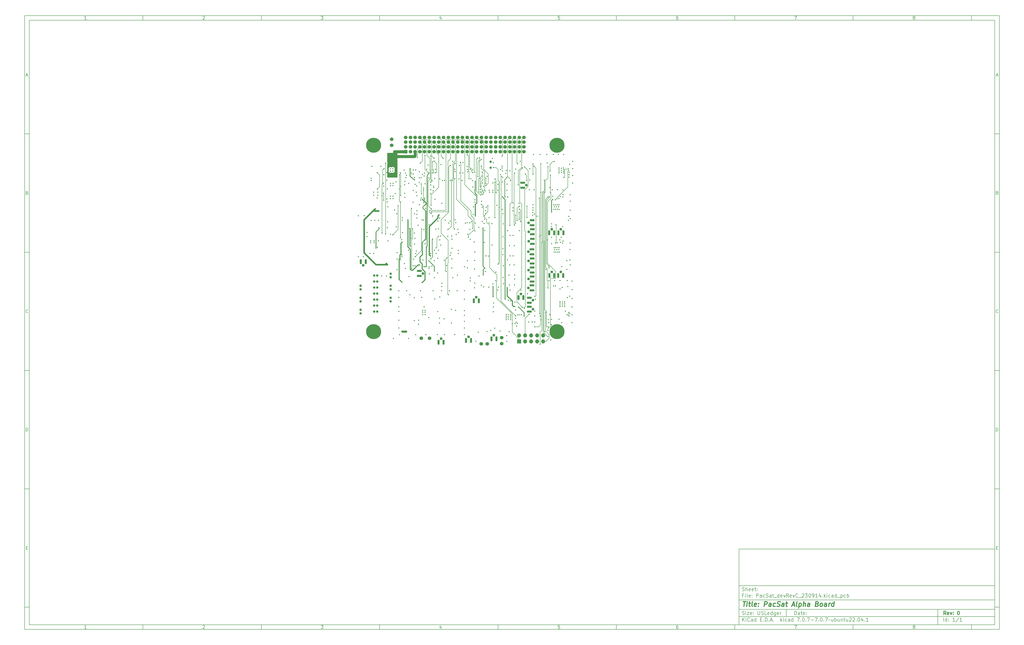
<source format=gbr>
%TF.GenerationSoftware,KiCad,Pcbnew,7.0.7-7.0.7~ubuntu22.04.1*%
%TF.CreationDate,2023-09-14T20:21:39-05:00*%
%TF.ProjectId,PacSat_devRevC_230914,50616353-6174-45f6-9465-76526576435f,0*%
%TF.SameCoordinates,Original*%
%TF.FileFunction,Copper,L4,Inr*%
%TF.FilePolarity,Positive*%
%FSLAX46Y46*%
G04 Gerber Fmt 4.6, Leading zero omitted, Abs format (unit mm)*
G04 Created by KiCad (PCBNEW 7.0.7-7.0.7~ubuntu22.04.1) date 2023-09-14 20:21:39*
%MOMM*%
%LPD*%
G01*
G04 APERTURE LIST*
G04 Aperture macros list*
%AMRoundRect*
0 Rectangle with rounded corners*
0 $1 Rounding radius*
0 $2 $3 $4 $5 $6 $7 $8 $9 X,Y pos of 4 corners*
0 Add a 4 corners polygon primitive as box body*
4,1,4,$2,$3,$4,$5,$6,$7,$8,$9,$2,$3,0*
0 Add four circle primitives for the rounded corners*
1,1,$1+$1,$2,$3*
1,1,$1+$1,$4,$5*
1,1,$1+$1,$6,$7*
1,1,$1+$1,$8,$9*
0 Add four rect primitives between the rounded corners*
20,1,$1+$1,$2,$3,$4,$5,0*
20,1,$1+$1,$4,$5,$6,$7,0*
20,1,$1+$1,$6,$7,$8,$9,0*
20,1,$1+$1,$8,$9,$2,$3,0*%
G04 Aperture macros list end*
%ADD10C,0.100000*%
%ADD11C,0.150000*%
%ADD12C,0.300000*%
%ADD13C,0.400000*%
%TA.AperFunction,ComponentPad*%
%ADD14C,1.524000*%
%TD*%
%TA.AperFunction,ComponentPad*%
%ADD15C,6.350000*%
%TD*%
%TA.AperFunction,ComponentPad*%
%ADD16RoundRect,0.290840X-0.471160X-0.471160X0.471160X-0.471160X0.471160X0.471160X-0.471160X0.471160X0*%
%TD*%
%TA.AperFunction,ComponentPad*%
%ADD17C,1.016000*%
%TD*%
%TA.AperFunction,ComponentPad*%
%ADD18O,2.540000X0.889000*%
%TD*%
%TA.AperFunction,ComponentPad*%
%ADD19C,1.000000*%
%TD*%
%TA.AperFunction,ComponentPad*%
%ADD20R,1.700000X1.700000*%
%TD*%
%TA.AperFunction,ComponentPad*%
%ADD21O,1.700000X1.700000*%
%TD*%
%TA.AperFunction,ComponentPad*%
%ADD22RoundRect,0.254000X0.254000X-0.254000X0.254000X0.254000X-0.254000X0.254000X-0.254000X-0.254000X0*%
%TD*%
%TA.AperFunction,ComponentPad*%
%ADD23RoundRect,0.200000X0.200000X-0.800000X0.200000X0.800000X-0.200000X0.800000X-0.200000X-0.800000X0*%
%TD*%
%TA.AperFunction,ComponentPad*%
%ADD24RoundRect,0.254000X0.254000X0.254000X-0.254000X0.254000X-0.254000X-0.254000X0.254000X-0.254000X0*%
%TD*%
%TA.AperFunction,ComponentPad*%
%ADD25RoundRect,0.200000X0.800000X0.200000X-0.800000X0.200000X-0.800000X-0.200000X0.800000X-0.200000X0*%
%TD*%
%TA.AperFunction,ComponentPad*%
%ADD26RoundRect,0.254000X-0.254000X0.254000X-0.254000X-0.254000X0.254000X-0.254000X0.254000X0.254000X0*%
%TD*%
%TA.AperFunction,ComponentPad*%
%ADD27RoundRect,0.200000X-0.200000X0.800000X-0.200000X-0.800000X0.200000X-0.800000X0.200000X0.800000X0*%
%TD*%
%TA.AperFunction,ComponentPad*%
%ADD28RoundRect,0.254000X-0.254000X-0.254000X0.254000X-0.254000X0.254000X0.254000X-0.254000X0.254000X0*%
%TD*%
%TA.AperFunction,ComponentPad*%
%ADD29RoundRect,0.200000X-0.800000X-0.200000X0.800000X-0.200000X0.800000X0.200000X-0.800000X0.200000X0*%
%TD*%
%TA.AperFunction,ViaPad*%
%ADD30C,0.508000*%
%TD*%
%TA.AperFunction,Conductor*%
%ADD31C,0.203200*%
%TD*%
%TA.AperFunction,Conductor*%
%ADD32C,1.270000*%
%TD*%
%TA.AperFunction,Conductor*%
%ADD33C,0.152400*%
%TD*%
%TA.AperFunction,Conductor*%
%ADD34C,0.330200*%
%TD*%
%TA.AperFunction,Conductor*%
%ADD35C,0.381000*%
%TD*%
%TA.AperFunction,Conductor*%
%ADD36C,0.304800*%
%TD*%
%TA.AperFunction,Conductor*%
%ADD37C,0.508000*%
%TD*%
%TA.AperFunction,Conductor*%
%ADD38C,0.635000*%
%TD*%
%TA.AperFunction,Conductor*%
%ADD39C,0.254000*%
%TD*%
G04 APERTURE END LIST*
D10*
D11*
X311800000Y-235400000D02*
X419800000Y-235400000D01*
X419800000Y-267400000D01*
X311800000Y-267400000D01*
X311800000Y-235400000D01*
D10*
D11*
X10000000Y-10000000D02*
X421800000Y-10000000D01*
X421800000Y-269400000D01*
X10000000Y-269400000D01*
X10000000Y-10000000D01*
D10*
D11*
X12000000Y-12000000D02*
X419800000Y-12000000D01*
X419800000Y-267400000D01*
X12000000Y-267400000D01*
X12000000Y-12000000D01*
D10*
D11*
X60000000Y-12000000D02*
X60000000Y-10000000D01*
D10*
D11*
X110000000Y-12000000D02*
X110000000Y-10000000D01*
D10*
D11*
X160000000Y-12000000D02*
X160000000Y-10000000D01*
D10*
D11*
X210000000Y-12000000D02*
X210000000Y-10000000D01*
D10*
D11*
X260000000Y-12000000D02*
X260000000Y-10000000D01*
D10*
D11*
X310000000Y-12000000D02*
X310000000Y-10000000D01*
D10*
D11*
X360000000Y-12000000D02*
X360000000Y-10000000D01*
D10*
D11*
X410000000Y-12000000D02*
X410000000Y-10000000D01*
D10*
D11*
X36089160Y-11593604D02*
X35346303Y-11593604D01*
X35717731Y-11593604D02*
X35717731Y-10293604D01*
X35717731Y-10293604D02*
X35593922Y-10479319D01*
X35593922Y-10479319D02*
X35470112Y-10603128D01*
X35470112Y-10603128D02*
X35346303Y-10665033D01*
D10*
D11*
X85346303Y-10417414D02*
X85408207Y-10355509D01*
X85408207Y-10355509D02*
X85532017Y-10293604D01*
X85532017Y-10293604D02*
X85841541Y-10293604D01*
X85841541Y-10293604D02*
X85965350Y-10355509D01*
X85965350Y-10355509D02*
X86027255Y-10417414D01*
X86027255Y-10417414D02*
X86089160Y-10541223D01*
X86089160Y-10541223D02*
X86089160Y-10665033D01*
X86089160Y-10665033D02*
X86027255Y-10850747D01*
X86027255Y-10850747D02*
X85284398Y-11593604D01*
X85284398Y-11593604D02*
X86089160Y-11593604D01*
D10*
D11*
X135284398Y-10293604D02*
X136089160Y-10293604D01*
X136089160Y-10293604D02*
X135655826Y-10788842D01*
X135655826Y-10788842D02*
X135841541Y-10788842D01*
X135841541Y-10788842D02*
X135965350Y-10850747D01*
X135965350Y-10850747D02*
X136027255Y-10912652D01*
X136027255Y-10912652D02*
X136089160Y-11036461D01*
X136089160Y-11036461D02*
X136089160Y-11345985D01*
X136089160Y-11345985D02*
X136027255Y-11469795D01*
X136027255Y-11469795D02*
X135965350Y-11531700D01*
X135965350Y-11531700D02*
X135841541Y-11593604D01*
X135841541Y-11593604D02*
X135470112Y-11593604D01*
X135470112Y-11593604D02*
X135346303Y-11531700D01*
X135346303Y-11531700D02*
X135284398Y-11469795D01*
D10*
D11*
X185965350Y-10726938D02*
X185965350Y-11593604D01*
X185655826Y-10231700D02*
X185346303Y-11160271D01*
X185346303Y-11160271D02*
X186151064Y-11160271D01*
D10*
D11*
X236027255Y-10293604D02*
X235408207Y-10293604D01*
X235408207Y-10293604D02*
X235346303Y-10912652D01*
X235346303Y-10912652D02*
X235408207Y-10850747D01*
X235408207Y-10850747D02*
X235532017Y-10788842D01*
X235532017Y-10788842D02*
X235841541Y-10788842D01*
X235841541Y-10788842D02*
X235965350Y-10850747D01*
X235965350Y-10850747D02*
X236027255Y-10912652D01*
X236027255Y-10912652D02*
X236089160Y-11036461D01*
X236089160Y-11036461D02*
X236089160Y-11345985D01*
X236089160Y-11345985D02*
X236027255Y-11469795D01*
X236027255Y-11469795D02*
X235965350Y-11531700D01*
X235965350Y-11531700D02*
X235841541Y-11593604D01*
X235841541Y-11593604D02*
X235532017Y-11593604D01*
X235532017Y-11593604D02*
X235408207Y-11531700D01*
X235408207Y-11531700D02*
X235346303Y-11469795D01*
D10*
D11*
X285965350Y-10293604D02*
X285717731Y-10293604D01*
X285717731Y-10293604D02*
X285593922Y-10355509D01*
X285593922Y-10355509D02*
X285532017Y-10417414D01*
X285532017Y-10417414D02*
X285408207Y-10603128D01*
X285408207Y-10603128D02*
X285346303Y-10850747D01*
X285346303Y-10850747D02*
X285346303Y-11345985D01*
X285346303Y-11345985D02*
X285408207Y-11469795D01*
X285408207Y-11469795D02*
X285470112Y-11531700D01*
X285470112Y-11531700D02*
X285593922Y-11593604D01*
X285593922Y-11593604D02*
X285841541Y-11593604D01*
X285841541Y-11593604D02*
X285965350Y-11531700D01*
X285965350Y-11531700D02*
X286027255Y-11469795D01*
X286027255Y-11469795D02*
X286089160Y-11345985D01*
X286089160Y-11345985D02*
X286089160Y-11036461D01*
X286089160Y-11036461D02*
X286027255Y-10912652D01*
X286027255Y-10912652D02*
X285965350Y-10850747D01*
X285965350Y-10850747D02*
X285841541Y-10788842D01*
X285841541Y-10788842D02*
X285593922Y-10788842D01*
X285593922Y-10788842D02*
X285470112Y-10850747D01*
X285470112Y-10850747D02*
X285408207Y-10912652D01*
X285408207Y-10912652D02*
X285346303Y-11036461D01*
D10*
D11*
X335284398Y-10293604D02*
X336151064Y-10293604D01*
X336151064Y-10293604D02*
X335593922Y-11593604D01*
D10*
D11*
X385593922Y-10850747D02*
X385470112Y-10788842D01*
X385470112Y-10788842D02*
X385408207Y-10726938D01*
X385408207Y-10726938D02*
X385346303Y-10603128D01*
X385346303Y-10603128D02*
X385346303Y-10541223D01*
X385346303Y-10541223D02*
X385408207Y-10417414D01*
X385408207Y-10417414D02*
X385470112Y-10355509D01*
X385470112Y-10355509D02*
X385593922Y-10293604D01*
X385593922Y-10293604D02*
X385841541Y-10293604D01*
X385841541Y-10293604D02*
X385965350Y-10355509D01*
X385965350Y-10355509D02*
X386027255Y-10417414D01*
X386027255Y-10417414D02*
X386089160Y-10541223D01*
X386089160Y-10541223D02*
X386089160Y-10603128D01*
X386089160Y-10603128D02*
X386027255Y-10726938D01*
X386027255Y-10726938D02*
X385965350Y-10788842D01*
X385965350Y-10788842D02*
X385841541Y-10850747D01*
X385841541Y-10850747D02*
X385593922Y-10850747D01*
X385593922Y-10850747D02*
X385470112Y-10912652D01*
X385470112Y-10912652D02*
X385408207Y-10974557D01*
X385408207Y-10974557D02*
X385346303Y-11098366D01*
X385346303Y-11098366D02*
X385346303Y-11345985D01*
X385346303Y-11345985D02*
X385408207Y-11469795D01*
X385408207Y-11469795D02*
X385470112Y-11531700D01*
X385470112Y-11531700D02*
X385593922Y-11593604D01*
X385593922Y-11593604D02*
X385841541Y-11593604D01*
X385841541Y-11593604D02*
X385965350Y-11531700D01*
X385965350Y-11531700D02*
X386027255Y-11469795D01*
X386027255Y-11469795D02*
X386089160Y-11345985D01*
X386089160Y-11345985D02*
X386089160Y-11098366D01*
X386089160Y-11098366D02*
X386027255Y-10974557D01*
X386027255Y-10974557D02*
X385965350Y-10912652D01*
X385965350Y-10912652D02*
X385841541Y-10850747D01*
D10*
D11*
X60000000Y-267400000D02*
X60000000Y-269400000D01*
D10*
D11*
X110000000Y-267400000D02*
X110000000Y-269400000D01*
D10*
D11*
X160000000Y-267400000D02*
X160000000Y-269400000D01*
D10*
D11*
X210000000Y-267400000D02*
X210000000Y-269400000D01*
D10*
D11*
X260000000Y-267400000D02*
X260000000Y-269400000D01*
D10*
D11*
X310000000Y-267400000D02*
X310000000Y-269400000D01*
D10*
D11*
X360000000Y-267400000D02*
X360000000Y-269400000D01*
D10*
D11*
X410000000Y-267400000D02*
X410000000Y-269400000D01*
D10*
D11*
X36089160Y-268993604D02*
X35346303Y-268993604D01*
X35717731Y-268993604D02*
X35717731Y-267693604D01*
X35717731Y-267693604D02*
X35593922Y-267879319D01*
X35593922Y-267879319D02*
X35470112Y-268003128D01*
X35470112Y-268003128D02*
X35346303Y-268065033D01*
D10*
D11*
X85346303Y-267817414D02*
X85408207Y-267755509D01*
X85408207Y-267755509D02*
X85532017Y-267693604D01*
X85532017Y-267693604D02*
X85841541Y-267693604D01*
X85841541Y-267693604D02*
X85965350Y-267755509D01*
X85965350Y-267755509D02*
X86027255Y-267817414D01*
X86027255Y-267817414D02*
X86089160Y-267941223D01*
X86089160Y-267941223D02*
X86089160Y-268065033D01*
X86089160Y-268065033D02*
X86027255Y-268250747D01*
X86027255Y-268250747D02*
X85284398Y-268993604D01*
X85284398Y-268993604D02*
X86089160Y-268993604D01*
D10*
D11*
X135284398Y-267693604D02*
X136089160Y-267693604D01*
X136089160Y-267693604D02*
X135655826Y-268188842D01*
X135655826Y-268188842D02*
X135841541Y-268188842D01*
X135841541Y-268188842D02*
X135965350Y-268250747D01*
X135965350Y-268250747D02*
X136027255Y-268312652D01*
X136027255Y-268312652D02*
X136089160Y-268436461D01*
X136089160Y-268436461D02*
X136089160Y-268745985D01*
X136089160Y-268745985D02*
X136027255Y-268869795D01*
X136027255Y-268869795D02*
X135965350Y-268931700D01*
X135965350Y-268931700D02*
X135841541Y-268993604D01*
X135841541Y-268993604D02*
X135470112Y-268993604D01*
X135470112Y-268993604D02*
X135346303Y-268931700D01*
X135346303Y-268931700D02*
X135284398Y-268869795D01*
D10*
D11*
X185965350Y-268126938D02*
X185965350Y-268993604D01*
X185655826Y-267631700D02*
X185346303Y-268560271D01*
X185346303Y-268560271D02*
X186151064Y-268560271D01*
D10*
D11*
X236027255Y-267693604D02*
X235408207Y-267693604D01*
X235408207Y-267693604D02*
X235346303Y-268312652D01*
X235346303Y-268312652D02*
X235408207Y-268250747D01*
X235408207Y-268250747D02*
X235532017Y-268188842D01*
X235532017Y-268188842D02*
X235841541Y-268188842D01*
X235841541Y-268188842D02*
X235965350Y-268250747D01*
X235965350Y-268250747D02*
X236027255Y-268312652D01*
X236027255Y-268312652D02*
X236089160Y-268436461D01*
X236089160Y-268436461D02*
X236089160Y-268745985D01*
X236089160Y-268745985D02*
X236027255Y-268869795D01*
X236027255Y-268869795D02*
X235965350Y-268931700D01*
X235965350Y-268931700D02*
X235841541Y-268993604D01*
X235841541Y-268993604D02*
X235532017Y-268993604D01*
X235532017Y-268993604D02*
X235408207Y-268931700D01*
X235408207Y-268931700D02*
X235346303Y-268869795D01*
D10*
D11*
X285965350Y-267693604D02*
X285717731Y-267693604D01*
X285717731Y-267693604D02*
X285593922Y-267755509D01*
X285593922Y-267755509D02*
X285532017Y-267817414D01*
X285532017Y-267817414D02*
X285408207Y-268003128D01*
X285408207Y-268003128D02*
X285346303Y-268250747D01*
X285346303Y-268250747D02*
X285346303Y-268745985D01*
X285346303Y-268745985D02*
X285408207Y-268869795D01*
X285408207Y-268869795D02*
X285470112Y-268931700D01*
X285470112Y-268931700D02*
X285593922Y-268993604D01*
X285593922Y-268993604D02*
X285841541Y-268993604D01*
X285841541Y-268993604D02*
X285965350Y-268931700D01*
X285965350Y-268931700D02*
X286027255Y-268869795D01*
X286027255Y-268869795D02*
X286089160Y-268745985D01*
X286089160Y-268745985D02*
X286089160Y-268436461D01*
X286089160Y-268436461D02*
X286027255Y-268312652D01*
X286027255Y-268312652D02*
X285965350Y-268250747D01*
X285965350Y-268250747D02*
X285841541Y-268188842D01*
X285841541Y-268188842D02*
X285593922Y-268188842D01*
X285593922Y-268188842D02*
X285470112Y-268250747D01*
X285470112Y-268250747D02*
X285408207Y-268312652D01*
X285408207Y-268312652D02*
X285346303Y-268436461D01*
D10*
D11*
X335284398Y-267693604D02*
X336151064Y-267693604D01*
X336151064Y-267693604D02*
X335593922Y-268993604D01*
D10*
D11*
X385593922Y-268250747D02*
X385470112Y-268188842D01*
X385470112Y-268188842D02*
X385408207Y-268126938D01*
X385408207Y-268126938D02*
X385346303Y-268003128D01*
X385346303Y-268003128D02*
X385346303Y-267941223D01*
X385346303Y-267941223D02*
X385408207Y-267817414D01*
X385408207Y-267817414D02*
X385470112Y-267755509D01*
X385470112Y-267755509D02*
X385593922Y-267693604D01*
X385593922Y-267693604D02*
X385841541Y-267693604D01*
X385841541Y-267693604D02*
X385965350Y-267755509D01*
X385965350Y-267755509D02*
X386027255Y-267817414D01*
X386027255Y-267817414D02*
X386089160Y-267941223D01*
X386089160Y-267941223D02*
X386089160Y-268003128D01*
X386089160Y-268003128D02*
X386027255Y-268126938D01*
X386027255Y-268126938D02*
X385965350Y-268188842D01*
X385965350Y-268188842D02*
X385841541Y-268250747D01*
X385841541Y-268250747D02*
X385593922Y-268250747D01*
X385593922Y-268250747D02*
X385470112Y-268312652D01*
X385470112Y-268312652D02*
X385408207Y-268374557D01*
X385408207Y-268374557D02*
X385346303Y-268498366D01*
X385346303Y-268498366D02*
X385346303Y-268745985D01*
X385346303Y-268745985D02*
X385408207Y-268869795D01*
X385408207Y-268869795D02*
X385470112Y-268931700D01*
X385470112Y-268931700D02*
X385593922Y-268993604D01*
X385593922Y-268993604D02*
X385841541Y-268993604D01*
X385841541Y-268993604D02*
X385965350Y-268931700D01*
X385965350Y-268931700D02*
X386027255Y-268869795D01*
X386027255Y-268869795D02*
X386089160Y-268745985D01*
X386089160Y-268745985D02*
X386089160Y-268498366D01*
X386089160Y-268498366D02*
X386027255Y-268374557D01*
X386027255Y-268374557D02*
X385965350Y-268312652D01*
X385965350Y-268312652D02*
X385841541Y-268250747D01*
D10*
D11*
X10000000Y-60000000D02*
X12000000Y-60000000D01*
D10*
D11*
X10000000Y-110000000D02*
X12000000Y-110000000D01*
D10*
D11*
X10000000Y-160000000D02*
X12000000Y-160000000D01*
D10*
D11*
X10000000Y-210000000D02*
X12000000Y-210000000D01*
D10*
D11*
X10000000Y-260000000D02*
X12000000Y-260000000D01*
D10*
D11*
X10690476Y-35222176D02*
X11309523Y-35222176D01*
X10566666Y-35593604D02*
X10999999Y-34293604D01*
X10999999Y-34293604D02*
X11433333Y-35593604D01*
D10*
D11*
X11092857Y-84912652D02*
X11278571Y-84974557D01*
X11278571Y-84974557D02*
X11340476Y-85036461D01*
X11340476Y-85036461D02*
X11402380Y-85160271D01*
X11402380Y-85160271D02*
X11402380Y-85345985D01*
X11402380Y-85345985D02*
X11340476Y-85469795D01*
X11340476Y-85469795D02*
X11278571Y-85531700D01*
X11278571Y-85531700D02*
X11154761Y-85593604D01*
X11154761Y-85593604D02*
X10659523Y-85593604D01*
X10659523Y-85593604D02*
X10659523Y-84293604D01*
X10659523Y-84293604D02*
X11092857Y-84293604D01*
X11092857Y-84293604D02*
X11216666Y-84355509D01*
X11216666Y-84355509D02*
X11278571Y-84417414D01*
X11278571Y-84417414D02*
X11340476Y-84541223D01*
X11340476Y-84541223D02*
X11340476Y-84665033D01*
X11340476Y-84665033D02*
X11278571Y-84788842D01*
X11278571Y-84788842D02*
X11216666Y-84850747D01*
X11216666Y-84850747D02*
X11092857Y-84912652D01*
X11092857Y-84912652D02*
X10659523Y-84912652D01*
D10*
D11*
X11402380Y-135469795D02*
X11340476Y-135531700D01*
X11340476Y-135531700D02*
X11154761Y-135593604D01*
X11154761Y-135593604D02*
X11030952Y-135593604D01*
X11030952Y-135593604D02*
X10845238Y-135531700D01*
X10845238Y-135531700D02*
X10721428Y-135407890D01*
X10721428Y-135407890D02*
X10659523Y-135284080D01*
X10659523Y-135284080D02*
X10597619Y-135036461D01*
X10597619Y-135036461D02*
X10597619Y-134850747D01*
X10597619Y-134850747D02*
X10659523Y-134603128D01*
X10659523Y-134603128D02*
X10721428Y-134479319D01*
X10721428Y-134479319D02*
X10845238Y-134355509D01*
X10845238Y-134355509D02*
X11030952Y-134293604D01*
X11030952Y-134293604D02*
X11154761Y-134293604D01*
X11154761Y-134293604D02*
X11340476Y-134355509D01*
X11340476Y-134355509D02*
X11402380Y-134417414D01*
D10*
D11*
X10659523Y-185593604D02*
X10659523Y-184293604D01*
X10659523Y-184293604D02*
X10969047Y-184293604D01*
X10969047Y-184293604D02*
X11154761Y-184355509D01*
X11154761Y-184355509D02*
X11278571Y-184479319D01*
X11278571Y-184479319D02*
X11340476Y-184603128D01*
X11340476Y-184603128D02*
X11402380Y-184850747D01*
X11402380Y-184850747D02*
X11402380Y-185036461D01*
X11402380Y-185036461D02*
X11340476Y-185284080D01*
X11340476Y-185284080D02*
X11278571Y-185407890D01*
X11278571Y-185407890D02*
X11154761Y-185531700D01*
X11154761Y-185531700D02*
X10969047Y-185593604D01*
X10969047Y-185593604D02*
X10659523Y-185593604D01*
D10*
D11*
X10721428Y-234912652D02*
X11154762Y-234912652D01*
X11340476Y-235593604D02*
X10721428Y-235593604D01*
X10721428Y-235593604D02*
X10721428Y-234293604D01*
X10721428Y-234293604D02*
X11340476Y-234293604D01*
D10*
D11*
X421800000Y-60000000D02*
X419800000Y-60000000D01*
D10*
D11*
X421800000Y-110000000D02*
X419800000Y-110000000D01*
D10*
D11*
X421800000Y-160000000D02*
X419800000Y-160000000D01*
D10*
D11*
X421800000Y-210000000D02*
X419800000Y-210000000D01*
D10*
D11*
X421800000Y-260000000D02*
X419800000Y-260000000D01*
D10*
D11*
X420490476Y-35222176D02*
X421109523Y-35222176D01*
X420366666Y-35593604D02*
X420799999Y-34293604D01*
X420799999Y-34293604D02*
X421233333Y-35593604D01*
D10*
D11*
X420892857Y-84912652D02*
X421078571Y-84974557D01*
X421078571Y-84974557D02*
X421140476Y-85036461D01*
X421140476Y-85036461D02*
X421202380Y-85160271D01*
X421202380Y-85160271D02*
X421202380Y-85345985D01*
X421202380Y-85345985D02*
X421140476Y-85469795D01*
X421140476Y-85469795D02*
X421078571Y-85531700D01*
X421078571Y-85531700D02*
X420954761Y-85593604D01*
X420954761Y-85593604D02*
X420459523Y-85593604D01*
X420459523Y-85593604D02*
X420459523Y-84293604D01*
X420459523Y-84293604D02*
X420892857Y-84293604D01*
X420892857Y-84293604D02*
X421016666Y-84355509D01*
X421016666Y-84355509D02*
X421078571Y-84417414D01*
X421078571Y-84417414D02*
X421140476Y-84541223D01*
X421140476Y-84541223D02*
X421140476Y-84665033D01*
X421140476Y-84665033D02*
X421078571Y-84788842D01*
X421078571Y-84788842D02*
X421016666Y-84850747D01*
X421016666Y-84850747D02*
X420892857Y-84912652D01*
X420892857Y-84912652D02*
X420459523Y-84912652D01*
D10*
D11*
X421202380Y-135469795D02*
X421140476Y-135531700D01*
X421140476Y-135531700D02*
X420954761Y-135593604D01*
X420954761Y-135593604D02*
X420830952Y-135593604D01*
X420830952Y-135593604D02*
X420645238Y-135531700D01*
X420645238Y-135531700D02*
X420521428Y-135407890D01*
X420521428Y-135407890D02*
X420459523Y-135284080D01*
X420459523Y-135284080D02*
X420397619Y-135036461D01*
X420397619Y-135036461D02*
X420397619Y-134850747D01*
X420397619Y-134850747D02*
X420459523Y-134603128D01*
X420459523Y-134603128D02*
X420521428Y-134479319D01*
X420521428Y-134479319D02*
X420645238Y-134355509D01*
X420645238Y-134355509D02*
X420830952Y-134293604D01*
X420830952Y-134293604D02*
X420954761Y-134293604D01*
X420954761Y-134293604D02*
X421140476Y-134355509D01*
X421140476Y-134355509D02*
X421202380Y-134417414D01*
D10*
D11*
X420459523Y-185593604D02*
X420459523Y-184293604D01*
X420459523Y-184293604D02*
X420769047Y-184293604D01*
X420769047Y-184293604D02*
X420954761Y-184355509D01*
X420954761Y-184355509D02*
X421078571Y-184479319D01*
X421078571Y-184479319D02*
X421140476Y-184603128D01*
X421140476Y-184603128D02*
X421202380Y-184850747D01*
X421202380Y-184850747D02*
X421202380Y-185036461D01*
X421202380Y-185036461D02*
X421140476Y-185284080D01*
X421140476Y-185284080D02*
X421078571Y-185407890D01*
X421078571Y-185407890D02*
X420954761Y-185531700D01*
X420954761Y-185531700D02*
X420769047Y-185593604D01*
X420769047Y-185593604D02*
X420459523Y-185593604D01*
D10*
D11*
X420521428Y-234912652D02*
X420954762Y-234912652D01*
X421140476Y-235593604D02*
X420521428Y-235593604D01*
X420521428Y-235593604D02*
X420521428Y-234293604D01*
X420521428Y-234293604D02*
X421140476Y-234293604D01*
D10*
D11*
X335255826Y-263186128D02*
X335255826Y-261686128D01*
X335255826Y-261686128D02*
X335612969Y-261686128D01*
X335612969Y-261686128D02*
X335827255Y-261757557D01*
X335827255Y-261757557D02*
X335970112Y-261900414D01*
X335970112Y-261900414D02*
X336041541Y-262043271D01*
X336041541Y-262043271D02*
X336112969Y-262328985D01*
X336112969Y-262328985D02*
X336112969Y-262543271D01*
X336112969Y-262543271D02*
X336041541Y-262828985D01*
X336041541Y-262828985D02*
X335970112Y-262971842D01*
X335970112Y-262971842D02*
X335827255Y-263114700D01*
X335827255Y-263114700D02*
X335612969Y-263186128D01*
X335612969Y-263186128D02*
X335255826Y-263186128D01*
X337398684Y-263186128D02*
X337398684Y-262400414D01*
X337398684Y-262400414D02*
X337327255Y-262257557D01*
X337327255Y-262257557D02*
X337184398Y-262186128D01*
X337184398Y-262186128D02*
X336898684Y-262186128D01*
X336898684Y-262186128D02*
X336755826Y-262257557D01*
X337398684Y-263114700D02*
X337255826Y-263186128D01*
X337255826Y-263186128D02*
X336898684Y-263186128D01*
X336898684Y-263186128D02*
X336755826Y-263114700D01*
X336755826Y-263114700D02*
X336684398Y-262971842D01*
X336684398Y-262971842D02*
X336684398Y-262828985D01*
X336684398Y-262828985D02*
X336755826Y-262686128D01*
X336755826Y-262686128D02*
X336898684Y-262614700D01*
X336898684Y-262614700D02*
X337255826Y-262614700D01*
X337255826Y-262614700D02*
X337398684Y-262543271D01*
X337898684Y-262186128D02*
X338470112Y-262186128D01*
X338112969Y-261686128D02*
X338112969Y-262971842D01*
X338112969Y-262971842D02*
X338184398Y-263114700D01*
X338184398Y-263114700D02*
X338327255Y-263186128D01*
X338327255Y-263186128D02*
X338470112Y-263186128D01*
X339541541Y-263114700D02*
X339398684Y-263186128D01*
X339398684Y-263186128D02*
X339112970Y-263186128D01*
X339112970Y-263186128D02*
X338970112Y-263114700D01*
X338970112Y-263114700D02*
X338898684Y-262971842D01*
X338898684Y-262971842D02*
X338898684Y-262400414D01*
X338898684Y-262400414D02*
X338970112Y-262257557D01*
X338970112Y-262257557D02*
X339112970Y-262186128D01*
X339112970Y-262186128D02*
X339398684Y-262186128D01*
X339398684Y-262186128D02*
X339541541Y-262257557D01*
X339541541Y-262257557D02*
X339612970Y-262400414D01*
X339612970Y-262400414D02*
X339612970Y-262543271D01*
X339612970Y-262543271D02*
X338898684Y-262686128D01*
X340255826Y-263043271D02*
X340327255Y-263114700D01*
X340327255Y-263114700D02*
X340255826Y-263186128D01*
X340255826Y-263186128D02*
X340184398Y-263114700D01*
X340184398Y-263114700D02*
X340255826Y-263043271D01*
X340255826Y-263043271D02*
X340255826Y-263186128D01*
X340255826Y-262257557D02*
X340327255Y-262328985D01*
X340327255Y-262328985D02*
X340255826Y-262400414D01*
X340255826Y-262400414D02*
X340184398Y-262328985D01*
X340184398Y-262328985D02*
X340255826Y-262257557D01*
X340255826Y-262257557D02*
X340255826Y-262400414D01*
D10*
D11*
X311800000Y-263900000D02*
X419800000Y-263900000D01*
D10*
D11*
X313255826Y-265986128D02*
X313255826Y-264486128D01*
X314112969Y-265986128D02*
X313470112Y-265128985D01*
X314112969Y-264486128D02*
X313255826Y-265343271D01*
X314755826Y-265986128D02*
X314755826Y-264986128D01*
X314755826Y-264486128D02*
X314684398Y-264557557D01*
X314684398Y-264557557D02*
X314755826Y-264628985D01*
X314755826Y-264628985D02*
X314827255Y-264557557D01*
X314827255Y-264557557D02*
X314755826Y-264486128D01*
X314755826Y-264486128D02*
X314755826Y-264628985D01*
X316327255Y-265843271D02*
X316255827Y-265914700D01*
X316255827Y-265914700D02*
X316041541Y-265986128D01*
X316041541Y-265986128D02*
X315898684Y-265986128D01*
X315898684Y-265986128D02*
X315684398Y-265914700D01*
X315684398Y-265914700D02*
X315541541Y-265771842D01*
X315541541Y-265771842D02*
X315470112Y-265628985D01*
X315470112Y-265628985D02*
X315398684Y-265343271D01*
X315398684Y-265343271D02*
X315398684Y-265128985D01*
X315398684Y-265128985D02*
X315470112Y-264843271D01*
X315470112Y-264843271D02*
X315541541Y-264700414D01*
X315541541Y-264700414D02*
X315684398Y-264557557D01*
X315684398Y-264557557D02*
X315898684Y-264486128D01*
X315898684Y-264486128D02*
X316041541Y-264486128D01*
X316041541Y-264486128D02*
X316255827Y-264557557D01*
X316255827Y-264557557D02*
X316327255Y-264628985D01*
X317612970Y-265986128D02*
X317612970Y-265200414D01*
X317612970Y-265200414D02*
X317541541Y-265057557D01*
X317541541Y-265057557D02*
X317398684Y-264986128D01*
X317398684Y-264986128D02*
X317112970Y-264986128D01*
X317112970Y-264986128D02*
X316970112Y-265057557D01*
X317612970Y-265914700D02*
X317470112Y-265986128D01*
X317470112Y-265986128D02*
X317112970Y-265986128D01*
X317112970Y-265986128D02*
X316970112Y-265914700D01*
X316970112Y-265914700D02*
X316898684Y-265771842D01*
X316898684Y-265771842D02*
X316898684Y-265628985D01*
X316898684Y-265628985D02*
X316970112Y-265486128D01*
X316970112Y-265486128D02*
X317112970Y-265414700D01*
X317112970Y-265414700D02*
X317470112Y-265414700D01*
X317470112Y-265414700D02*
X317612970Y-265343271D01*
X318970113Y-265986128D02*
X318970113Y-264486128D01*
X318970113Y-265914700D02*
X318827255Y-265986128D01*
X318827255Y-265986128D02*
X318541541Y-265986128D01*
X318541541Y-265986128D02*
X318398684Y-265914700D01*
X318398684Y-265914700D02*
X318327255Y-265843271D01*
X318327255Y-265843271D02*
X318255827Y-265700414D01*
X318255827Y-265700414D02*
X318255827Y-265271842D01*
X318255827Y-265271842D02*
X318327255Y-265128985D01*
X318327255Y-265128985D02*
X318398684Y-265057557D01*
X318398684Y-265057557D02*
X318541541Y-264986128D01*
X318541541Y-264986128D02*
X318827255Y-264986128D01*
X318827255Y-264986128D02*
X318970113Y-265057557D01*
X320827255Y-265200414D02*
X321327255Y-265200414D01*
X321541541Y-265986128D02*
X320827255Y-265986128D01*
X320827255Y-265986128D02*
X320827255Y-264486128D01*
X320827255Y-264486128D02*
X321541541Y-264486128D01*
X322184398Y-265843271D02*
X322255827Y-265914700D01*
X322255827Y-265914700D02*
X322184398Y-265986128D01*
X322184398Y-265986128D02*
X322112970Y-265914700D01*
X322112970Y-265914700D02*
X322184398Y-265843271D01*
X322184398Y-265843271D02*
X322184398Y-265986128D01*
X322898684Y-265986128D02*
X322898684Y-264486128D01*
X322898684Y-264486128D02*
X323255827Y-264486128D01*
X323255827Y-264486128D02*
X323470113Y-264557557D01*
X323470113Y-264557557D02*
X323612970Y-264700414D01*
X323612970Y-264700414D02*
X323684399Y-264843271D01*
X323684399Y-264843271D02*
X323755827Y-265128985D01*
X323755827Y-265128985D02*
X323755827Y-265343271D01*
X323755827Y-265343271D02*
X323684399Y-265628985D01*
X323684399Y-265628985D02*
X323612970Y-265771842D01*
X323612970Y-265771842D02*
X323470113Y-265914700D01*
X323470113Y-265914700D02*
X323255827Y-265986128D01*
X323255827Y-265986128D02*
X322898684Y-265986128D01*
X324398684Y-265843271D02*
X324470113Y-265914700D01*
X324470113Y-265914700D02*
X324398684Y-265986128D01*
X324398684Y-265986128D02*
X324327256Y-265914700D01*
X324327256Y-265914700D02*
X324398684Y-265843271D01*
X324398684Y-265843271D02*
X324398684Y-265986128D01*
X325041542Y-265557557D02*
X325755828Y-265557557D01*
X324898685Y-265986128D02*
X325398685Y-264486128D01*
X325398685Y-264486128D02*
X325898685Y-265986128D01*
X326398684Y-265843271D02*
X326470113Y-265914700D01*
X326470113Y-265914700D02*
X326398684Y-265986128D01*
X326398684Y-265986128D02*
X326327256Y-265914700D01*
X326327256Y-265914700D02*
X326398684Y-265843271D01*
X326398684Y-265843271D02*
X326398684Y-265986128D01*
X329398684Y-265986128D02*
X329398684Y-264486128D01*
X329541542Y-265414700D02*
X329970113Y-265986128D01*
X329970113Y-264986128D02*
X329398684Y-265557557D01*
X330612970Y-265986128D02*
X330612970Y-264986128D01*
X330612970Y-264486128D02*
X330541542Y-264557557D01*
X330541542Y-264557557D02*
X330612970Y-264628985D01*
X330612970Y-264628985D02*
X330684399Y-264557557D01*
X330684399Y-264557557D02*
X330612970Y-264486128D01*
X330612970Y-264486128D02*
X330612970Y-264628985D01*
X331970114Y-265914700D02*
X331827256Y-265986128D01*
X331827256Y-265986128D02*
X331541542Y-265986128D01*
X331541542Y-265986128D02*
X331398685Y-265914700D01*
X331398685Y-265914700D02*
X331327256Y-265843271D01*
X331327256Y-265843271D02*
X331255828Y-265700414D01*
X331255828Y-265700414D02*
X331255828Y-265271842D01*
X331255828Y-265271842D02*
X331327256Y-265128985D01*
X331327256Y-265128985D02*
X331398685Y-265057557D01*
X331398685Y-265057557D02*
X331541542Y-264986128D01*
X331541542Y-264986128D02*
X331827256Y-264986128D01*
X331827256Y-264986128D02*
X331970114Y-265057557D01*
X333255828Y-265986128D02*
X333255828Y-265200414D01*
X333255828Y-265200414D02*
X333184399Y-265057557D01*
X333184399Y-265057557D02*
X333041542Y-264986128D01*
X333041542Y-264986128D02*
X332755828Y-264986128D01*
X332755828Y-264986128D02*
X332612970Y-265057557D01*
X333255828Y-265914700D02*
X333112970Y-265986128D01*
X333112970Y-265986128D02*
X332755828Y-265986128D01*
X332755828Y-265986128D02*
X332612970Y-265914700D01*
X332612970Y-265914700D02*
X332541542Y-265771842D01*
X332541542Y-265771842D02*
X332541542Y-265628985D01*
X332541542Y-265628985D02*
X332612970Y-265486128D01*
X332612970Y-265486128D02*
X332755828Y-265414700D01*
X332755828Y-265414700D02*
X333112970Y-265414700D01*
X333112970Y-265414700D02*
X333255828Y-265343271D01*
X334612971Y-265986128D02*
X334612971Y-264486128D01*
X334612971Y-265914700D02*
X334470113Y-265986128D01*
X334470113Y-265986128D02*
X334184399Y-265986128D01*
X334184399Y-265986128D02*
X334041542Y-265914700D01*
X334041542Y-265914700D02*
X333970113Y-265843271D01*
X333970113Y-265843271D02*
X333898685Y-265700414D01*
X333898685Y-265700414D02*
X333898685Y-265271842D01*
X333898685Y-265271842D02*
X333970113Y-265128985D01*
X333970113Y-265128985D02*
X334041542Y-265057557D01*
X334041542Y-265057557D02*
X334184399Y-264986128D01*
X334184399Y-264986128D02*
X334470113Y-264986128D01*
X334470113Y-264986128D02*
X334612971Y-265057557D01*
X336327256Y-264486128D02*
X337327256Y-264486128D01*
X337327256Y-264486128D02*
X336684399Y-265986128D01*
X337898684Y-265843271D02*
X337970113Y-265914700D01*
X337970113Y-265914700D02*
X337898684Y-265986128D01*
X337898684Y-265986128D02*
X337827256Y-265914700D01*
X337827256Y-265914700D02*
X337898684Y-265843271D01*
X337898684Y-265843271D02*
X337898684Y-265986128D01*
X338898685Y-264486128D02*
X339041542Y-264486128D01*
X339041542Y-264486128D02*
X339184399Y-264557557D01*
X339184399Y-264557557D02*
X339255828Y-264628985D01*
X339255828Y-264628985D02*
X339327256Y-264771842D01*
X339327256Y-264771842D02*
X339398685Y-265057557D01*
X339398685Y-265057557D02*
X339398685Y-265414700D01*
X339398685Y-265414700D02*
X339327256Y-265700414D01*
X339327256Y-265700414D02*
X339255828Y-265843271D01*
X339255828Y-265843271D02*
X339184399Y-265914700D01*
X339184399Y-265914700D02*
X339041542Y-265986128D01*
X339041542Y-265986128D02*
X338898685Y-265986128D01*
X338898685Y-265986128D02*
X338755828Y-265914700D01*
X338755828Y-265914700D02*
X338684399Y-265843271D01*
X338684399Y-265843271D02*
X338612970Y-265700414D01*
X338612970Y-265700414D02*
X338541542Y-265414700D01*
X338541542Y-265414700D02*
X338541542Y-265057557D01*
X338541542Y-265057557D02*
X338612970Y-264771842D01*
X338612970Y-264771842D02*
X338684399Y-264628985D01*
X338684399Y-264628985D02*
X338755828Y-264557557D01*
X338755828Y-264557557D02*
X338898685Y-264486128D01*
X340041541Y-265843271D02*
X340112970Y-265914700D01*
X340112970Y-265914700D02*
X340041541Y-265986128D01*
X340041541Y-265986128D02*
X339970113Y-265914700D01*
X339970113Y-265914700D02*
X340041541Y-265843271D01*
X340041541Y-265843271D02*
X340041541Y-265986128D01*
X340612970Y-264486128D02*
X341612970Y-264486128D01*
X341612970Y-264486128D02*
X340970113Y-265986128D01*
X342184398Y-265414700D02*
X343327256Y-265414700D01*
X343898684Y-264486128D02*
X344898684Y-264486128D01*
X344898684Y-264486128D02*
X344255827Y-265986128D01*
X345470112Y-265843271D02*
X345541541Y-265914700D01*
X345541541Y-265914700D02*
X345470112Y-265986128D01*
X345470112Y-265986128D02*
X345398684Y-265914700D01*
X345398684Y-265914700D02*
X345470112Y-265843271D01*
X345470112Y-265843271D02*
X345470112Y-265986128D01*
X346470113Y-264486128D02*
X346612970Y-264486128D01*
X346612970Y-264486128D02*
X346755827Y-264557557D01*
X346755827Y-264557557D02*
X346827256Y-264628985D01*
X346827256Y-264628985D02*
X346898684Y-264771842D01*
X346898684Y-264771842D02*
X346970113Y-265057557D01*
X346970113Y-265057557D02*
X346970113Y-265414700D01*
X346970113Y-265414700D02*
X346898684Y-265700414D01*
X346898684Y-265700414D02*
X346827256Y-265843271D01*
X346827256Y-265843271D02*
X346755827Y-265914700D01*
X346755827Y-265914700D02*
X346612970Y-265986128D01*
X346612970Y-265986128D02*
X346470113Y-265986128D01*
X346470113Y-265986128D02*
X346327256Y-265914700D01*
X346327256Y-265914700D02*
X346255827Y-265843271D01*
X346255827Y-265843271D02*
X346184398Y-265700414D01*
X346184398Y-265700414D02*
X346112970Y-265414700D01*
X346112970Y-265414700D02*
X346112970Y-265057557D01*
X346112970Y-265057557D02*
X346184398Y-264771842D01*
X346184398Y-264771842D02*
X346255827Y-264628985D01*
X346255827Y-264628985D02*
X346327256Y-264557557D01*
X346327256Y-264557557D02*
X346470113Y-264486128D01*
X347612969Y-265843271D02*
X347684398Y-265914700D01*
X347684398Y-265914700D02*
X347612969Y-265986128D01*
X347612969Y-265986128D02*
X347541541Y-265914700D01*
X347541541Y-265914700D02*
X347612969Y-265843271D01*
X347612969Y-265843271D02*
X347612969Y-265986128D01*
X348184398Y-264486128D02*
X349184398Y-264486128D01*
X349184398Y-264486128D02*
X348541541Y-265986128D01*
X349541541Y-265414700D02*
X349612969Y-265343271D01*
X349612969Y-265343271D02*
X349755826Y-265271842D01*
X349755826Y-265271842D02*
X350041541Y-265414700D01*
X350041541Y-265414700D02*
X350184398Y-265343271D01*
X350184398Y-265343271D02*
X350255826Y-265271842D01*
X351470113Y-264986128D02*
X351470113Y-265986128D01*
X350827255Y-264986128D02*
X350827255Y-265771842D01*
X350827255Y-265771842D02*
X350898684Y-265914700D01*
X350898684Y-265914700D02*
X351041541Y-265986128D01*
X351041541Y-265986128D02*
X351255827Y-265986128D01*
X351255827Y-265986128D02*
X351398684Y-265914700D01*
X351398684Y-265914700D02*
X351470113Y-265843271D01*
X352184398Y-265986128D02*
X352184398Y-264486128D01*
X352184398Y-265057557D02*
X352327256Y-264986128D01*
X352327256Y-264986128D02*
X352612970Y-264986128D01*
X352612970Y-264986128D02*
X352755827Y-265057557D01*
X352755827Y-265057557D02*
X352827256Y-265128985D01*
X352827256Y-265128985D02*
X352898684Y-265271842D01*
X352898684Y-265271842D02*
X352898684Y-265700414D01*
X352898684Y-265700414D02*
X352827256Y-265843271D01*
X352827256Y-265843271D02*
X352755827Y-265914700D01*
X352755827Y-265914700D02*
X352612970Y-265986128D01*
X352612970Y-265986128D02*
X352327256Y-265986128D01*
X352327256Y-265986128D02*
X352184398Y-265914700D01*
X354184399Y-264986128D02*
X354184399Y-265986128D01*
X353541541Y-264986128D02*
X353541541Y-265771842D01*
X353541541Y-265771842D02*
X353612970Y-265914700D01*
X353612970Y-265914700D02*
X353755827Y-265986128D01*
X353755827Y-265986128D02*
X353970113Y-265986128D01*
X353970113Y-265986128D02*
X354112970Y-265914700D01*
X354112970Y-265914700D02*
X354184399Y-265843271D01*
X354898684Y-264986128D02*
X354898684Y-265986128D01*
X354898684Y-265128985D02*
X354970113Y-265057557D01*
X354970113Y-265057557D02*
X355112970Y-264986128D01*
X355112970Y-264986128D02*
X355327256Y-264986128D01*
X355327256Y-264986128D02*
X355470113Y-265057557D01*
X355470113Y-265057557D02*
X355541542Y-265200414D01*
X355541542Y-265200414D02*
X355541542Y-265986128D01*
X356041542Y-264986128D02*
X356612970Y-264986128D01*
X356255827Y-264486128D02*
X356255827Y-265771842D01*
X356255827Y-265771842D02*
X356327256Y-265914700D01*
X356327256Y-265914700D02*
X356470113Y-265986128D01*
X356470113Y-265986128D02*
X356612970Y-265986128D01*
X357755828Y-264986128D02*
X357755828Y-265986128D01*
X357112970Y-264986128D02*
X357112970Y-265771842D01*
X357112970Y-265771842D02*
X357184399Y-265914700D01*
X357184399Y-265914700D02*
X357327256Y-265986128D01*
X357327256Y-265986128D02*
X357541542Y-265986128D01*
X357541542Y-265986128D02*
X357684399Y-265914700D01*
X357684399Y-265914700D02*
X357755828Y-265843271D01*
X358398685Y-264628985D02*
X358470113Y-264557557D01*
X358470113Y-264557557D02*
X358612971Y-264486128D01*
X358612971Y-264486128D02*
X358970113Y-264486128D01*
X358970113Y-264486128D02*
X359112971Y-264557557D01*
X359112971Y-264557557D02*
X359184399Y-264628985D01*
X359184399Y-264628985D02*
X359255828Y-264771842D01*
X359255828Y-264771842D02*
X359255828Y-264914700D01*
X359255828Y-264914700D02*
X359184399Y-265128985D01*
X359184399Y-265128985D02*
X358327256Y-265986128D01*
X358327256Y-265986128D02*
X359255828Y-265986128D01*
X359827256Y-264628985D02*
X359898684Y-264557557D01*
X359898684Y-264557557D02*
X360041542Y-264486128D01*
X360041542Y-264486128D02*
X360398684Y-264486128D01*
X360398684Y-264486128D02*
X360541542Y-264557557D01*
X360541542Y-264557557D02*
X360612970Y-264628985D01*
X360612970Y-264628985D02*
X360684399Y-264771842D01*
X360684399Y-264771842D02*
X360684399Y-264914700D01*
X360684399Y-264914700D02*
X360612970Y-265128985D01*
X360612970Y-265128985D02*
X359755827Y-265986128D01*
X359755827Y-265986128D02*
X360684399Y-265986128D01*
X361327255Y-265843271D02*
X361398684Y-265914700D01*
X361398684Y-265914700D02*
X361327255Y-265986128D01*
X361327255Y-265986128D02*
X361255827Y-265914700D01*
X361255827Y-265914700D02*
X361327255Y-265843271D01*
X361327255Y-265843271D02*
X361327255Y-265986128D01*
X362327256Y-264486128D02*
X362470113Y-264486128D01*
X362470113Y-264486128D02*
X362612970Y-264557557D01*
X362612970Y-264557557D02*
X362684399Y-264628985D01*
X362684399Y-264628985D02*
X362755827Y-264771842D01*
X362755827Y-264771842D02*
X362827256Y-265057557D01*
X362827256Y-265057557D02*
X362827256Y-265414700D01*
X362827256Y-265414700D02*
X362755827Y-265700414D01*
X362755827Y-265700414D02*
X362684399Y-265843271D01*
X362684399Y-265843271D02*
X362612970Y-265914700D01*
X362612970Y-265914700D02*
X362470113Y-265986128D01*
X362470113Y-265986128D02*
X362327256Y-265986128D01*
X362327256Y-265986128D02*
X362184399Y-265914700D01*
X362184399Y-265914700D02*
X362112970Y-265843271D01*
X362112970Y-265843271D02*
X362041541Y-265700414D01*
X362041541Y-265700414D02*
X361970113Y-265414700D01*
X361970113Y-265414700D02*
X361970113Y-265057557D01*
X361970113Y-265057557D02*
X362041541Y-264771842D01*
X362041541Y-264771842D02*
X362112970Y-264628985D01*
X362112970Y-264628985D02*
X362184399Y-264557557D01*
X362184399Y-264557557D02*
X362327256Y-264486128D01*
X364112970Y-264986128D02*
X364112970Y-265986128D01*
X363755827Y-264414700D02*
X363398684Y-265486128D01*
X363398684Y-265486128D02*
X364327255Y-265486128D01*
X364898683Y-265843271D02*
X364970112Y-265914700D01*
X364970112Y-265914700D02*
X364898683Y-265986128D01*
X364898683Y-265986128D02*
X364827255Y-265914700D01*
X364827255Y-265914700D02*
X364898683Y-265843271D01*
X364898683Y-265843271D02*
X364898683Y-265986128D01*
X366398684Y-265986128D02*
X365541541Y-265986128D01*
X365970112Y-265986128D02*
X365970112Y-264486128D01*
X365970112Y-264486128D02*
X365827255Y-264700414D01*
X365827255Y-264700414D02*
X365684398Y-264843271D01*
X365684398Y-264843271D02*
X365541541Y-264914700D01*
D10*
D11*
X311800000Y-260900000D02*
X419800000Y-260900000D01*
D10*
D12*
X399211653Y-263178328D02*
X398711653Y-262464042D01*
X398354510Y-263178328D02*
X398354510Y-261678328D01*
X398354510Y-261678328D02*
X398925939Y-261678328D01*
X398925939Y-261678328D02*
X399068796Y-261749757D01*
X399068796Y-261749757D02*
X399140225Y-261821185D01*
X399140225Y-261821185D02*
X399211653Y-261964042D01*
X399211653Y-261964042D02*
X399211653Y-262178328D01*
X399211653Y-262178328D02*
X399140225Y-262321185D01*
X399140225Y-262321185D02*
X399068796Y-262392614D01*
X399068796Y-262392614D02*
X398925939Y-262464042D01*
X398925939Y-262464042D02*
X398354510Y-262464042D01*
X400425939Y-263106900D02*
X400283082Y-263178328D01*
X400283082Y-263178328D02*
X399997368Y-263178328D01*
X399997368Y-263178328D02*
X399854510Y-263106900D01*
X399854510Y-263106900D02*
X399783082Y-262964042D01*
X399783082Y-262964042D02*
X399783082Y-262392614D01*
X399783082Y-262392614D02*
X399854510Y-262249757D01*
X399854510Y-262249757D02*
X399997368Y-262178328D01*
X399997368Y-262178328D02*
X400283082Y-262178328D01*
X400283082Y-262178328D02*
X400425939Y-262249757D01*
X400425939Y-262249757D02*
X400497368Y-262392614D01*
X400497368Y-262392614D02*
X400497368Y-262535471D01*
X400497368Y-262535471D02*
X399783082Y-262678328D01*
X400997367Y-262178328D02*
X401354510Y-263178328D01*
X401354510Y-263178328D02*
X401711653Y-262178328D01*
X402283081Y-263035471D02*
X402354510Y-263106900D01*
X402354510Y-263106900D02*
X402283081Y-263178328D01*
X402283081Y-263178328D02*
X402211653Y-263106900D01*
X402211653Y-263106900D02*
X402283081Y-263035471D01*
X402283081Y-263035471D02*
X402283081Y-263178328D01*
X402283081Y-262249757D02*
X402354510Y-262321185D01*
X402354510Y-262321185D02*
X402283081Y-262392614D01*
X402283081Y-262392614D02*
X402211653Y-262321185D01*
X402211653Y-262321185D02*
X402283081Y-262249757D01*
X402283081Y-262249757D02*
X402283081Y-262392614D01*
X404425939Y-261678328D02*
X404568796Y-261678328D01*
X404568796Y-261678328D02*
X404711653Y-261749757D01*
X404711653Y-261749757D02*
X404783082Y-261821185D01*
X404783082Y-261821185D02*
X404854510Y-261964042D01*
X404854510Y-261964042D02*
X404925939Y-262249757D01*
X404925939Y-262249757D02*
X404925939Y-262606900D01*
X404925939Y-262606900D02*
X404854510Y-262892614D01*
X404854510Y-262892614D02*
X404783082Y-263035471D01*
X404783082Y-263035471D02*
X404711653Y-263106900D01*
X404711653Y-263106900D02*
X404568796Y-263178328D01*
X404568796Y-263178328D02*
X404425939Y-263178328D01*
X404425939Y-263178328D02*
X404283082Y-263106900D01*
X404283082Y-263106900D02*
X404211653Y-263035471D01*
X404211653Y-263035471D02*
X404140224Y-262892614D01*
X404140224Y-262892614D02*
X404068796Y-262606900D01*
X404068796Y-262606900D02*
X404068796Y-262249757D01*
X404068796Y-262249757D02*
X404140224Y-261964042D01*
X404140224Y-261964042D02*
X404211653Y-261821185D01*
X404211653Y-261821185D02*
X404283082Y-261749757D01*
X404283082Y-261749757D02*
X404425939Y-261678328D01*
D10*
D11*
X313184398Y-263114700D02*
X313398684Y-263186128D01*
X313398684Y-263186128D02*
X313755826Y-263186128D01*
X313755826Y-263186128D02*
X313898684Y-263114700D01*
X313898684Y-263114700D02*
X313970112Y-263043271D01*
X313970112Y-263043271D02*
X314041541Y-262900414D01*
X314041541Y-262900414D02*
X314041541Y-262757557D01*
X314041541Y-262757557D02*
X313970112Y-262614700D01*
X313970112Y-262614700D02*
X313898684Y-262543271D01*
X313898684Y-262543271D02*
X313755826Y-262471842D01*
X313755826Y-262471842D02*
X313470112Y-262400414D01*
X313470112Y-262400414D02*
X313327255Y-262328985D01*
X313327255Y-262328985D02*
X313255826Y-262257557D01*
X313255826Y-262257557D02*
X313184398Y-262114700D01*
X313184398Y-262114700D02*
X313184398Y-261971842D01*
X313184398Y-261971842D02*
X313255826Y-261828985D01*
X313255826Y-261828985D02*
X313327255Y-261757557D01*
X313327255Y-261757557D02*
X313470112Y-261686128D01*
X313470112Y-261686128D02*
X313827255Y-261686128D01*
X313827255Y-261686128D02*
X314041541Y-261757557D01*
X314684397Y-263186128D02*
X314684397Y-262186128D01*
X314684397Y-261686128D02*
X314612969Y-261757557D01*
X314612969Y-261757557D02*
X314684397Y-261828985D01*
X314684397Y-261828985D02*
X314755826Y-261757557D01*
X314755826Y-261757557D02*
X314684397Y-261686128D01*
X314684397Y-261686128D02*
X314684397Y-261828985D01*
X315255826Y-262186128D02*
X316041541Y-262186128D01*
X316041541Y-262186128D02*
X315255826Y-263186128D01*
X315255826Y-263186128D02*
X316041541Y-263186128D01*
X317184398Y-263114700D02*
X317041541Y-263186128D01*
X317041541Y-263186128D02*
X316755827Y-263186128D01*
X316755827Y-263186128D02*
X316612969Y-263114700D01*
X316612969Y-263114700D02*
X316541541Y-262971842D01*
X316541541Y-262971842D02*
X316541541Y-262400414D01*
X316541541Y-262400414D02*
X316612969Y-262257557D01*
X316612969Y-262257557D02*
X316755827Y-262186128D01*
X316755827Y-262186128D02*
X317041541Y-262186128D01*
X317041541Y-262186128D02*
X317184398Y-262257557D01*
X317184398Y-262257557D02*
X317255827Y-262400414D01*
X317255827Y-262400414D02*
X317255827Y-262543271D01*
X317255827Y-262543271D02*
X316541541Y-262686128D01*
X317898683Y-263043271D02*
X317970112Y-263114700D01*
X317970112Y-263114700D02*
X317898683Y-263186128D01*
X317898683Y-263186128D02*
X317827255Y-263114700D01*
X317827255Y-263114700D02*
X317898683Y-263043271D01*
X317898683Y-263043271D02*
X317898683Y-263186128D01*
X317898683Y-262257557D02*
X317970112Y-262328985D01*
X317970112Y-262328985D02*
X317898683Y-262400414D01*
X317898683Y-262400414D02*
X317827255Y-262328985D01*
X317827255Y-262328985D02*
X317898683Y-262257557D01*
X317898683Y-262257557D02*
X317898683Y-262400414D01*
X319755826Y-261686128D02*
X319755826Y-262900414D01*
X319755826Y-262900414D02*
X319827255Y-263043271D01*
X319827255Y-263043271D02*
X319898684Y-263114700D01*
X319898684Y-263114700D02*
X320041541Y-263186128D01*
X320041541Y-263186128D02*
X320327255Y-263186128D01*
X320327255Y-263186128D02*
X320470112Y-263114700D01*
X320470112Y-263114700D02*
X320541541Y-263043271D01*
X320541541Y-263043271D02*
X320612969Y-262900414D01*
X320612969Y-262900414D02*
X320612969Y-261686128D01*
X321255827Y-263114700D02*
X321470113Y-263186128D01*
X321470113Y-263186128D02*
X321827255Y-263186128D01*
X321827255Y-263186128D02*
X321970113Y-263114700D01*
X321970113Y-263114700D02*
X322041541Y-263043271D01*
X322041541Y-263043271D02*
X322112970Y-262900414D01*
X322112970Y-262900414D02*
X322112970Y-262757557D01*
X322112970Y-262757557D02*
X322041541Y-262614700D01*
X322041541Y-262614700D02*
X321970113Y-262543271D01*
X321970113Y-262543271D02*
X321827255Y-262471842D01*
X321827255Y-262471842D02*
X321541541Y-262400414D01*
X321541541Y-262400414D02*
X321398684Y-262328985D01*
X321398684Y-262328985D02*
X321327255Y-262257557D01*
X321327255Y-262257557D02*
X321255827Y-262114700D01*
X321255827Y-262114700D02*
X321255827Y-261971842D01*
X321255827Y-261971842D02*
X321327255Y-261828985D01*
X321327255Y-261828985D02*
X321398684Y-261757557D01*
X321398684Y-261757557D02*
X321541541Y-261686128D01*
X321541541Y-261686128D02*
X321898684Y-261686128D01*
X321898684Y-261686128D02*
X322112970Y-261757557D01*
X323470112Y-263186128D02*
X322755826Y-263186128D01*
X322755826Y-263186128D02*
X322755826Y-261686128D01*
X324541541Y-263114700D02*
X324398684Y-263186128D01*
X324398684Y-263186128D02*
X324112970Y-263186128D01*
X324112970Y-263186128D02*
X323970112Y-263114700D01*
X323970112Y-263114700D02*
X323898684Y-262971842D01*
X323898684Y-262971842D02*
X323898684Y-262400414D01*
X323898684Y-262400414D02*
X323970112Y-262257557D01*
X323970112Y-262257557D02*
X324112970Y-262186128D01*
X324112970Y-262186128D02*
X324398684Y-262186128D01*
X324398684Y-262186128D02*
X324541541Y-262257557D01*
X324541541Y-262257557D02*
X324612970Y-262400414D01*
X324612970Y-262400414D02*
X324612970Y-262543271D01*
X324612970Y-262543271D02*
X323898684Y-262686128D01*
X325898684Y-263186128D02*
X325898684Y-261686128D01*
X325898684Y-263114700D02*
X325755826Y-263186128D01*
X325755826Y-263186128D02*
X325470112Y-263186128D01*
X325470112Y-263186128D02*
X325327255Y-263114700D01*
X325327255Y-263114700D02*
X325255826Y-263043271D01*
X325255826Y-263043271D02*
X325184398Y-262900414D01*
X325184398Y-262900414D02*
X325184398Y-262471842D01*
X325184398Y-262471842D02*
X325255826Y-262328985D01*
X325255826Y-262328985D02*
X325327255Y-262257557D01*
X325327255Y-262257557D02*
X325470112Y-262186128D01*
X325470112Y-262186128D02*
X325755826Y-262186128D01*
X325755826Y-262186128D02*
X325898684Y-262257557D01*
X327255827Y-262186128D02*
X327255827Y-263400414D01*
X327255827Y-263400414D02*
X327184398Y-263543271D01*
X327184398Y-263543271D02*
X327112969Y-263614700D01*
X327112969Y-263614700D02*
X326970112Y-263686128D01*
X326970112Y-263686128D02*
X326755827Y-263686128D01*
X326755827Y-263686128D02*
X326612969Y-263614700D01*
X327255827Y-263114700D02*
X327112969Y-263186128D01*
X327112969Y-263186128D02*
X326827255Y-263186128D01*
X326827255Y-263186128D02*
X326684398Y-263114700D01*
X326684398Y-263114700D02*
X326612969Y-263043271D01*
X326612969Y-263043271D02*
X326541541Y-262900414D01*
X326541541Y-262900414D02*
X326541541Y-262471842D01*
X326541541Y-262471842D02*
X326612969Y-262328985D01*
X326612969Y-262328985D02*
X326684398Y-262257557D01*
X326684398Y-262257557D02*
X326827255Y-262186128D01*
X326827255Y-262186128D02*
X327112969Y-262186128D01*
X327112969Y-262186128D02*
X327255827Y-262257557D01*
X328541541Y-263114700D02*
X328398684Y-263186128D01*
X328398684Y-263186128D02*
X328112970Y-263186128D01*
X328112970Y-263186128D02*
X327970112Y-263114700D01*
X327970112Y-263114700D02*
X327898684Y-262971842D01*
X327898684Y-262971842D02*
X327898684Y-262400414D01*
X327898684Y-262400414D02*
X327970112Y-262257557D01*
X327970112Y-262257557D02*
X328112970Y-262186128D01*
X328112970Y-262186128D02*
X328398684Y-262186128D01*
X328398684Y-262186128D02*
X328541541Y-262257557D01*
X328541541Y-262257557D02*
X328612970Y-262400414D01*
X328612970Y-262400414D02*
X328612970Y-262543271D01*
X328612970Y-262543271D02*
X327898684Y-262686128D01*
X329255826Y-263186128D02*
X329255826Y-262186128D01*
X329255826Y-262471842D02*
X329327255Y-262328985D01*
X329327255Y-262328985D02*
X329398684Y-262257557D01*
X329398684Y-262257557D02*
X329541541Y-262186128D01*
X329541541Y-262186128D02*
X329684398Y-262186128D01*
D10*
D11*
X398255826Y-265986128D02*
X398255826Y-264486128D01*
X399612970Y-265986128D02*
X399612970Y-264486128D01*
X399612970Y-265914700D02*
X399470112Y-265986128D01*
X399470112Y-265986128D02*
X399184398Y-265986128D01*
X399184398Y-265986128D02*
X399041541Y-265914700D01*
X399041541Y-265914700D02*
X398970112Y-265843271D01*
X398970112Y-265843271D02*
X398898684Y-265700414D01*
X398898684Y-265700414D02*
X398898684Y-265271842D01*
X398898684Y-265271842D02*
X398970112Y-265128985D01*
X398970112Y-265128985D02*
X399041541Y-265057557D01*
X399041541Y-265057557D02*
X399184398Y-264986128D01*
X399184398Y-264986128D02*
X399470112Y-264986128D01*
X399470112Y-264986128D02*
X399612970Y-265057557D01*
X400327255Y-265843271D02*
X400398684Y-265914700D01*
X400398684Y-265914700D02*
X400327255Y-265986128D01*
X400327255Y-265986128D02*
X400255827Y-265914700D01*
X400255827Y-265914700D02*
X400327255Y-265843271D01*
X400327255Y-265843271D02*
X400327255Y-265986128D01*
X400327255Y-265057557D02*
X400398684Y-265128985D01*
X400398684Y-265128985D02*
X400327255Y-265200414D01*
X400327255Y-265200414D02*
X400255827Y-265128985D01*
X400255827Y-265128985D02*
X400327255Y-265057557D01*
X400327255Y-265057557D02*
X400327255Y-265200414D01*
X402970113Y-265986128D02*
X402112970Y-265986128D01*
X402541541Y-265986128D02*
X402541541Y-264486128D01*
X402541541Y-264486128D02*
X402398684Y-264700414D01*
X402398684Y-264700414D02*
X402255827Y-264843271D01*
X402255827Y-264843271D02*
X402112970Y-264914700D01*
X404684398Y-264414700D02*
X403398684Y-266343271D01*
X405970113Y-265986128D02*
X405112970Y-265986128D01*
X405541541Y-265986128D02*
X405541541Y-264486128D01*
X405541541Y-264486128D02*
X405398684Y-264700414D01*
X405398684Y-264700414D02*
X405255827Y-264843271D01*
X405255827Y-264843271D02*
X405112970Y-264914700D01*
D10*
D11*
X311800000Y-256900000D02*
X419800000Y-256900000D01*
D10*
D13*
X313491728Y-257604438D02*
X314634585Y-257604438D01*
X313813157Y-259604438D02*
X314063157Y-257604438D01*
X315051252Y-259604438D02*
X315217919Y-258271104D01*
X315301252Y-257604438D02*
X315194109Y-257699676D01*
X315194109Y-257699676D02*
X315277443Y-257794914D01*
X315277443Y-257794914D02*
X315384586Y-257699676D01*
X315384586Y-257699676D02*
X315301252Y-257604438D01*
X315301252Y-257604438D02*
X315277443Y-257794914D01*
X315884586Y-258271104D02*
X316646490Y-258271104D01*
X316253633Y-257604438D02*
X316039348Y-259318723D01*
X316039348Y-259318723D02*
X316110776Y-259509200D01*
X316110776Y-259509200D02*
X316289348Y-259604438D01*
X316289348Y-259604438D02*
X316479824Y-259604438D01*
X317432205Y-259604438D02*
X317253633Y-259509200D01*
X317253633Y-259509200D02*
X317182205Y-259318723D01*
X317182205Y-259318723D02*
X317396490Y-257604438D01*
X318967919Y-259509200D02*
X318765538Y-259604438D01*
X318765538Y-259604438D02*
X318384585Y-259604438D01*
X318384585Y-259604438D02*
X318206014Y-259509200D01*
X318206014Y-259509200D02*
X318134585Y-259318723D01*
X318134585Y-259318723D02*
X318229824Y-258556819D01*
X318229824Y-258556819D02*
X318348871Y-258366342D01*
X318348871Y-258366342D02*
X318551252Y-258271104D01*
X318551252Y-258271104D02*
X318932204Y-258271104D01*
X318932204Y-258271104D02*
X319110776Y-258366342D01*
X319110776Y-258366342D02*
X319182204Y-258556819D01*
X319182204Y-258556819D02*
X319158395Y-258747295D01*
X319158395Y-258747295D02*
X318182204Y-258937771D01*
X319932205Y-259413961D02*
X320015538Y-259509200D01*
X320015538Y-259509200D02*
X319908395Y-259604438D01*
X319908395Y-259604438D02*
X319825062Y-259509200D01*
X319825062Y-259509200D02*
X319932205Y-259413961D01*
X319932205Y-259413961D02*
X319908395Y-259604438D01*
X320063157Y-258366342D02*
X320146490Y-258461580D01*
X320146490Y-258461580D02*
X320039348Y-258556819D01*
X320039348Y-258556819D02*
X319956014Y-258461580D01*
X319956014Y-258461580D02*
X320063157Y-258366342D01*
X320063157Y-258366342D02*
X320039348Y-258556819D01*
X322384586Y-259604438D02*
X322634586Y-257604438D01*
X322634586Y-257604438D02*
X323396491Y-257604438D01*
X323396491Y-257604438D02*
X323575062Y-257699676D01*
X323575062Y-257699676D02*
X323658396Y-257794914D01*
X323658396Y-257794914D02*
X323729824Y-257985390D01*
X323729824Y-257985390D02*
X323694110Y-258271104D01*
X323694110Y-258271104D02*
X323575062Y-258461580D01*
X323575062Y-258461580D02*
X323467920Y-258556819D01*
X323467920Y-258556819D02*
X323265539Y-258652057D01*
X323265539Y-258652057D02*
X322503634Y-258652057D01*
X325241729Y-259604438D02*
X325372681Y-258556819D01*
X325372681Y-258556819D02*
X325301253Y-258366342D01*
X325301253Y-258366342D02*
X325122681Y-258271104D01*
X325122681Y-258271104D02*
X324741729Y-258271104D01*
X324741729Y-258271104D02*
X324539348Y-258366342D01*
X325253634Y-259509200D02*
X325051253Y-259604438D01*
X325051253Y-259604438D02*
X324575062Y-259604438D01*
X324575062Y-259604438D02*
X324396491Y-259509200D01*
X324396491Y-259509200D02*
X324325062Y-259318723D01*
X324325062Y-259318723D02*
X324348872Y-259128247D01*
X324348872Y-259128247D02*
X324467920Y-258937771D01*
X324467920Y-258937771D02*
X324670301Y-258842533D01*
X324670301Y-258842533D02*
X325146491Y-258842533D01*
X325146491Y-258842533D02*
X325348872Y-258747295D01*
X327063158Y-259509200D02*
X326860777Y-259604438D01*
X326860777Y-259604438D02*
X326479825Y-259604438D01*
X326479825Y-259604438D02*
X326301253Y-259509200D01*
X326301253Y-259509200D02*
X326217920Y-259413961D01*
X326217920Y-259413961D02*
X326146491Y-259223485D01*
X326146491Y-259223485D02*
X326217920Y-258652057D01*
X326217920Y-258652057D02*
X326336967Y-258461580D01*
X326336967Y-258461580D02*
X326444110Y-258366342D01*
X326444110Y-258366342D02*
X326646491Y-258271104D01*
X326646491Y-258271104D02*
X327027444Y-258271104D01*
X327027444Y-258271104D02*
X327206015Y-258366342D01*
X327825063Y-259509200D02*
X328098872Y-259604438D01*
X328098872Y-259604438D02*
X328575063Y-259604438D01*
X328575063Y-259604438D02*
X328777444Y-259509200D01*
X328777444Y-259509200D02*
X328884587Y-259413961D01*
X328884587Y-259413961D02*
X329003634Y-259223485D01*
X329003634Y-259223485D02*
X329027444Y-259033009D01*
X329027444Y-259033009D02*
X328956015Y-258842533D01*
X328956015Y-258842533D02*
X328872682Y-258747295D01*
X328872682Y-258747295D02*
X328694111Y-258652057D01*
X328694111Y-258652057D02*
X328325063Y-258556819D01*
X328325063Y-258556819D02*
X328146491Y-258461580D01*
X328146491Y-258461580D02*
X328063158Y-258366342D01*
X328063158Y-258366342D02*
X327991730Y-258175866D01*
X327991730Y-258175866D02*
X328015539Y-257985390D01*
X328015539Y-257985390D02*
X328134587Y-257794914D01*
X328134587Y-257794914D02*
X328241730Y-257699676D01*
X328241730Y-257699676D02*
X328444111Y-257604438D01*
X328444111Y-257604438D02*
X328920301Y-257604438D01*
X328920301Y-257604438D02*
X329194111Y-257699676D01*
X330670301Y-259604438D02*
X330801253Y-258556819D01*
X330801253Y-258556819D02*
X330729825Y-258366342D01*
X330729825Y-258366342D02*
X330551253Y-258271104D01*
X330551253Y-258271104D02*
X330170301Y-258271104D01*
X330170301Y-258271104D02*
X329967920Y-258366342D01*
X330682206Y-259509200D02*
X330479825Y-259604438D01*
X330479825Y-259604438D02*
X330003634Y-259604438D01*
X330003634Y-259604438D02*
X329825063Y-259509200D01*
X329825063Y-259509200D02*
X329753634Y-259318723D01*
X329753634Y-259318723D02*
X329777444Y-259128247D01*
X329777444Y-259128247D02*
X329896492Y-258937771D01*
X329896492Y-258937771D02*
X330098873Y-258842533D01*
X330098873Y-258842533D02*
X330575063Y-258842533D01*
X330575063Y-258842533D02*
X330777444Y-258747295D01*
X331503635Y-258271104D02*
X332265539Y-258271104D01*
X331872682Y-257604438D02*
X331658397Y-259318723D01*
X331658397Y-259318723D02*
X331729825Y-259509200D01*
X331729825Y-259509200D02*
X331908397Y-259604438D01*
X331908397Y-259604438D02*
X332098873Y-259604438D01*
X334265540Y-259033009D02*
X335217921Y-259033009D01*
X334003635Y-259604438D02*
X334920302Y-257604438D01*
X334920302Y-257604438D02*
X335336968Y-259604438D01*
X336289350Y-259604438D02*
X336110778Y-259509200D01*
X336110778Y-259509200D02*
X336039350Y-259318723D01*
X336039350Y-259318723D02*
X336253635Y-257604438D01*
X337217921Y-258271104D02*
X336967921Y-260271104D01*
X337206016Y-258366342D02*
X337408397Y-258271104D01*
X337408397Y-258271104D02*
X337789349Y-258271104D01*
X337789349Y-258271104D02*
X337967921Y-258366342D01*
X337967921Y-258366342D02*
X338051254Y-258461580D01*
X338051254Y-258461580D02*
X338122683Y-258652057D01*
X338122683Y-258652057D02*
X338051254Y-259223485D01*
X338051254Y-259223485D02*
X337932207Y-259413961D01*
X337932207Y-259413961D02*
X337825064Y-259509200D01*
X337825064Y-259509200D02*
X337622683Y-259604438D01*
X337622683Y-259604438D02*
X337241730Y-259604438D01*
X337241730Y-259604438D02*
X337063159Y-259509200D01*
X338860778Y-259604438D02*
X339110778Y-257604438D01*
X339717921Y-259604438D02*
X339848873Y-258556819D01*
X339848873Y-258556819D02*
X339777445Y-258366342D01*
X339777445Y-258366342D02*
X339598873Y-258271104D01*
X339598873Y-258271104D02*
X339313159Y-258271104D01*
X339313159Y-258271104D02*
X339110778Y-258366342D01*
X339110778Y-258366342D02*
X339003635Y-258461580D01*
X341527445Y-259604438D02*
X341658397Y-258556819D01*
X341658397Y-258556819D02*
X341586969Y-258366342D01*
X341586969Y-258366342D02*
X341408397Y-258271104D01*
X341408397Y-258271104D02*
X341027445Y-258271104D01*
X341027445Y-258271104D02*
X340825064Y-258366342D01*
X341539350Y-259509200D02*
X341336969Y-259604438D01*
X341336969Y-259604438D02*
X340860778Y-259604438D01*
X340860778Y-259604438D02*
X340682207Y-259509200D01*
X340682207Y-259509200D02*
X340610778Y-259318723D01*
X340610778Y-259318723D02*
X340634588Y-259128247D01*
X340634588Y-259128247D02*
X340753636Y-258937771D01*
X340753636Y-258937771D02*
X340956017Y-258842533D01*
X340956017Y-258842533D02*
X341432207Y-258842533D01*
X341432207Y-258842533D02*
X341634588Y-258747295D01*
X344801255Y-258556819D02*
X345075065Y-258652057D01*
X345075065Y-258652057D02*
X345158398Y-258747295D01*
X345158398Y-258747295D02*
X345229827Y-258937771D01*
X345229827Y-258937771D02*
X345194112Y-259223485D01*
X345194112Y-259223485D02*
X345075065Y-259413961D01*
X345075065Y-259413961D02*
X344967922Y-259509200D01*
X344967922Y-259509200D02*
X344765541Y-259604438D01*
X344765541Y-259604438D02*
X344003636Y-259604438D01*
X344003636Y-259604438D02*
X344253636Y-257604438D01*
X344253636Y-257604438D02*
X344920303Y-257604438D01*
X344920303Y-257604438D02*
X345098874Y-257699676D01*
X345098874Y-257699676D02*
X345182208Y-257794914D01*
X345182208Y-257794914D02*
X345253636Y-257985390D01*
X345253636Y-257985390D02*
X345229827Y-258175866D01*
X345229827Y-258175866D02*
X345110779Y-258366342D01*
X345110779Y-258366342D02*
X345003636Y-258461580D01*
X345003636Y-258461580D02*
X344801255Y-258556819D01*
X344801255Y-258556819D02*
X344134589Y-258556819D01*
X346289351Y-259604438D02*
X346110779Y-259509200D01*
X346110779Y-259509200D02*
X346027446Y-259413961D01*
X346027446Y-259413961D02*
X345956017Y-259223485D01*
X345956017Y-259223485D02*
X346027446Y-258652057D01*
X346027446Y-258652057D02*
X346146493Y-258461580D01*
X346146493Y-258461580D02*
X346253636Y-258366342D01*
X346253636Y-258366342D02*
X346456017Y-258271104D01*
X346456017Y-258271104D02*
X346741731Y-258271104D01*
X346741731Y-258271104D02*
X346920303Y-258366342D01*
X346920303Y-258366342D02*
X347003636Y-258461580D01*
X347003636Y-258461580D02*
X347075065Y-258652057D01*
X347075065Y-258652057D02*
X347003636Y-259223485D01*
X347003636Y-259223485D02*
X346884589Y-259413961D01*
X346884589Y-259413961D02*
X346777446Y-259509200D01*
X346777446Y-259509200D02*
X346575065Y-259604438D01*
X346575065Y-259604438D02*
X346289351Y-259604438D01*
X348670303Y-259604438D02*
X348801255Y-258556819D01*
X348801255Y-258556819D02*
X348729827Y-258366342D01*
X348729827Y-258366342D02*
X348551255Y-258271104D01*
X348551255Y-258271104D02*
X348170303Y-258271104D01*
X348170303Y-258271104D02*
X347967922Y-258366342D01*
X348682208Y-259509200D02*
X348479827Y-259604438D01*
X348479827Y-259604438D02*
X348003636Y-259604438D01*
X348003636Y-259604438D02*
X347825065Y-259509200D01*
X347825065Y-259509200D02*
X347753636Y-259318723D01*
X347753636Y-259318723D02*
X347777446Y-259128247D01*
X347777446Y-259128247D02*
X347896494Y-258937771D01*
X347896494Y-258937771D02*
X348098875Y-258842533D01*
X348098875Y-258842533D02*
X348575065Y-258842533D01*
X348575065Y-258842533D02*
X348777446Y-258747295D01*
X349622684Y-259604438D02*
X349789351Y-258271104D01*
X349741732Y-258652057D02*
X349860779Y-258461580D01*
X349860779Y-258461580D02*
X349967922Y-258366342D01*
X349967922Y-258366342D02*
X350170303Y-258271104D01*
X350170303Y-258271104D02*
X350360779Y-258271104D01*
X351717922Y-259604438D02*
X351967922Y-257604438D01*
X351729827Y-259509200D02*
X351527446Y-259604438D01*
X351527446Y-259604438D02*
X351146494Y-259604438D01*
X351146494Y-259604438D02*
X350967922Y-259509200D01*
X350967922Y-259509200D02*
X350884589Y-259413961D01*
X350884589Y-259413961D02*
X350813160Y-259223485D01*
X350813160Y-259223485D02*
X350884589Y-258652057D01*
X350884589Y-258652057D02*
X351003636Y-258461580D01*
X351003636Y-258461580D02*
X351110779Y-258366342D01*
X351110779Y-258366342D02*
X351313160Y-258271104D01*
X351313160Y-258271104D02*
X351694113Y-258271104D01*
X351694113Y-258271104D02*
X351872684Y-258366342D01*
D10*
D11*
X313755826Y-255000414D02*
X313255826Y-255000414D01*
X313255826Y-255786128D02*
X313255826Y-254286128D01*
X313255826Y-254286128D02*
X313970112Y-254286128D01*
X314541540Y-255786128D02*
X314541540Y-254786128D01*
X314541540Y-254286128D02*
X314470112Y-254357557D01*
X314470112Y-254357557D02*
X314541540Y-254428985D01*
X314541540Y-254428985D02*
X314612969Y-254357557D01*
X314612969Y-254357557D02*
X314541540Y-254286128D01*
X314541540Y-254286128D02*
X314541540Y-254428985D01*
X315470112Y-255786128D02*
X315327255Y-255714700D01*
X315327255Y-255714700D02*
X315255826Y-255571842D01*
X315255826Y-255571842D02*
X315255826Y-254286128D01*
X316612969Y-255714700D02*
X316470112Y-255786128D01*
X316470112Y-255786128D02*
X316184398Y-255786128D01*
X316184398Y-255786128D02*
X316041540Y-255714700D01*
X316041540Y-255714700D02*
X315970112Y-255571842D01*
X315970112Y-255571842D02*
X315970112Y-255000414D01*
X315970112Y-255000414D02*
X316041540Y-254857557D01*
X316041540Y-254857557D02*
X316184398Y-254786128D01*
X316184398Y-254786128D02*
X316470112Y-254786128D01*
X316470112Y-254786128D02*
X316612969Y-254857557D01*
X316612969Y-254857557D02*
X316684398Y-255000414D01*
X316684398Y-255000414D02*
X316684398Y-255143271D01*
X316684398Y-255143271D02*
X315970112Y-255286128D01*
X317327254Y-255643271D02*
X317398683Y-255714700D01*
X317398683Y-255714700D02*
X317327254Y-255786128D01*
X317327254Y-255786128D02*
X317255826Y-255714700D01*
X317255826Y-255714700D02*
X317327254Y-255643271D01*
X317327254Y-255643271D02*
X317327254Y-255786128D01*
X317327254Y-254857557D02*
X317398683Y-254928985D01*
X317398683Y-254928985D02*
X317327254Y-255000414D01*
X317327254Y-255000414D02*
X317255826Y-254928985D01*
X317255826Y-254928985D02*
X317327254Y-254857557D01*
X317327254Y-254857557D02*
X317327254Y-255000414D01*
X319184397Y-255786128D02*
X319184397Y-254286128D01*
X319184397Y-254286128D02*
X319755826Y-254286128D01*
X319755826Y-254286128D02*
X319898683Y-254357557D01*
X319898683Y-254357557D02*
X319970112Y-254428985D01*
X319970112Y-254428985D02*
X320041540Y-254571842D01*
X320041540Y-254571842D02*
X320041540Y-254786128D01*
X320041540Y-254786128D02*
X319970112Y-254928985D01*
X319970112Y-254928985D02*
X319898683Y-255000414D01*
X319898683Y-255000414D02*
X319755826Y-255071842D01*
X319755826Y-255071842D02*
X319184397Y-255071842D01*
X321327255Y-255786128D02*
X321327255Y-255000414D01*
X321327255Y-255000414D02*
X321255826Y-254857557D01*
X321255826Y-254857557D02*
X321112969Y-254786128D01*
X321112969Y-254786128D02*
X320827255Y-254786128D01*
X320827255Y-254786128D02*
X320684397Y-254857557D01*
X321327255Y-255714700D02*
X321184397Y-255786128D01*
X321184397Y-255786128D02*
X320827255Y-255786128D01*
X320827255Y-255786128D02*
X320684397Y-255714700D01*
X320684397Y-255714700D02*
X320612969Y-255571842D01*
X320612969Y-255571842D02*
X320612969Y-255428985D01*
X320612969Y-255428985D02*
X320684397Y-255286128D01*
X320684397Y-255286128D02*
X320827255Y-255214700D01*
X320827255Y-255214700D02*
X321184397Y-255214700D01*
X321184397Y-255214700D02*
X321327255Y-255143271D01*
X322684398Y-255714700D02*
X322541540Y-255786128D01*
X322541540Y-255786128D02*
X322255826Y-255786128D01*
X322255826Y-255786128D02*
X322112969Y-255714700D01*
X322112969Y-255714700D02*
X322041540Y-255643271D01*
X322041540Y-255643271D02*
X321970112Y-255500414D01*
X321970112Y-255500414D02*
X321970112Y-255071842D01*
X321970112Y-255071842D02*
X322041540Y-254928985D01*
X322041540Y-254928985D02*
X322112969Y-254857557D01*
X322112969Y-254857557D02*
X322255826Y-254786128D01*
X322255826Y-254786128D02*
X322541540Y-254786128D01*
X322541540Y-254786128D02*
X322684398Y-254857557D01*
X323255826Y-255714700D02*
X323470112Y-255786128D01*
X323470112Y-255786128D02*
X323827254Y-255786128D01*
X323827254Y-255786128D02*
X323970112Y-255714700D01*
X323970112Y-255714700D02*
X324041540Y-255643271D01*
X324041540Y-255643271D02*
X324112969Y-255500414D01*
X324112969Y-255500414D02*
X324112969Y-255357557D01*
X324112969Y-255357557D02*
X324041540Y-255214700D01*
X324041540Y-255214700D02*
X323970112Y-255143271D01*
X323970112Y-255143271D02*
X323827254Y-255071842D01*
X323827254Y-255071842D02*
X323541540Y-255000414D01*
X323541540Y-255000414D02*
X323398683Y-254928985D01*
X323398683Y-254928985D02*
X323327254Y-254857557D01*
X323327254Y-254857557D02*
X323255826Y-254714700D01*
X323255826Y-254714700D02*
X323255826Y-254571842D01*
X323255826Y-254571842D02*
X323327254Y-254428985D01*
X323327254Y-254428985D02*
X323398683Y-254357557D01*
X323398683Y-254357557D02*
X323541540Y-254286128D01*
X323541540Y-254286128D02*
X323898683Y-254286128D01*
X323898683Y-254286128D02*
X324112969Y-254357557D01*
X325398683Y-255786128D02*
X325398683Y-255000414D01*
X325398683Y-255000414D02*
X325327254Y-254857557D01*
X325327254Y-254857557D02*
X325184397Y-254786128D01*
X325184397Y-254786128D02*
X324898683Y-254786128D01*
X324898683Y-254786128D02*
X324755825Y-254857557D01*
X325398683Y-255714700D02*
X325255825Y-255786128D01*
X325255825Y-255786128D02*
X324898683Y-255786128D01*
X324898683Y-255786128D02*
X324755825Y-255714700D01*
X324755825Y-255714700D02*
X324684397Y-255571842D01*
X324684397Y-255571842D02*
X324684397Y-255428985D01*
X324684397Y-255428985D02*
X324755825Y-255286128D01*
X324755825Y-255286128D02*
X324898683Y-255214700D01*
X324898683Y-255214700D02*
X325255825Y-255214700D01*
X325255825Y-255214700D02*
X325398683Y-255143271D01*
X325898683Y-254786128D02*
X326470111Y-254786128D01*
X326112968Y-254286128D02*
X326112968Y-255571842D01*
X326112968Y-255571842D02*
X326184397Y-255714700D01*
X326184397Y-255714700D02*
X326327254Y-255786128D01*
X326327254Y-255786128D02*
X326470111Y-255786128D01*
X326612969Y-255928985D02*
X327755826Y-255928985D01*
X328755826Y-255786128D02*
X328755826Y-254286128D01*
X328755826Y-255714700D02*
X328612968Y-255786128D01*
X328612968Y-255786128D02*
X328327254Y-255786128D01*
X328327254Y-255786128D02*
X328184397Y-255714700D01*
X328184397Y-255714700D02*
X328112968Y-255643271D01*
X328112968Y-255643271D02*
X328041540Y-255500414D01*
X328041540Y-255500414D02*
X328041540Y-255071842D01*
X328041540Y-255071842D02*
X328112968Y-254928985D01*
X328112968Y-254928985D02*
X328184397Y-254857557D01*
X328184397Y-254857557D02*
X328327254Y-254786128D01*
X328327254Y-254786128D02*
X328612968Y-254786128D01*
X328612968Y-254786128D02*
X328755826Y-254857557D01*
X330041540Y-255714700D02*
X329898683Y-255786128D01*
X329898683Y-255786128D02*
X329612969Y-255786128D01*
X329612969Y-255786128D02*
X329470111Y-255714700D01*
X329470111Y-255714700D02*
X329398683Y-255571842D01*
X329398683Y-255571842D02*
X329398683Y-255000414D01*
X329398683Y-255000414D02*
X329470111Y-254857557D01*
X329470111Y-254857557D02*
X329612969Y-254786128D01*
X329612969Y-254786128D02*
X329898683Y-254786128D01*
X329898683Y-254786128D02*
X330041540Y-254857557D01*
X330041540Y-254857557D02*
X330112969Y-255000414D01*
X330112969Y-255000414D02*
X330112969Y-255143271D01*
X330112969Y-255143271D02*
X329398683Y-255286128D01*
X330612968Y-254786128D02*
X330970111Y-255786128D01*
X330970111Y-255786128D02*
X331327254Y-254786128D01*
X332755825Y-255786128D02*
X332255825Y-255071842D01*
X331898682Y-255786128D02*
X331898682Y-254286128D01*
X331898682Y-254286128D02*
X332470111Y-254286128D01*
X332470111Y-254286128D02*
X332612968Y-254357557D01*
X332612968Y-254357557D02*
X332684397Y-254428985D01*
X332684397Y-254428985D02*
X332755825Y-254571842D01*
X332755825Y-254571842D02*
X332755825Y-254786128D01*
X332755825Y-254786128D02*
X332684397Y-254928985D01*
X332684397Y-254928985D02*
X332612968Y-255000414D01*
X332612968Y-255000414D02*
X332470111Y-255071842D01*
X332470111Y-255071842D02*
X331898682Y-255071842D01*
X333970111Y-255714700D02*
X333827254Y-255786128D01*
X333827254Y-255786128D02*
X333541540Y-255786128D01*
X333541540Y-255786128D02*
X333398682Y-255714700D01*
X333398682Y-255714700D02*
X333327254Y-255571842D01*
X333327254Y-255571842D02*
X333327254Y-255000414D01*
X333327254Y-255000414D02*
X333398682Y-254857557D01*
X333398682Y-254857557D02*
X333541540Y-254786128D01*
X333541540Y-254786128D02*
X333827254Y-254786128D01*
X333827254Y-254786128D02*
X333970111Y-254857557D01*
X333970111Y-254857557D02*
X334041540Y-255000414D01*
X334041540Y-255000414D02*
X334041540Y-255143271D01*
X334041540Y-255143271D02*
X333327254Y-255286128D01*
X334541539Y-254786128D02*
X334898682Y-255786128D01*
X334898682Y-255786128D02*
X335255825Y-254786128D01*
X336684396Y-255643271D02*
X336612968Y-255714700D01*
X336612968Y-255714700D02*
X336398682Y-255786128D01*
X336398682Y-255786128D02*
X336255825Y-255786128D01*
X336255825Y-255786128D02*
X336041539Y-255714700D01*
X336041539Y-255714700D02*
X335898682Y-255571842D01*
X335898682Y-255571842D02*
X335827253Y-255428985D01*
X335827253Y-255428985D02*
X335755825Y-255143271D01*
X335755825Y-255143271D02*
X335755825Y-254928985D01*
X335755825Y-254928985D02*
X335827253Y-254643271D01*
X335827253Y-254643271D02*
X335898682Y-254500414D01*
X335898682Y-254500414D02*
X336041539Y-254357557D01*
X336041539Y-254357557D02*
X336255825Y-254286128D01*
X336255825Y-254286128D02*
X336398682Y-254286128D01*
X336398682Y-254286128D02*
X336612968Y-254357557D01*
X336612968Y-254357557D02*
X336684396Y-254428985D01*
X336970111Y-255928985D02*
X338112968Y-255928985D01*
X338398682Y-254428985D02*
X338470110Y-254357557D01*
X338470110Y-254357557D02*
X338612968Y-254286128D01*
X338612968Y-254286128D02*
X338970110Y-254286128D01*
X338970110Y-254286128D02*
X339112968Y-254357557D01*
X339112968Y-254357557D02*
X339184396Y-254428985D01*
X339184396Y-254428985D02*
X339255825Y-254571842D01*
X339255825Y-254571842D02*
X339255825Y-254714700D01*
X339255825Y-254714700D02*
X339184396Y-254928985D01*
X339184396Y-254928985D02*
X338327253Y-255786128D01*
X338327253Y-255786128D02*
X339255825Y-255786128D01*
X339755824Y-254286128D02*
X340684396Y-254286128D01*
X340684396Y-254286128D02*
X340184396Y-254857557D01*
X340184396Y-254857557D02*
X340398681Y-254857557D01*
X340398681Y-254857557D02*
X340541539Y-254928985D01*
X340541539Y-254928985D02*
X340612967Y-255000414D01*
X340612967Y-255000414D02*
X340684396Y-255143271D01*
X340684396Y-255143271D02*
X340684396Y-255500414D01*
X340684396Y-255500414D02*
X340612967Y-255643271D01*
X340612967Y-255643271D02*
X340541539Y-255714700D01*
X340541539Y-255714700D02*
X340398681Y-255786128D01*
X340398681Y-255786128D02*
X339970110Y-255786128D01*
X339970110Y-255786128D02*
X339827253Y-255714700D01*
X339827253Y-255714700D02*
X339755824Y-255643271D01*
X341612967Y-254286128D02*
X341755824Y-254286128D01*
X341755824Y-254286128D02*
X341898681Y-254357557D01*
X341898681Y-254357557D02*
X341970110Y-254428985D01*
X341970110Y-254428985D02*
X342041538Y-254571842D01*
X342041538Y-254571842D02*
X342112967Y-254857557D01*
X342112967Y-254857557D02*
X342112967Y-255214700D01*
X342112967Y-255214700D02*
X342041538Y-255500414D01*
X342041538Y-255500414D02*
X341970110Y-255643271D01*
X341970110Y-255643271D02*
X341898681Y-255714700D01*
X341898681Y-255714700D02*
X341755824Y-255786128D01*
X341755824Y-255786128D02*
X341612967Y-255786128D01*
X341612967Y-255786128D02*
X341470110Y-255714700D01*
X341470110Y-255714700D02*
X341398681Y-255643271D01*
X341398681Y-255643271D02*
X341327252Y-255500414D01*
X341327252Y-255500414D02*
X341255824Y-255214700D01*
X341255824Y-255214700D02*
X341255824Y-254857557D01*
X341255824Y-254857557D02*
X341327252Y-254571842D01*
X341327252Y-254571842D02*
X341398681Y-254428985D01*
X341398681Y-254428985D02*
X341470110Y-254357557D01*
X341470110Y-254357557D02*
X341612967Y-254286128D01*
X342827252Y-255786128D02*
X343112966Y-255786128D01*
X343112966Y-255786128D02*
X343255823Y-255714700D01*
X343255823Y-255714700D02*
X343327252Y-255643271D01*
X343327252Y-255643271D02*
X343470109Y-255428985D01*
X343470109Y-255428985D02*
X343541538Y-255143271D01*
X343541538Y-255143271D02*
X343541538Y-254571842D01*
X343541538Y-254571842D02*
X343470109Y-254428985D01*
X343470109Y-254428985D02*
X343398681Y-254357557D01*
X343398681Y-254357557D02*
X343255823Y-254286128D01*
X343255823Y-254286128D02*
X342970109Y-254286128D01*
X342970109Y-254286128D02*
X342827252Y-254357557D01*
X342827252Y-254357557D02*
X342755823Y-254428985D01*
X342755823Y-254428985D02*
X342684395Y-254571842D01*
X342684395Y-254571842D02*
X342684395Y-254928985D01*
X342684395Y-254928985D02*
X342755823Y-255071842D01*
X342755823Y-255071842D02*
X342827252Y-255143271D01*
X342827252Y-255143271D02*
X342970109Y-255214700D01*
X342970109Y-255214700D02*
X343255823Y-255214700D01*
X343255823Y-255214700D02*
X343398681Y-255143271D01*
X343398681Y-255143271D02*
X343470109Y-255071842D01*
X343470109Y-255071842D02*
X343541538Y-254928985D01*
X344970109Y-255786128D02*
X344112966Y-255786128D01*
X344541537Y-255786128D02*
X344541537Y-254286128D01*
X344541537Y-254286128D02*
X344398680Y-254500414D01*
X344398680Y-254500414D02*
X344255823Y-254643271D01*
X344255823Y-254643271D02*
X344112966Y-254714700D01*
X346255823Y-254786128D02*
X346255823Y-255786128D01*
X345898680Y-254214700D02*
X345541537Y-255286128D01*
X345541537Y-255286128D02*
X346470108Y-255286128D01*
X347041536Y-255643271D02*
X347112965Y-255714700D01*
X347112965Y-255714700D02*
X347041536Y-255786128D01*
X347041536Y-255786128D02*
X346970108Y-255714700D01*
X346970108Y-255714700D02*
X347041536Y-255643271D01*
X347041536Y-255643271D02*
X347041536Y-255786128D01*
X347755822Y-255786128D02*
X347755822Y-254286128D01*
X347898680Y-255214700D02*
X348327251Y-255786128D01*
X348327251Y-254786128D02*
X347755822Y-255357557D01*
X348970108Y-255786128D02*
X348970108Y-254786128D01*
X348970108Y-254286128D02*
X348898680Y-254357557D01*
X348898680Y-254357557D02*
X348970108Y-254428985D01*
X348970108Y-254428985D02*
X349041537Y-254357557D01*
X349041537Y-254357557D02*
X348970108Y-254286128D01*
X348970108Y-254286128D02*
X348970108Y-254428985D01*
X350327252Y-255714700D02*
X350184394Y-255786128D01*
X350184394Y-255786128D02*
X349898680Y-255786128D01*
X349898680Y-255786128D02*
X349755823Y-255714700D01*
X349755823Y-255714700D02*
X349684394Y-255643271D01*
X349684394Y-255643271D02*
X349612966Y-255500414D01*
X349612966Y-255500414D02*
X349612966Y-255071842D01*
X349612966Y-255071842D02*
X349684394Y-254928985D01*
X349684394Y-254928985D02*
X349755823Y-254857557D01*
X349755823Y-254857557D02*
X349898680Y-254786128D01*
X349898680Y-254786128D02*
X350184394Y-254786128D01*
X350184394Y-254786128D02*
X350327252Y-254857557D01*
X351612966Y-255786128D02*
X351612966Y-255000414D01*
X351612966Y-255000414D02*
X351541537Y-254857557D01*
X351541537Y-254857557D02*
X351398680Y-254786128D01*
X351398680Y-254786128D02*
X351112966Y-254786128D01*
X351112966Y-254786128D02*
X350970108Y-254857557D01*
X351612966Y-255714700D02*
X351470108Y-255786128D01*
X351470108Y-255786128D02*
X351112966Y-255786128D01*
X351112966Y-255786128D02*
X350970108Y-255714700D01*
X350970108Y-255714700D02*
X350898680Y-255571842D01*
X350898680Y-255571842D02*
X350898680Y-255428985D01*
X350898680Y-255428985D02*
X350970108Y-255286128D01*
X350970108Y-255286128D02*
X351112966Y-255214700D01*
X351112966Y-255214700D02*
X351470108Y-255214700D01*
X351470108Y-255214700D02*
X351612966Y-255143271D01*
X352970109Y-255786128D02*
X352970109Y-254286128D01*
X352970109Y-255714700D02*
X352827251Y-255786128D01*
X352827251Y-255786128D02*
X352541537Y-255786128D01*
X352541537Y-255786128D02*
X352398680Y-255714700D01*
X352398680Y-255714700D02*
X352327251Y-255643271D01*
X352327251Y-255643271D02*
X352255823Y-255500414D01*
X352255823Y-255500414D02*
X352255823Y-255071842D01*
X352255823Y-255071842D02*
X352327251Y-254928985D01*
X352327251Y-254928985D02*
X352398680Y-254857557D01*
X352398680Y-254857557D02*
X352541537Y-254786128D01*
X352541537Y-254786128D02*
X352827251Y-254786128D01*
X352827251Y-254786128D02*
X352970109Y-254857557D01*
X353327252Y-255928985D02*
X354470109Y-255928985D01*
X354827251Y-254786128D02*
X354827251Y-256286128D01*
X354827251Y-254857557D02*
X354970109Y-254786128D01*
X354970109Y-254786128D02*
X355255823Y-254786128D01*
X355255823Y-254786128D02*
X355398680Y-254857557D01*
X355398680Y-254857557D02*
X355470109Y-254928985D01*
X355470109Y-254928985D02*
X355541537Y-255071842D01*
X355541537Y-255071842D02*
X355541537Y-255500414D01*
X355541537Y-255500414D02*
X355470109Y-255643271D01*
X355470109Y-255643271D02*
X355398680Y-255714700D01*
X355398680Y-255714700D02*
X355255823Y-255786128D01*
X355255823Y-255786128D02*
X354970109Y-255786128D01*
X354970109Y-255786128D02*
X354827251Y-255714700D01*
X356827252Y-255714700D02*
X356684394Y-255786128D01*
X356684394Y-255786128D02*
X356398680Y-255786128D01*
X356398680Y-255786128D02*
X356255823Y-255714700D01*
X356255823Y-255714700D02*
X356184394Y-255643271D01*
X356184394Y-255643271D02*
X356112966Y-255500414D01*
X356112966Y-255500414D02*
X356112966Y-255071842D01*
X356112966Y-255071842D02*
X356184394Y-254928985D01*
X356184394Y-254928985D02*
X356255823Y-254857557D01*
X356255823Y-254857557D02*
X356398680Y-254786128D01*
X356398680Y-254786128D02*
X356684394Y-254786128D01*
X356684394Y-254786128D02*
X356827252Y-254857557D01*
X357470108Y-255786128D02*
X357470108Y-254286128D01*
X357470108Y-254857557D02*
X357612966Y-254786128D01*
X357612966Y-254786128D02*
X357898680Y-254786128D01*
X357898680Y-254786128D02*
X358041537Y-254857557D01*
X358041537Y-254857557D02*
X358112966Y-254928985D01*
X358112966Y-254928985D02*
X358184394Y-255071842D01*
X358184394Y-255071842D02*
X358184394Y-255500414D01*
X358184394Y-255500414D02*
X358112966Y-255643271D01*
X358112966Y-255643271D02*
X358041537Y-255714700D01*
X358041537Y-255714700D02*
X357898680Y-255786128D01*
X357898680Y-255786128D02*
X357612966Y-255786128D01*
X357612966Y-255786128D02*
X357470108Y-255714700D01*
D10*
D11*
X311800000Y-250900000D02*
X419800000Y-250900000D01*
D10*
D11*
X313184398Y-253014700D02*
X313398684Y-253086128D01*
X313398684Y-253086128D02*
X313755826Y-253086128D01*
X313755826Y-253086128D02*
X313898684Y-253014700D01*
X313898684Y-253014700D02*
X313970112Y-252943271D01*
X313970112Y-252943271D02*
X314041541Y-252800414D01*
X314041541Y-252800414D02*
X314041541Y-252657557D01*
X314041541Y-252657557D02*
X313970112Y-252514700D01*
X313970112Y-252514700D02*
X313898684Y-252443271D01*
X313898684Y-252443271D02*
X313755826Y-252371842D01*
X313755826Y-252371842D02*
X313470112Y-252300414D01*
X313470112Y-252300414D02*
X313327255Y-252228985D01*
X313327255Y-252228985D02*
X313255826Y-252157557D01*
X313255826Y-252157557D02*
X313184398Y-252014700D01*
X313184398Y-252014700D02*
X313184398Y-251871842D01*
X313184398Y-251871842D02*
X313255826Y-251728985D01*
X313255826Y-251728985D02*
X313327255Y-251657557D01*
X313327255Y-251657557D02*
X313470112Y-251586128D01*
X313470112Y-251586128D02*
X313827255Y-251586128D01*
X313827255Y-251586128D02*
X314041541Y-251657557D01*
X314684397Y-253086128D02*
X314684397Y-251586128D01*
X315327255Y-253086128D02*
X315327255Y-252300414D01*
X315327255Y-252300414D02*
X315255826Y-252157557D01*
X315255826Y-252157557D02*
X315112969Y-252086128D01*
X315112969Y-252086128D02*
X314898683Y-252086128D01*
X314898683Y-252086128D02*
X314755826Y-252157557D01*
X314755826Y-252157557D02*
X314684397Y-252228985D01*
X316612969Y-253014700D02*
X316470112Y-253086128D01*
X316470112Y-253086128D02*
X316184398Y-253086128D01*
X316184398Y-253086128D02*
X316041540Y-253014700D01*
X316041540Y-253014700D02*
X315970112Y-252871842D01*
X315970112Y-252871842D02*
X315970112Y-252300414D01*
X315970112Y-252300414D02*
X316041540Y-252157557D01*
X316041540Y-252157557D02*
X316184398Y-252086128D01*
X316184398Y-252086128D02*
X316470112Y-252086128D01*
X316470112Y-252086128D02*
X316612969Y-252157557D01*
X316612969Y-252157557D02*
X316684398Y-252300414D01*
X316684398Y-252300414D02*
X316684398Y-252443271D01*
X316684398Y-252443271D02*
X315970112Y-252586128D01*
X317898683Y-253014700D02*
X317755826Y-253086128D01*
X317755826Y-253086128D02*
X317470112Y-253086128D01*
X317470112Y-253086128D02*
X317327254Y-253014700D01*
X317327254Y-253014700D02*
X317255826Y-252871842D01*
X317255826Y-252871842D02*
X317255826Y-252300414D01*
X317255826Y-252300414D02*
X317327254Y-252157557D01*
X317327254Y-252157557D02*
X317470112Y-252086128D01*
X317470112Y-252086128D02*
X317755826Y-252086128D01*
X317755826Y-252086128D02*
X317898683Y-252157557D01*
X317898683Y-252157557D02*
X317970112Y-252300414D01*
X317970112Y-252300414D02*
X317970112Y-252443271D01*
X317970112Y-252443271D02*
X317255826Y-252586128D01*
X318398683Y-252086128D02*
X318970111Y-252086128D01*
X318612968Y-251586128D02*
X318612968Y-252871842D01*
X318612968Y-252871842D02*
X318684397Y-253014700D01*
X318684397Y-253014700D02*
X318827254Y-253086128D01*
X318827254Y-253086128D02*
X318970111Y-253086128D01*
X319470111Y-252943271D02*
X319541540Y-253014700D01*
X319541540Y-253014700D02*
X319470111Y-253086128D01*
X319470111Y-253086128D02*
X319398683Y-253014700D01*
X319398683Y-253014700D02*
X319470111Y-252943271D01*
X319470111Y-252943271D02*
X319470111Y-253086128D01*
X319470111Y-252157557D02*
X319541540Y-252228985D01*
X319541540Y-252228985D02*
X319470111Y-252300414D01*
X319470111Y-252300414D02*
X319398683Y-252228985D01*
X319398683Y-252228985D02*
X319470111Y-252157557D01*
X319470111Y-252157557D02*
X319470111Y-252300414D01*
D10*
D12*
D10*
D11*
D10*
D11*
D10*
D11*
D10*
D11*
D10*
D11*
X331800000Y-260900000D02*
X331800000Y-263900000D01*
D10*
D11*
X395800000Y-260900000D02*
X395800000Y-267400000D01*
D14*
%TO.N,GND*%
%TO.C,H15*%
X181025800Y-146380200D03*
%TD*%
D15*
%TO.N,GND*%
%TO.C,H104*%
X234950000Y-143510000D03*
%TD*%
D16*
%TO.N,+3.3V*%
%TO.C,P651*%
X170985600Y-67490600D03*
D14*
%TO.N,unconnected-(P651-Pin_2-Pad2)*%
X170985600Y-65490600D03*
%TO.N,unconnected-(P651-Pin_3-Pad3)*%
X170985600Y-63490600D03*
%TO.N,unconnected-(P651-Pin_4-Pad4)*%
X170985600Y-61490600D03*
%TO.N,unconnected-(P651-Pin_5-Pad5)*%
X172985600Y-67490600D03*
%TO.N,unconnected-(P651-Pin_6-Pad6)*%
X172985600Y-65490600D03*
%TO.N,unconnected-(P651-Pin_7-Pad7)*%
X172985600Y-63490600D03*
%TO.N,unconnected-(P651-Pin_8-Pad8)*%
X172985600Y-61490600D03*
%TO.N,+3.3V*%
X174985600Y-67490600D03*
%TO.N,unconnected-(P651-Pin_10-Pad10)*%
X174985600Y-65490600D03*
%TO.N,unconnected-(P651-Pin_11-Pad11)*%
X174985600Y-63490600D03*
%TO.N,unconnected-(P651-Pin_12-Pad12)*%
X174985600Y-61490600D03*
%TO.N,unconnected-(P651-Pin_13-Pad13)*%
X176985600Y-67490600D03*
%TO.N,GIOB_3*%
X176985600Y-65490600D03*
%TO.N,GIOA_2*%
X176985600Y-63490600D03*
%TO.N,GOIB_1*%
X176985600Y-61490600D03*
%TO.N,GIOA_6*%
X178985600Y-67490600D03*
%TO.N,unconnected-(P651-Pin_18-Pad18)*%
X178985600Y-65490600D03*
%TO.N,FAULT_N*%
X178985600Y-63490600D03*
%TO.N,unconnected-(P651-Pin_20-Pad20)*%
X178985600Y-61490600D03*
%TO.N,unconnected-(P651-Pin_21-Pad21)*%
X180985600Y-67490600D03*
%TO.N,unconnected-(P651-Pin_22-Pad22)*%
X180985600Y-65490600D03*
%TO.N,HW_POWER_OFF_N*%
X180985600Y-63490600D03*
%TO.N,unconnected-(P651-Pin_24-Pad24)*%
X180985600Y-61490600D03*
%TO.N,unconnected-(P651-Pin_25-Pad25)*%
X182985600Y-67490600D03*
%TO.N,unconnected-(P651-Pin_26-Pad26)*%
X182985600Y-65490600D03*
%TO.N,CMD_MODE*%
X182985600Y-63490600D03*
%TO.N,unconnected-(P651-Pin_28-Pad28)*%
X182985600Y-61490600D03*
%TO.N,unconnected-(P651-Pin_29-Pad29)*%
X184985600Y-67490600D03*
%TO.N,unconnected-(P651-Pin_30-Pad30)*%
X184985600Y-65490600D03*
%TO.N,ATTACHED*%
X184985600Y-63490600D03*
%TO.N,UART_TX2*%
X184985600Y-61490600D03*
%TO.N,unconnected-(P651-Pin_33-Pad33)*%
X186985600Y-67490600D03*
%TO.N,unconnected-(P651-Pin_34-Pad34)*%
X186985600Y-65490600D03*
%TO.N,VER_BIT1*%
X186985600Y-63490600D03*
%TO.N,UART_RX2*%
X186985600Y-61490600D03*
%TO.N,unconnected-(P651-Pin_37-Pad37)*%
X188985600Y-67490600D03*
%TO.N,unconnected-(P651-Pin_38-Pad38)*%
X188985600Y-65490600D03*
%TO.N,VER_BIT0*%
X188985600Y-63490600D03*
%TO.N,unconnected-(P651-Pin_40-Pad40)*%
X188985600Y-61490600D03*
%TO.N,unconnected-(P651-Pin_11-Pad41)*%
X190985600Y-67490600D03*
%TO.N,unconnected-(P651-Pin_42-Pad42)*%
X190985600Y-65490600D03*
%TO.N,VER_BIT3*%
X190985600Y-63490600D03*
%TO.N,unconnected-(P651-Pin_44-Pad44)*%
X190985600Y-61490600D03*
%TO.N,PB_ENABLE*%
X192985600Y-67490600D03*
%TO.N,unconnected-(P651-Pin_46-Pad46)*%
X192985600Y-65490600D03*
%TO.N,unconnected-(P651-Pin_47-Pad47)*%
X192985600Y-63490600D03*
%TO.N,unconnected-(P651-Pin_48-Pad48)*%
X192985600Y-61490600D03*
%TO.N,ALERT_SIGNAL*%
X194985600Y-67490600D03*
%TO.N,unconnected-(P651-Pin_50-Pad50)*%
X194985600Y-65490600D03*
%TO.N,unconnected-(P651-Pin_51-Pad51)*%
X194985600Y-63490600D03*
%TO.N,unconnected-(P651-Pin_52-Pad52)*%
X194985600Y-61490600D03*
%TO.N,unconnected-(P651-Pin_53-Pad53)*%
X196985600Y-67490600D03*
%TO.N,unconnected-(P651-Pin_54-Pad54)*%
X196985600Y-65490600D03*
%TO.N,unconnected-(P651-Pin_55-Pad55)*%
X196985600Y-63490600D03*
%TO.N,FCODE_STROBE*%
X196985600Y-61490600D03*
%TO.N,unconnected-(P651-Pin_57-Pad57)*%
X198985600Y-67490600D03*
%TO.N,unconnected-(P651-Pin_58-Pad58)*%
X198985600Y-65490600D03*
%TO.N,unconnected-(P651-Pin_59-Pad59)*%
X198985600Y-63490600D03*
%TO.N,FCODE_D3*%
X198985600Y-61490600D03*
%TO.N,unconnected-(P651-Pin_61-Pad61)*%
X200985600Y-67490600D03*
%TO.N,unconnected-(P651-Pin_62-Pad62)*%
X200985600Y-65490600D03*
%TO.N,unconnected-(P651-Pin_63-Pad63)*%
X200985600Y-63490600D03*
%TO.N,FCODE_D0*%
X200985600Y-61490600D03*
%TO.N,unconnected-(P651-Pin_65-Pad65)*%
X202985600Y-67490600D03*
%TO.N,unconnected-(P651-Pin_66-Pad66)*%
X202985600Y-65490600D03*
%TO.N,unconnected-(P651-Pin_67-Pad67)*%
X202985600Y-63490600D03*
%TO.N,unconnected-(P651-Pin_68-Pad68)*%
X202985600Y-61490600D03*
%TO.N,unconnected-(P651-Pin_69-Pad69)*%
X204985600Y-67490600D03*
%TO.N,unconnected-(P651-Pin_70-Pad70)*%
X204985600Y-65490600D03*
%TO.N,unconnected-(P651-Pin_71-Pad71)*%
X204985600Y-63490600D03*
%TO.N,unconnected-(P651-Pin_72-Pad72)*%
X204985600Y-61490600D03*
%TO.N,unconnected-(P651-Pin_73-Pad73)*%
X206985600Y-67490600D03*
%TO.N,unconnected-(P651-Pin_74-Pad74)*%
X206985600Y-65490600D03*
%TO.N,unconnected-(P651-Pin_75-Pad75)*%
X206985600Y-63490600D03*
%TO.N,unconnected-(P651-Pin_76-Pad76)*%
X206985600Y-61490600D03*
%TO.N,unconnected-(P651-Pin_77-Pad77)*%
X208985600Y-67490600D03*
%TO.N,unconnected-(P651-Pin_78-Pad78)*%
X208985600Y-65490600D03*
%TO.N,VSYS*%
X208985600Y-63490600D03*
X208985600Y-61490600D03*
%TO.N,GND*%
X210985600Y-67490600D03*
X210985600Y-65490600D03*
%TO.N,unconnected-(P651-Pin_83-Pad83)*%
X210985600Y-63490600D03*
%TO.N,GND*%
X210985600Y-61490600D03*
%TO.N,unconnected-(P651-Pin_85-Pad85)*%
X212985600Y-67490600D03*
%TO.N,unconnected-(P651-Pin_86-Pad86)*%
X212985600Y-65490600D03*
%TO.N,unconnected-(P651-Pin_87-Pad87)*%
X212985600Y-63490600D03*
%TO.N,UART_TX1*%
X212985600Y-61490600D03*
%TO.N,unconnected-(P651-Pin_89-Pad89)*%
X214985600Y-67490600D03*
%TO.N,unconnected-(P651-Pin_90-Pad90)*%
X214985600Y-65490600D03*
%TO.N,unconnected-(P651-Pin_91-Pad91)*%
X214985600Y-63490600D03*
%TO.N,UART_RX1*%
X214985600Y-61490600D03*
%TO.N,unconnected-(P651-Pin_93-Pad93)*%
X216985600Y-67490600D03*
%TO.N,unconnected-(P651-Pin_94-Pad94)*%
X216985600Y-65490600D03*
%TO.N,unconnected-(P651-Pin_95-Pad95)*%
X216985600Y-63490600D03*
%TO.N,UART_RTS*%
X216985600Y-61490600D03*
%TO.N,unconnected-(P651-Pin_97-Pad97)*%
X218985600Y-67490600D03*
%TO.N,unconnected-(P651-Pin_98-Pad98)*%
X218985600Y-65490600D03*
%TO.N,unconnected-(P651-Pin_99-Pad99)*%
X218985600Y-63490600D03*
%TO.N,UART_CTS*%
X218985600Y-61490600D03*
%TO.N,unconnected-(P651-Pin_101-Pad101)*%
X220985600Y-67490600D03*
%TO.N,unconnected-(P651-Pin_102-Pad102)*%
X220985600Y-65490600D03*
%TO.N,unconnected-(P651-Pin_103-Pad103)*%
X220985600Y-63490600D03*
%TO.N,USB_Suspend_Low*%
X220985600Y-61490600D03*
%TD*%
%TO.N,GND*%
%TO.C,H13*%
X205435200Y-148717000D03*
%TD*%
D17*
%TO.N,GND*%
%TO.C,U705*%
X151980900Y-135864600D03*
X151980900Y-134340600D03*
X164680900Y-130784600D03*
X164680900Y-129260600D03*
X151980900Y-130784600D03*
X151980900Y-129260600D03*
X164680900Y-125704600D03*
X164680900Y-124180600D03*
X151980900Y-125704600D03*
X151980900Y-124180600D03*
X164680900Y-120624600D03*
X164680900Y-119100600D03*
X158965900Y-135102600D03*
X158965900Y-132562600D03*
X158965900Y-130022600D03*
X158965900Y-127482600D03*
X158965900Y-124942600D03*
X158965900Y-122402600D03*
X158965900Y-119862600D03*
X157695900Y-135102600D03*
X157695900Y-132562600D03*
X157695900Y-130022600D03*
X157695900Y-127482600D03*
X157695900Y-124942600D03*
X157695900Y-122402600D03*
X157695900Y-119862600D03*
%TD*%
D14*
%TO.N,GND*%
%TO.C,H10*%
X211505800Y-148615400D03*
%TD*%
D15*
%TO.N,GND*%
%TO.C,H103*%
X234950000Y-64770000D03*
%TD*%
D14*
%TO.N,GND*%
%TO.C,H11*%
X211505800Y-146075400D03*
%TD*%
D15*
%TO.N,GND*%
%TO.C,H102*%
X157480000Y-143510000D03*
%TD*%
D14*
%TO.N,GND*%
%TO.C,H17*%
X165100000Y-64770000D03*
%TD*%
D18*
%TO.N,GND*%
%TO.C,U701*%
X170383200Y-143535400D03*
%TD*%
D19*
%TO.N,Net-(U28-X2)*%
%TO.C,Y26*%
X206883000Y-71755000D03*
%TO.N,Net-(U28-X1)*%
X206883000Y-74295000D03*
%TD*%
D15*
%TO.N,GND*%
%TO.C,H101*%
X157480000Y-64770000D03*
%TD*%
D14*
%TO.N,+5V*%
%TO.C,H14*%
X177596800Y-146380200D03*
%TD*%
%TO.N,+3.3V*%
%TO.C,H12*%
X202895200Y-148717000D03*
%TD*%
%TO.N,GND*%
%TO.C,H16*%
X165100000Y-62230000D03*
%TD*%
D20*
%TO.N,AX5043_SEL_TX*%
%TO.C,J801*%
X218948000Y-147701000D03*
D21*
%TO.N,AX5043_IRQ*%
X218948000Y-145161000D03*
%TO.N,AX5043_SEL1*%
X221488000Y-147701000D03*
%TO.N,AX5043_MOSI*%
X221488000Y-145161000D03*
%TO.N,AX5043_SEL2*%
X224028000Y-147701000D03*
%TO.N,AX5043_MISO*%
X224028000Y-145161000D03*
%TO.N,AX5043_SEL3*%
X226568000Y-147701000D03*
%TO.N,AX5043_CLK*%
X226568000Y-145161000D03*
%TO.N,AX5043_SEL4*%
X229108000Y-147701000D03*
%TO.N,GND*%
X229108000Y-145161000D03*
%TD*%
D22*
%TO.N,/RX_1_ax5044/RX1_P*%
%TO.C,P201*%
X232714800Y-118315800D03*
D23*
%TO.N,GND*%
X233769800Y-119840800D03*
X231659800Y-119840800D03*
%TD*%
D24*
%TO.N,/Rx_Power_Divider/Port1_P*%
%TO.C,P602*%
X222909200Y-97561400D03*
D25*
%TO.N,GND*%
X224434200Y-96506400D03*
X224434200Y-98616400D03*
%TD*%
D22*
%TO.N,TX_OUT_DRV*%
%TO.C,P100*%
X197561200Y-145722400D03*
D23*
%TO.N,GND*%
X198616200Y-147247400D03*
X196506200Y-147247400D03*
%TD*%
D24*
%TO.N,/Rx_Power_Divider/Port2_N*%
%TO.C,P606*%
X222858600Y-117525800D03*
D25*
%TO.N,GND*%
X224383600Y-116470800D03*
X224383600Y-118580800D03*
%TD*%
D22*
%TO.N,Net-(P701-In)*%
%TO.C,P701*%
X185940500Y-146469000D03*
D23*
%TO.N,GND*%
X186995500Y-147994000D03*
X184885500Y-147994000D03*
%TD*%
D26*
%TO.N,Net-(P703-In)*%
%TO.C,P703*%
X153060400Y-115545600D03*
D27*
%TO.N,GND*%
X152005400Y-114020600D03*
X154115400Y-114020600D03*
%TD*%
D22*
%TO.N,/RX_2_ax5045/RX2a_P*%
%TO.C,P301*%
X232705400Y-100303600D03*
D23*
%TO.N,GND*%
X233760400Y-101828600D03*
X231650400Y-101828600D03*
%TD*%
D24*
%TO.N,/Rx_Power_Divider/Port2_P*%
%TO.C,P603*%
X223011000Y-101371400D03*
D25*
%TO.N,GND*%
X224536000Y-100316400D03*
X224536000Y-102426400D03*
%TD*%
D22*
%TO.N,Net-(P702-In)*%
%TO.C,P702*%
X200812400Y-129005600D03*
D23*
%TO.N,GND*%
X201867400Y-130530600D03*
X199757400Y-130530600D03*
%TD*%
D24*
%TO.N,/Rx_Power_Divider/Port1_N*%
%TO.C,P605*%
X222909400Y-113665000D03*
D25*
%TO.N,GND*%
X224434400Y-112610000D03*
X224434400Y-114720000D03*
%TD*%
D28*
%TO.N,/RX_4_ax5045/RX4b_N*%
%TO.C,P502*%
X224765600Y-134061200D03*
D29*
%TO.N,GND*%
X223240600Y-135116200D03*
X223240600Y-133006200D03*
%TD*%
D22*
%TO.N,Net-(P101-In)*%
%TO.C,P101*%
X208280000Y-145033000D03*
D23*
%TO.N,GND*%
X209335000Y-146558000D03*
X207225000Y-146558000D03*
%TD*%
D22*
%TO.N,/RX_2_ax5045/RX2A_N*%
%TO.C,P302*%
X236550200Y-100303600D03*
D23*
%TO.N,GND*%
X237605200Y-101828600D03*
X235495200Y-101828600D03*
%TD*%
D22*
%TO.N,/RX_1_ax5044/RX1_N*%
%TO.C,P202*%
X236499400Y-118337600D03*
D23*
%TO.N,GND*%
X237554400Y-119862600D03*
X235444400Y-119862600D03*
%TD*%
D22*
%TO.N,Net-(P610-In)*%
%TO.C,P610*%
X219677358Y-127630417D03*
D23*
%TO.N,GND*%
X220732358Y-129155417D03*
X218622358Y-129155417D03*
%TD*%
D24*
%TO.N,/Rx_Power_Divider/Port4_N*%
%TO.C,P608*%
X222833200Y-125069600D03*
D25*
%TO.N,GND*%
X224358200Y-124014600D03*
X224358200Y-126124600D03*
%TD*%
D28*
%TO.N,Net-(P601-In)*%
%TO.C,P601*%
X178256585Y-118977675D03*
D29*
%TO.N,GND*%
X176731585Y-120032675D03*
X176731585Y-117922675D03*
%TD*%
D24*
%TO.N,/Rx_Power_Divider/Port3_P*%
%TO.C,P604*%
X223011000Y-105368600D03*
D25*
%TO.N,GND*%
X224536000Y-104313600D03*
X224536000Y-106423600D03*
%TD*%
D24*
%TO.N,/Rx_Power_Divider/Port4_P*%
%TO.C,P609*%
X222833200Y-109778800D03*
D25*
%TO.N,GND*%
X224358200Y-108723800D03*
X224358200Y-110833800D03*
%TD*%
D28*
%TO.N,/RX_4_ax5045/RX4b_P*%
%TO.C,P501*%
X224765600Y-130288400D03*
D29*
%TO.N,GND*%
X223240600Y-131343400D03*
X223240600Y-129233400D03*
%TD*%
D24*
%TO.N,/Rx_Power_Divider/Port3_N*%
%TO.C,P607*%
X222858600Y-121285000D03*
D25*
%TO.N,GND*%
X224383600Y-120230000D03*
X224383600Y-122340000D03*
%TD*%
D28*
%TO.N,Net-(P401-In)*%
%TO.C,P401*%
X221993400Y-81686400D03*
D29*
%TO.N,GND*%
X220468400Y-82741400D03*
X220468400Y-80631400D03*
%TD*%
D30*
%TO.N,GND*%
X213487000Y-137668000D03*
X241525703Y-77601781D03*
X199542400Y-94030800D03*
X209829400Y-83845400D03*
X240538000Y-88392000D03*
X234315000Y-91856600D03*
X200228200Y-100990400D03*
X237220000Y-130974000D03*
X214718000Y-143510000D03*
X232308400Y-147116800D03*
X219202000Y-136398000D03*
X162864800Y-120015000D03*
X216992200Y-123799600D03*
X207858754Y-123378324D03*
X237670973Y-75845075D03*
X214376000Y-137287000D03*
X200152000Y-117170200D03*
X239877600Y-94894400D03*
X153465219Y-94564200D03*
X187210500Y-138088000D03*
X213766400Y-83820000D03*
X163370103Y-97188837D03*
X190500000Y-116586000D03*
X233590326Y-91873970D03*
X215013109Y-75563710D03*
X170510200Y-114731800D03*
X207822800Y-84607400D03*
X178206400Y-136372600D03*
X159512000Y-105156000D03*
X215384544Y-136955745D03*
X236220000Y-121920000D03*
X163195000Y-88773000D03*
X225806000Y-129794000D03*
X183286400Y-129768600D03*
X207670400Y-70434200D03*
X168148000Y-129032000D03*
X198374000Y-120827800D03*
X235838978Y-109946800D03*
X216890600Y-107213400D03*
X160528000Y-73660000D03*
X190758000Y-79701200D03*
X223379979Y-74675786D03*
X238109000Y-132244000D03*
X204317600Y-100812600D03*
X176481400Y-138711600D03*
X197002400Y-97510600D03*
X189484000Y-126238000D03*
X185369200Y-104800400D03*
X225552000Y-139446000D03*
X206222600Y-95401900D03*
X150977600Y-94640400D03*
X187452000Y-144780000D03*
X183134000Y-120751600D03*
X198221600Y-104546400D03*
X164515800Y-87325200D03*
X234315000Y-89951600D03*
X182321200Y-94716600D03*
X214807800Y-107238800D03*
X178308000Y-113284000D03*
X233599430Y-89971264D03*
X241300000Y-139700000D03*
X195834000Y-141986000D03*
X195834000Y-116078000D03*
X167386000Y-117353000D03*
X170586400Y-81508600D03*
X155956000Y-110490000D03*
X241525703Y-74741994D03*
X170637200Y-86842600D03*
X191770000Y-144780000D03*
X177292000Y-126238000D03*
X216296000Y-91220650D03*
X235757230Y-76502136D03*
X223396655Y-79445539D03*
X233708676Y-108062302D03*
X240538000Y-95758000D03*
X179857400Y-75006200D03*
X195834000Y-139192000D03*
X233934000Y-121920000D03*
X189763400Y-79705200D03*
X200152000Y-113487200D03*
X169418000Y-111130000D03*
X199567800Y-90779600D03*
X225399600Y-93929200D03*
X154686000Y-101600000D03*
X239268000Y-121920000D03*
X235204000Y-83566000D03*
X216408000Y-111506000D03*
X175260000Y-144780000D03*
X184556400Y-135102600D03*
X183311800Y-87604100D03*
X219710000Y-125984000D03*
X206324200Y-83870800D03*
X195834000Y-129794000D03*
X207010000Y-143002000D03*
X215390866Y-136310888D03*
X193141600Y-109143800D03*
X237670973Y-75083075D03*
X236066532Y-104764686D03*
X236931200Y-116078000D03*
X231140000Y-73863200D03*
X212090000Y-93776800D03*
X175260000Y-110490000D03*
X186512200Y-79705200D03*
X217119200Y-131114800D03*
X170942000Y-116840000D03*
X235533211Y-68700000D03*
X200660000Y-147574000D03*
X191800000Y-96300000D03*
X168148000Y-135028733D03*
X208026000Y-135128000D03*
X179222400Y-134594600D03*
X183083200Y-113588800D03*
X200000000Y-125000000D03*
X175641000Y-82016600D03*
X215392000Y-137668000D03*
X236204000Y-131482000D03*
X175691800Y-95504000D03*
X215138000Y-102870000D03*
X207797400Y-83820000D03*
X235077000Y-89951600D03*
X184912000Y-109143800D03*
X218440000Y-136398000D03*
X241300000Y-122174000D03*
X169570400Y-96494600D03*
X197104000Y-116586000D03*
X240472829Y-106155594D03*
X192036500Y-134532000D03*
X179222400Y-136372600D03*
X176784000Y-78486000D03*
X212140800Y-120650000D03*
X163220400Y-83261200D03*
X186279500Y-123139200D03*
X190258500Y-139866000D03*
X225298000Y-83566000D03*
X182118000Y-115824000D03*
X231394000Y-139700000D03*
X156718000Y-73660000D03*
X179222400Y-135356600D03*
X236204836Y-130816498D03*
X240411775Y-113253671D03*
X195834000Y-134620000D03*
X184429400Y-118745000D03*
X224739200Y-91236800D03*
X205943200Y-111658400D03*
X174680361Y-106510845D03*
X195834000Y-144780000D03*
X185420000Y-128930400D03*
X157734000Y-105156000D03*
X241300000Y-125730000D03*
X195834000Y-136652000D03*
X212233969Y-115713969D03*
X184404000Y-144780000D03*
X238101473Y-133001424D03*
X209905600Y-81305400D03*
X178738400Y-133057600D03*
X188798200Y-103225600D03*
X202000000Y-120000000D03*
X241554000Y-80772000D03*
X233708676Y-109965008D03*
X237220000Y-132752000D03*
X205384400Y-143510000D03*
X178206400Y-135356600D03*
X231241600Y-141528800D03*
X212090000Y-110998000D03*
X190855600Y-120802400D03*
X240538000Y-92202000D03*
X237490000Y-83566000D03*
X236982000Y-139700000D03*
X216296000Y-89117250D03*
X237490000Y-85598000D03*
X174650400Y-129260600D03*
X238109000Y-131482000D03*
X235765973Y-75083075D03*
X213461600Y-75463400D03*
X236728000Y-103632000D03*
X232646971Y-99195514D03*
X175260000Y-75184000D03*
X235712000Y-108940600D03*
X179578000Y-144780000D03*
X237083600Y-124815600D03*
X214934800Y-115316000D03*
X214376000Y-138176000D03*
X190246000Y-134112000D03*
X180848000Y-116840000D03*
X237273066Y-99174598D03*
X174371000Y-112908000D03*
X207848200Y-80721200D03*
X234823000Y-108940600D03*
X236781973Y-76353075D03*
X185724800Y-103174300D03*
X157988000Y-96520000D03*
X157480000Y-85852000D03*
X168402000Y-144780000D03*
X209499200Y-90169500D03*
X188290200Y-115646200D03*
X241300000Y-136398000D03*
X179171600Y-106476800D03*
X237638694Y-74362730D03*
X225552000Y-134874000D03*
X226517200Y-94792800D03*
X193294000Y-110490000D03*
X164515800Y-75692000D03*
X216408000Y-102870000D03*
X175006000Y-81280000D03*
X171323000Y-77495400D03*
X164592000Y-80949800D03*
X168148000Y-126238000D03*
X156210000Y-105156000D03*
X192786000Y-126238000D03*
X184556400Y-112572800D03*
X190500000Y-112776000D03*
X182880000Y-82702400D03*
X166268400Y-92176600D03*
X189763400Y-96850200D03*
X215397188Y-138466732D03*
X207985897Y-72136500D03*
X190093600Y-110236000D03*
X200177400Y-109956600D03*
X159512000Y-96520000D03*
X231548172Y-121942154D03*
X171450000Y-126238000D03*
X238109059Y-130854431D03*
X176784000Y-80518000D03*
X159258000Y-84582000D03*
X201676000Y-143764000D03*
X213791800Y-81254600D03*
X156464000Y-96520000D03*
X235204000Y-108051600D03*
X235204000Y-109956600D03*
X183184800Y-109182878D03*
X197104000Y-113538000D03*
X217017600Y-121285000D03*
X204216000Y-105867200D03*
X237220000Y-131863000D03*
X199186800Y-79705200D03*
X225000000Y-68700000D03*
X176860200Y-89992200D03*
X219964000Y-136398000D03*
X174244000Y-75184000D03*
X153085800Y-111861600D03*
X235788200Y-138277600D03*
X175717200Y-93980000D03*
X217424000Y-134366000D03*
X177546000Y-78486000D03*
X212090000Y-108458000D03*
X157734000Y-105918000D03*
X203352400Y-84226400D03*
X215138000Y-111506000D03*
X197002400Y-73812400D03*
X168148000Y-133070600D03*
X233313113Y-68700000D03*
X200202800Y-123037600D03*
X165608000Y-81813400D03*
X204978000Y-111556800D03*
X178206400Y-134594600D03*
X236204836Y-132971077D03*
X174752000Y-101854000D03*
X195834000Y-126238000D03*
X157480000Y-110490000D03*
X182626000Y-126238000D03*
X170307000Y-75305276D03*
X213494230Y-138473054D03*
X164566600Y-81889600D03*
X160832800Y-119989600D03*
X227838000Y-68700000D03*
X215315800Y-130632200D03*
X212242400Y-98018600D03*
X224739200Y-89916000D03*
X240538000Y-115316000D03*
X214884000Y-123799600D03*
X237715680Y-68700000D03*
X219024200Y-100863400D03*
X182727600Y-82042000D03*
X216763600Y-115341400D03*
X185928000Y-72898000D03*
X235077000Y-91856600D03*
X182575200Y-84023200D03*
X231546400Y-116586000D03*
X159258000Y-85852000D03*
X236204000Y-132244000D03*
X208076800Y-133096000D03*
X161725800Y-77212000D03*
X232664000Y-138404600D03*
X235747940Y-91883073D03*
X235747940Y-89953056D03*
X241300000Y-133096000D03*
X236781973Y-74575075D03*
X210908000Y-143256000D03*
X190423800Y-103200200D03*
X235857186Y-108034991D03*
X150977600Y-111861600D03*
X164592000Y-102362000D03*
X214325200Y-130276600D03*
X241488074Y-71618805D03*
X206375000Y-84632800D03*
X233172000Y-86360000D03*
X165658800Y-86334600D03*
X157480000Y-84582000D03*
X172466000Y-120269000D03*
X214604600Y-119684800D03*
X190550800Y-108305600D03*
X208622000Y-142113000D03*
X223266000Y-83566000D03*
X233476800Y-124256800D03*
X174752000Y-93726000D03*
X239027100Y-113613800D03*
X180912900Y-116205000D03*
X236781973Y-75464075D03*
X163576000Y-105156000D03*
X180746400Y-137642600D03*
X240506777Y-85735595D03*
X234442000Y-109956600D03*
X234442000Y-108051600D03*
X175743100Y-86106000D03*
X224637600Y-93268800D03*
X192862200Y-119659400D03*
X212344000Y-123291600D03*
X194767200Y-79705200D03*
X217017600Y-119710200D03*
X164541200Y-74752200D03*
X165658800Y-80924400D03*
X183261000Y-78816200D03*
X186259856Y-124489311D03*
X215138000Y-125984000D03*
X174869500Y-104079000D03*
X164515800Y-86334600D03*
X167386000Y-110114000D03*
X178968400Y-76581000D03*
X230632000Y-68700000D03*
X202249500Y-138110500D03*
X240411775Y-108810566D03*
X199339200Y-82398100D03*
X239725200Y-96520000D03*
X199974200Y-105689400D03*
X230784400Y-72288400D03*
X181102000Y-119126000D03*
X165608000Y-74726800D03*
X180900000Y-98300000D03*
X241300000Y-129540000D03*
X213500552Y-136987355D03*
X165633400Y-87350600D03*
X212090000Y-103378000D03*
X234264200Y-124282200D03*
X237669040Y-76517309D03*
X225552000Y-136906000D03*
X177751400Y-129059600D03*
X208127600Y-131470400D03*
X239027100Y-117322600D03*
X174650400Y-138912600D03*
X168148000Y-138684000D03*
X218186000Y-139954000D03*
X209832705Y-126000521D03*
X232918000Y-83566000D03*
X203000000Y-124000000D03*
X235779990Y-74347557D03*
X235585000Y-90840600D03*
X233934000Y-108940600D03*
X165557200Y-75692000D03*
X235765973Y-75845075D03*
X233807000Y-90840600D03*
X232664000Y-103632000D03*
X214096600Y-100888800D03*
X190550800Y-104546400D03*
X224790000Y-92202000D03*
X230251000Y-117271800D03*
X186182000Y-126238000D03*
X169621200Y-101701600D03*
X214376000Y-136398000D03*
X234696000Y-90840600D03*
X197256400Y-102412800D03*
X168148000Y-141986000D03*
X211683600Y-73609200D03*
X203073000Y-77851000D03*
X204583871Y-118122311D03*
X156210000Y-105918000D03*
X213500552Y-136298244D03*
X216296000Y-92465750D03*
X239471200Y-124485400D03*
%TO.N,+3.3V*%
X166268400Y-77952600D03*
X224586800Y-94335600D03*
X209092800Y-118440200D03*
X202641200Y-84532900D03*
X173431200Y-76606400D03*
X187401200Y-79654400D03*
X169418000Y-111892000D03*
X180797200Y-78587600D03*
X206197200Y-97688400D03*
X195122800Y-76454000D03*
X180441600Y-73202800D03*
X182244500Y-75310500D03*
X207406000Y-97880250D03*
X198069200Y-97612200D03*
X170611800Y-80009500D03*
X213741000Y-147675600D03*
X213969600Y-113258600D03*
X163042100Y-87477600D03*
X222859600Y-139496800D03*
X164744400Y-77952600D03*
X177952400Y-96418400D03*
X170942000Y-76606400D03*
X165506400Y-77190600D03*
X224383600Y-139496800D03*
X178816000Y-77724000D03*
X163982400Y-77952600D03*
X191769500Y-75005700D03*
X166954200Y-80238600D03*
X178535500Y-96417300D03*
X161645600Y-82092800D03*
X164744400Y-77190600D03*
X166624000Y-85242400D03*
X213690200Y-145211800D03*
X178536600Y-82854800D03*
X171069000Y-78460600D03*
X166268400Y-77190600D03*
X203352400Y-91000000D03*
X175691800Y-92456000D03*
X172237400Y-80924400D03*
X202692000Y-83515200D03*
X211836000Y-91897200D03*
X163982400Y-77190600D03*
X170586400Y-85140800D03*
X175514000Y-84582000D03*
X231241600Y-138480800D03*
X217474800Y-74879200D03*
X165506400Y-77952600D03*
X203606400Y-85547200D03*
X176266500Y-98618000D03*
X217932000Y-141173200D03*
X169291000Y-104653000D03*
X167259500Y-93670000D03*
X167005000Y-76555600D03*
X202184000Y-78740000D03*
X163042600Y-76301600D03*
X167030400Y-99288600D03*
X177518019Y-87100117D03*
%TO.N,+1V2*%
X174142400Y-76987400D03*
X200406000Y-80086200D03*
X185420000Y-78994000D03*
X186200000Y-89327800D03*
X174193200Y-83845400D03*
X181483000Y-85318600D03*
X178586300Y-89027000D03*
X169570400Y-95478600D03*
X174142400Y-88874600D03*
X200355200Y-83591400D03*
X196199700Y-97719301D03*
X189179200Y-97663000D03*
X191770000Y-78994000D03*
X200406000Y-94665800D03*
X200406000Y-89890600D03*
X181584600Y-83591400D03*
%TO.N,Net-(C96-Pad1)*%
X185801000Y-106934000D03*
%TO.N,-2V BIAS*%
X175516384Y-109549700D03*
%TO.N,+5V*%
X165836600Y-146456400D03*
X172770800Y-127965200D03*
X176428400Y-140436600D03*
X172186600Y-146405600D03*
X185318400Y-139928600D03*
X185318400Y-137896600D03*
%TO.N,REG_3V3*%
X204423179Y-116696392D03*
X172923200Y-107442000D03*
X158496000Y-108204000D03*
X163322000Y-99568000D03*
X178679500Y-100396000D03*
X203741482Y-119593603D03*
X159766000Y-99568000D03*
X203611957Y-99764554D03*
X172618400Y-99923600D03*
%TO.N,REG_1V2*%
X171958000Y-96266000D03*
X176821048Y-115351793D03*
%TO.N,AX5043_3V3*%
X169465000Y-105693200D03*
X232664000Y-106400600D03*
X239293400Y-129167156D03*
X221056200Y-137007600D03*
X240207800Y-72847200D03*
X169367200Y-122605800D03*
X232613200Y-93014800D03*
X206146400Y-124764800D03*
X233172000Y-87630000D03*
X222500000Y-127500000D03*
X218694000Y-133172200D03*
%TO.N,SSPA_VCC*%
X167335200Y-112928400D03*
X168808400Y-113131600D03*
%TO.N,UART_RX1*%
X215290400Y-79730600D03*
X181762400Y-79730600D03*
%TO.N,UART_TX1*%
X211734400Y-69316600D03*
X181508624Y-80496127D03*
X181508400Y-69316600D03*
%TO.N,ATTACHED*%
X197002400Y-68808600D03*
X198770342Y-97041200D03*
X197764400Y-78968600D03*
%TO.N,FCODE_D0*%
X181533800Y-81559400D03*
X204851000Y-81838800D03*
%TO.N,FCODE_D3*%
X202844400Y-82270600D03*
X203352400Y-76174600D03*
X200050400Y-76174600D03*
%TO.N,FCODE_STROBE*%
X199311559Y-76296261D03*
%TO.N,CMD_MODE*%
X181762400Y-90144600D03*
X200304400Y-88874600D03*
%TO.N,VSYS*%
X156409293Y-78741942D03*
X156409293Y-79685485D03*
X219456000Y-71577200D03*
X154686000Y-103378000D03*
%TO.N,PB_ENABLE*%
X199261486Y-99966431D03*
%TO.N,UART_TX2*%
X202844400Y-85826600D03*
X186842400Y-70332600D03*
X201320400Y-70332100D03*
%TO.N,UART_RX2*%
X200443522Y-85992527D03*
%TO.N,Net-(T601-AA)*%
X207899000Y-124460000D03*
X207899000Y-128778000D03*
%TO.N,Net-(U2-N2HET1_11)*%
X197258000Y-75970900D03*
%TO.N,Clock0*%
X211861400Y-86593900D03*
X212979000Y-129794000D03*
%TO.N,Clock1*%
X231817183Y-86453721D03*
X208788000Y-78994000D03*
X209193900Y-84903275D03*
X231508346Y-115913627D03*
%TO.N,Clock2*%
X232612700Y-98019100D03*
X208678231Y-80374765D03*
X211836000Y-80264000D03*
X208686400Y-95401900D03*
%TO.N,Clock3*%
X233760473Y-71627575D03*
X231976044Y-75709209D03*
X211015500Y-77164700D03*
%TO.N,Net-(C602-Pad1)*%
X181610000Y-110490000D03*
X187325500Y-113372000D03*
X183896000Y-110490000D03*
%TO.N,Clock4*%
X236151000Y-125526300D03*
X231140000Y-86614000D03*
X214122000Y-86614000D03*
X231089200Y-125069600D03*
%TO.N,AX5043_SEL_TX*%
X216001600Y-140258800D03*
X203000000Y-89800000D03*
%TO.N,AX5043_SEL1*%
X197500000Y-103600000D03*
X227838000Y-148844000D03*
X228549700Y-105765600D03*
X237185200Y-106121200D03*
X194100000Y-72000000D03*
X190900000Y-71602100D03*
%TO.N,AX5043_MOSI*%
X217373200Y-137922000D03*
X239839078Y-75526651D03*
X234894500Y-87414100D03*
X227533200Y-135890000D03*
X179070000Y-87122000D03*
X240325117Y-135972235D03*
X227533200Y-103428800D03*
X223164400Y-136169400D03*
X235000800Y-106038700D03*
X227485370Y-87119640D03*
%TO.N,AX5043_SEL2*%
X183680506Y-76436570D03*
X183000000Y-71500000D03*
X204500000Y-84000000D03*
X203009103Y-73608534D03*
X229057200Y-84450375D03*
X231114100Y-145542000D03*
X237337600Y-86614000D03*
%TO.N,AX5043_MISO*%
X177647600Y-85293200D03*
X177622200Y-81153000D03*
X228041200Y-102717600D03*
X228041200Y-138582400D03*
X235696000Y-87223600D03*
X217604220Y-139526311D03*
X204876400Y-78714600D03*
X227838000Y-136906000D03*
X240030000Y-136906000D03*
X228016191Y-72598848D03*
X204876400Y-81000600D03*
X228041200Y-84582000D03*
X224790000Y-72644000D03*
X240157000Y-76327000D03*
X224764600Y-77089000D03*
X237439200Y-105283000D03*
X240030000Y-135382000D03*
X225501200Y-141528800D03*
%TO.N,AX5043_SEL3*%
X229565118Y-79513803D03*
X229722958Y-143536752D03*
X182896341Y-76403678D03*
X222068278Y-79676000D03*
X240030000Y-78232000D03*
X221500000Y-77000000D03*
%TO.N,AX5043_CLK*%
X231140000Y-143002000D03*
X232105200Y-136398500D03*
X230959791Y-104800312D03*
X232105200Y-84709000D03*
X232511600Y-140614400D03*
X240030000Y-77216000D03*
X178562000Y-83566000D03*
X217220800Y-140182600D03*
X232156000Y-77470000D03*
X178935410Y-87768032D03*
X239266979Y-136396979D03*
X231965203Y-82637898D03*
X236270800Y-86512400D03*
X236329236Y-105777486D03*
%TO.N,FAULT_N*%
X181800000Y-91730000D03*
X204749400Y-92379800D03*
%TO.N,Net-(J2-P10)*%
X205714600Y-90347800D03*
X204724000Y-93853000D03*
X218948000Y-89331800D03*
%TO.N,Net-(U2-nTRST)*%
X203339400Y-97015000D03*
%TO.N,VER_BIT3*%
X188823600Y-100396500D03*
%TO.N,VER_BIT1*%
X181800000Y-93700000D03*
%TO.N,VER_BIT0*%
X181800000Y-93000000D03*
%TO.N,I2C_SDA*%
X198526400Y-78968600D03*
X221208600Y-73914000D03*
X198221600Y-74910900D03*
X221183200Y-133731000D03*
X174752000Y-78460600D03*
X211683600Y-74371200D03*
%TO.N,I2C_SCL*%
X174752000Y-79476600D03*
X220370400Y-133375400D03*
X172872400Y-74650600D03*
X220370400Y-74396100D03*
X199263000Y-75220658D03*
X211082000Y-75023600D03*
%TO.N,AX5043_SEL4*%
X238506000Y-134874000D03*
X230073200Y-135331200D03*
X182366371Y-71858773D03*
X182257297Y-76568281D03*
X189000000Y-128000000D03*
X189849498Y-73280561D03*
%TO.N,Net-(T601-SC)*%
X207518000Y-106934000D03*
%TO.N,USB_Suspend_Low*%
X218592400Y-81508600D03*
X203824053Y-82154047D03*
%TO.N,UART_CTS*%
X191541400Y-100228400D03*
X218338400Y-72618600D03*
X191871600Y-72466200D03*
%TO.N,UART_RTS*%
X215036400Y-98679500D03*
X192176400Y-97510600D03*
%TO.N,AX5043_IRQ_RX1*%
X197104000Y-75026467D03*
X234492800Y-98450400D03*
X234264200Y-106146600D03*
X216966800Y-98501200D03*
X217000000Y-76589900D03*
%TO.N,AX5043_IRQ_RX3*%
X193500000Y-79000000D03*
X237773015Y-78455555D03*
X239746020Y-74798933D03*
%TO.N,PWR_SW_AX5043*%
X184912000Y-103276400D03*
X183845200Y-108127800D03*
X172186600Y-109067600D03*
%TO.N,PWR_FLAG_AX5043*%
X173380400Y-104190800D03*
X173431200Y-91516200D03*
X179349400Y-91516200D03*
%TO.N,PWR_SW_SSPA*%
X173863000Y-100126800D03*
X184785000Y-100076000D03*
X173558200Y-116992400D03*
%TO.N,PWR_FLAG_SSPA*%
X175031400Y-111861600D03*
X177647600Y-100228400D03*
X183667400Y-100253800D03*
%TO.N,Clock5*%
X213258400Y-76682600D03*
X191922900Y-75921100D03*
%TO.N,Net-(J2-P6)*%
X219049600Y-91846400D03*
X219506800Y-97053400D03*
X200380600Y-97688400D03*
%TO.N,Net-(J2-P4)*%
X204278656Y-96021691D03*
X218948000Y-93141800D03*
X218922600Y-96037400D03*
%TO.N,Net-(J2-P2)*%
X201930000Y-99542600D03*
X217398600Y-97739200D03*
X217398600Y-94386400D03*
%TO.N,Net-(J2-P8)*%
X218084400Y-96545900D03*
X218973400Y-90576400D03*
X204089000Y-97790000D03*
%TO.N,Net-(J2-P7)*%
X222224600Y-95250000D03*
X204343000Y-94564200D03*
X222224600Y-90525600D03*
%TO.N,MRAM_NCS2*%
X179197000Y-81051400D03*
X163042100Y-79502000D03*
%TO.N,MRAM_NCS1*%
X161620200Y-85039200D03*
X177292000Y-87884000D03*
X161645600Y-88011000D03*
%TO.N,MRAM_MOSI*%
X168402000Y-77266800D03*
X168757600Y-88874600D03*
X168806819Y-103882890D03*
X168351200Y-83286600D03*
X192328800Y-102463600D03*
X178079400Y-77114400D03*
%TO.N,MRAM_MISO*%
X161010600Y-101879400D03*
X193040000Y-100330000D03*
X161544000Y-80772000D03*
X161010600Y-86182200D03*
X161874200Y-74676000D03*
%TO.N,MRAM_CLK*%
X193294000Y-101727000D03*
X168884600Y-86080600D03*
X176758600Y-75946000D03*
X165531800Y-102666800D03*
X168884600Y-82143600D03*
X168706800Y-76428600D03*
X167767000Y-90297000D03*
%TO.N,MRAM_NCS0*%
X162560000Y-72390000D03*
X162560000Y-102235000D03*
X198120000Y-100330000D03*
%TO.N,FEED_WATCHDOG*%
X198221600Y-122123200D03*
X200304400Y-87858600D03*
X178054000Y-87630000D03*
X179120800Y-104775000D03*
X177927000Y-122809000D03*
%TO.N,HW_POWER_OFF_N*%
X193776600Y-76530200D03*
X159080200Y-107873800D03*
X179120800Y-69138800D03*
X179679600Y-107823000D03*
X180924200Y-76479400D03*
X178714400Y-116154200D03*
%TO.N,Net-(U2-AD1IN_6)*%
X187700000Y-96500000D03*
%TO.N,AX5043_IRQ_RX2*%
X203047600Y-88519000D03*
X234196000Y-87858600D03*
%TO.N,AX5043_IRQ_TX*%
X205384400Y-77952600D03*
X211353400Y-77952600D03*
X217474800Y-136906000D03*
X203377800Y-80848200D03*
%TO.N,Net-(U2-AD1IN_13)*%
X185300000Y-95500000D03*
%TO.N,Net-(U2-AD1IN_12)*%
X184600000Y-96800000D03*
%TO.N,REG_5.0V*%
X159600000Y-92662900D03*
X163271200Y-115265200D03*
X158100000Y-91700000D03*
X185100000Y-94200000D03*
X162800000Y-114800000D03*
X189788800Y-111252000D03*
X153465219Y-104700000D03*
X174955200Y-115722400D03*
X153500000Y-105300000D03*
X174193200Y-115722400D03*
X181457600Y-111607600D03*
%TO.N,Net-(U86-OUT)*%
X163474400Y-90779600D03*
%TO.N,REG_5V_EN*%
X159029400Y-83312000D03*
X183639386Y-75005700D03*
X158975879Y-76289509D03*
%TO.N,Net-(U156-VDD_IO)*%
X210210400Y-124739400D03*
X213817200Y-124917200D03*
X217082000Y-132851942D03*
%TO.N,Net-(Q602-D-Pad5)*%
X188468500Y-112420400D03*
X188087000Y-118110000D03*
%TO.N,Net-(U88-D1)*%
X180848000Y-113665000D03*
X183134000Y-117983000D03*
%TO.N,Net-(U652-1G)*%
X212953600Y-86639900D03*
X211988400Y-78384400D03*
X213766400Y-78384400D03*
%TO.N,Net-(U88-INP)*%
X181610000Y-112776000D03*
X182372000Y-104394000D03*
%TO.N,AX5043_IRQ_RX4*%
X240284000Y-128524000D03*
X225196400Y-73634600D03*
X225425000Y-128651000D03*
X193700400Y-73380600D03*
%TO.N,GIOB_3*%
X201498200Y-78028800D03*
X176022000Y-70002400D03*
X202107800Y-70027800D03*
%TO.N,GIOA_2*%
X177190400Y-72364600D03*
X195224400Y-72110600D03*
%TO.N,GOIB_1*%
X202946000Y-70789800D03*
X183032400Y-70332600D03*
X203962000Y-84836000D03*
%TO.N,Net-(U86-FB)*%
X159004000Y-87045800D03*
%TO.N,Alarm XMIT Shutdown*%
X210000000Y-115000000D03*
X210439000Y-91000000D03*
X208062254Y-74164251D03*
X205000000Y-91000000D03*
%TO.N,Net-(U89-CT)*%
X209036500Y-122036500D03*
X203921362Y-124679078D03*
%TO.N,Net-(U28-INTB_N)*%
X211849718Y-75666100D03*
%TD*%
D31*
%TO.N,GND*%
X229920718Y-79876624D02*
X231140000Y-78657342D01*
X229920718Y-84808172D02*
X229920718Y-79876624D01*
X230581200Y-135541621D02*
X230581200Y-135120779D01*
X229768900Y-134308479D02*
X229768900Y-105260591D01*
X229565200Y-105056891D02*
X229565200Y-85163690D01*
X230428800Y-135694021D02*
X230581200Y-135541621D01*
X230428800Y-141528800D02*
X230428800Y-135694021D01*
X231241600Y-141528800D02*
X230428800Y-141528800D01*
X231140000Y-78657342D02*
X231140000Y-73863200D01*
X229768900Y-105260591D02*
X229565200Y-105056891D01*
X229565200Y-85163690D02*
X229920718Y-84808172D01*
X230581200Y-135120779D02*
X229768900Y-134308479D01*
D32*
%TO.N,+3.3V*%
X166268400Y-67538600D02*
X166268400Y-68808600D01*
D31*
X202641200Y-84556600D02*
X202641200Y-84532900D01*
X202590400Y-84556600D02*
X201777600Y-84556600D01*
D32*
X174985600Y-69316600D02*
X174985600Y-67490600D01*
D31*
X201777600Y-79146400D02*
X201777600Y-83540600D01*
D33*
X202692000Y-83515200D02*
X201803000Y-83515200D01*
D31*
X203022200Y-84988400D02*
X202590400Y-84556600D01*
D32*
X170937600Y-67538600D02*
X166268400Y-67538600D01*
D31*
X203606400Y-85547200D02*
X203581000Y-85547200D01*
X201777600Y-84556600D02*
X202641200Y-84556600D01*
X203581000Y-85547200D02*
X203555600Y-85521800D01*
X202184000Y-78740000D02*
X201777600Y-79146400D01*
X203319779Y-85521800D02*
X203022200Y-85224221D01*
D33*
X170985600Y-67490600D02*
X170937600Y-67538600D01*
D31*
X203022200Y-85224221D02*
X203022200Y-84988400D01*
D32*
X174985600Y-69316600D02*
X174731600Y-69570600D01*
D33*
X201803000Y-83515200D02*
X201777600Y-83540600D01*
D31*
X203555600Y-85521800D02*
X203319779Y-85521800D01*
D33*
X166268400Y-68808600D02*
X166776400Y-69316600D01*
D32*
X174731600Y-69570600D02*
X166776400Y-69570600D01*
D31*
X201777600Y-84556600D02*
X201777600Y-83540600D01*
D34*
%TO.N,+1V2*%
X200355200Y-80137000D02*
X200406000Y-80086200D01*
X201015022Y-89281578D02*
X201015022Y-85755803D01*
X200355200Y-83591400D02*
X200355200Y-80137000D01*
X200406000Y-89890600D02*
X201015022Y-89281578D01*
X200304400Y-83642200D02*
X200355200Y-83591400D01*
X201015022Y-85755803D02*
X200304400Y-85045181D01*
D35*
X200406000Y-94665800D02*
X200406000Y-89890600D01*
D34*
X200304400Y-85045181D02*
X200304400Y-83642200D01*
D36*
%TO.N,REG_3V3*%
X203741482Y-119593603D02*
X203741482Y-117378089D01*
X204423179Y-116696392D02*
X203657200Y-115930413D01*
X158496000Y-108204000D02*
X158496000Y-101504000D01*
D35*
X172923200Y-107442000D02*
X172783500Y-107302300D01*
D36*
X203657200Y-99809797D02*
X203611957Y-99764554D01*
D35*
X172783500Y-100088700D02*
X172618400Y-99923600D01*
D36*
X203657200Y-115930413D02*
X203657200Y-99809797D01*
X159766000Y-100234000D02*
X159766000Y-99568000D01*
X203741482Y-117378089D02*
X204423179Y-116696392D01*
X158496000Y-101504000D02*
X159766000Y-100234000D01*
D35*
X172783500Y-107302300D02*
X172783500Y-100088700D01*
%TO.N,REG_1V2*%
X171907200Y-107696000D02*
X171958000Y-107645200D01*
X176189407Y-115351793D02*
X173951900Y-117589300D01*
X173310955Y-117589300D02*
X172961300Y-117239645D01*
X173951900Y-117589300D02*
X173310955Y-117589300D01*
X172961300Y-108750100D02*
X171907200Y-107696000D01*
X171958000Y-107645200D02*
X171958000Y-96266000D01*
X176821048Y-115351793D02*
X176189407Y-115351793D01*
X172961300Y-117239645D02*
X172961300Y-108750100D01*
D36*
%TO.N,AX5043_3V3*%
X232613200Y-88188800D02*
X233172000Y-87630000D01*
D35*
X169465000Y-105693200D02*
X168935400Y-106222800D01*
D36*
X232613200Y-93014800D02*
X232613200Y-88188800D01*
D35*
X168211500Y-121450100D02*
X169367200Y-122605800D01*
X168935400Y-110768455D02*
X168561155Y-111142700D01*
X168561155Y-111142700D02*
X168561155Y-112534700D01*
D34*
X221056200Y-137007600D02*
X221056200Y-135534400D01*
D35*
X168211500Y-112884355D02*
X168211500Y-121450100D01*
D34*
X221056200Y-135534400D02*
X218694000Y-133172200D01*
D35*
X168561155Y-112534700D02*
X168211500Y-112884355D01*
X168935400Y-106222800D02*
X168935400Y-110768455D01*
D33*
%TO.N,UART_RX1*%
X213995000Y-77930500D02*
X215290400Y-79225900D01*
X214985600Y-61490600D02*
X213995000Y-62481200D01*
X215290400Y-79225900D02*
X215290400Y-79730600D01*
X213995000Y-62481200D02*
X213995000Y-77930500D01*
%TO.N,UART_TX1*%
X181609500Y-75263500D02*
X181762400Y-75110600D01*
X211976200Y-69074800D02*
X211734400Y-69316600D01*
X182245000Y-79530700D02*
X181762400Y-79048100D01*
X181933149Y-80242351D02*
X182245000Y-79930500D01*
X182245000Y-79930500D02*
X182245000Y-79530700D01*
X181762400Y-80242351D02*
X181933149Y-80242351D01*
X181609500Y-75663300D02*
X181609500Y-75263500D01*
X181762400Y-69570600D02*
X181508400Y-69316600D01*
X211976200Y-62500000D02*
X211976200Y-69074800D01*
X181508624Y-80496127D02*
X181762400Y-80242351D01*
X181762400Y-75110600D02*
X181762400Y-69570600D01*
X181762400Y-75816200D02*
X181609500Y-75663300D01*
X181762400Y-79048100D02*
X181762400Y-75816200D01*
X212985600Y-61490600D02*
X211976200Y-62500000D01*
%TO.N,ATTACHED*%
X197002400Y-68808600D02*
X197586600Y-69392800D01*
X197586600Y-75617000D02*
X197764400Y-75794800D01*
X197586600Y-69392800D02*
X197586600Y-75617000D01*
X197764400Y-75794800D02*
X197764400Y-78968600D01*
%TO.N,FCODE_D0*%
X201976200Y-62481200D02*
X200985600Y-61490600D01*
X203976200Y-75060150D02*
X203976200Y-63080280D01*
X203377120Y-62481200D02*
X201976200Y-62481200D01*
X204851000Y-81838800D02*
X205892400Y-80797400D01*
X205892400Y-76976350D02*
X203976200Y-75060150D01*
X205892400Y-80797400D02*
X205892400Y-76976350D01*
X203976200Y-63080280D02*
X203377120Y-62481200D01*
%TO.N,FCODE_D3*%
X199976200Y-76100400D02*
X200050400Y-76174600D01*
X202844400Y-82270600D02*
X202844400Y-80184500D01*
X198985600Y-61490600D02*
X199976200Y-62481200D01*
X199976200Y-62481200D02*
X199976200Y-76100400D01*
X203555600Y-76377800D02*
X203352400Y-76174600D01*
X203555600Y-79473300D02*
X203555600Y-76377800D01*
X202844400Y-80184500D02*
X203555600Y-79473300D01*
%TO.N,FCODE_STROBE*%
X199311559Y-76451759D02*
X199288400Y-76428600D01*
X196985600Y-61490600D02*
X197995000Y-62500000D01*
X199311559Y-76296261D02*
X199311559Y-76451759D01*
X197995000Y-62500000D02*
X197995000Y-74001800D01*
X197995000Y-74001800D02*
X198780400Y-74787200D01*
X198780400Y-74787200D02*
X198780400Y-75765102D01*
X198780400Y-75765102D02*
X199311559Y-76296261D01*
%TO.N,CMD_MODE*%
X184937400Y-82546700D02*
X181762400Y-85721700D01*
X183995000Y-65080280D02*
X183995000Y-67900920D01*
X182985600Y-63490600D02*
X184285140Y-64790140D01*
X185000000Y-78731500D02*
X184937400Y-78794100D01*
X185000000Y-68481200D02*
X185000000Y-78731500D01*
X184937400Y-78794100D02*
X184937400Y-82546700D01*
X181762400Y-85721700D02*
X181762400Y-90144600D01*
X184575280Y-68481200D02*
X185000000Y-68481200D01*
X183995000Y-67900920D02*
X184575280Y-68481200D01*
X184285140Y-64790140D02*
X183995000Y-65080280D01*
%TO.N,PB_ENABLE*%
X192500000Y-67976200D02*
X192985600Y-67490600D01*
X192500000Y-87670900D02*
X192500000Y-67976200D01*
X197300000Y-94600000D02*
X197300000Y-92470900D01*
X199261486Y-96561486D02*
X197300000Y-94600000D01*
X199261486Y-99966431D02*
X199261486Y-96561486D01*
X197300000Y-92470900D02*
X192500000Y-87670900D01*
%TO.N,UART_TX2*%
X200888600Y-79886300D02*
X200888600Y-84134573D01*
X200812400Y-79810100D02*
X200888600Y-79886300D01*
X186842400Y-70332600D02*
X185976200Y-69466400D01*
X185976200Y-69466400D02*
X185976200Y-62481200D01*
X200812400Y-70840100D02*
X200812400Y-79810100D01*
X201320400Y-70332100D02*
X200812400Y-70840100D01*
X185976200Y-62481200D02*
X184985600Y-61490600D01*
X200888600Y-84134573D02*
X202580627Y-85826600D01*
X202580627Y-85826600D02*
X202844400Y-85826600D01*
%TO.N,UART_RX2*%
X187995000Y-62500000D02*
X195945000Y-62500000D01*
X195986400Y-81508600D02*
X200443522Y-85965722D01*
X195945000Y-62500000D02*
X195986400Y-62458600D01*
X200443522Y-85965722D02*
X200443522Y-85992527D01*
X186985600Y-61490600D02*
X187995000Y-62500000D01*
X195986400Y-62458600D02*
X195986400Y-81508600D01*
D34*
%TO.N,Net-(T601-AA)*%
X207899000Y-128778000D02*
X207899000Y-124460000D01*
%TO.N,Clock0*%
X211861400Y-86593900D02*
X212979000Y-87711500D01*
X212979000Y-87711500D02*
X212979000Y-129794000D01*
D31*
%TO.N,Clock1*%
X230403400Y-88112600D02*
X231817183Y-86698817D01*
X209193900Y-79653900D02*
X208788000Y-78994000D01*
X209193900Y-84903275D02*
X209193900Y-79653900D01*
X230403400Y-104889303D02*
X230403400Y-88112600D01*
X231508346Y-115913627D02*
X230480100Y-114885381D01*
X231817183Y-86698817D02*
X231817183Y-86453721D01*
X230480100Y-104966003D02*
X230403400Y-104889303D01*
X230480100Y-114885381D02*
X230480100Y-104966003D01*
%TO.N,Clock2*%
X208686400Y-80382934D02*
X208686400Y-95401900D01*
X208678231Y-80374765D02*
X208686400Y-80382934D01*
D33*
%TO.N,Clock3*%
X233172000Y-71628000D02*
X233760048Y-71628000D01*
X233760048Y-71628000D02*
X233760473Y-71627575D01*
X231976044Y-75709209D02*
X231976044Y-72823956D01*
X231976044Y-72823956D02*
X233172000Y-71628000D01*
D31*
%TO.N,Clock4*%
X230124500Y-105113297D02*
X230047800Y-105036597D01*
X230047800Y-87706200D02*
X231140000Y-86614000D01*
X230047800Y-105036597D02*
X230047800Y-87706200D01*
X230759000Y-117061379D02*
X230124500Y-116426879D01*
X230124500Y-116426879D02*
X230124500Y-105113297D01*
X230759000Y-121843800D02*
X230759000Y-117061379D01*
X231089200Y-122174000D02*
X230759000Y-121843800D01*
X231089200Y-125069600D02*
X231089200Y-122174000D01*
D33*
%TO.N,AX5043_SEL_TX*%
X216001600Y-136001600D02*
X209350105Y-129350105D01*
X209350105Y-122405395D02*
X209519100Y-122236400D01*
X218948000Y-146686371D02*
X216001600Y-143739971D01*
X218948000Y-147701000D02*
X218948000Y-146686371D01*
X205206600Y-97406600D02*
X205206600Y-96110300D01*
X209519100Y-119619100D02*
X206425800Y-116525800D01*
X216001600Y-143739971D02*
X216001600Y-140258800D01*
X206425800Y-116525800D02*
X206425800Y-98625800D01*
X203860400Y-90660400D02*
X203000000Y-89800000D01*
X203860400Y-94764100D02*
X203860400Y-90660400D01*
X216001600Y-140258800D02*
X216001600Y-136001600D01*
X209350105Y-129350105D02*
X209350105Y-122405395D01*
X209519100Y-122236400D02*
X209519100Y-119619100D01*
X206425800Y-98625800D02*
X205206600Y-97406600D01*
X205206600Y-96110300D02*
X203860400Y-94764100D01*
%TO.N,AX5043_SEL1*%
X199900000Y-97486500D02*
X199898000Y-97488500D01*
X199900000Y-95700000D02*
X199900000Y-97486500D01*
X198600000Y-94400000D02*
X199900000Y-95700000D01*
X198600000Y-92600000D02*
X198600000Y-94400000D01*
D31*
X228549200Y-105766100D02*
X228549200Y-143002000D01*
D33*
X194100000Y-72000000D02*
X194259200Y-72159200D01*
X194259200Y-72159200D02*
X194259200Y-88259200D01*
D31*
X228549200Y-143002000D02*
X227838000Y-143713200D01*
X228549700Y-105765600D02*
X228549200Y-105766100D01*
D33*
X197500000Y-102851700D02*
X197500000Y-103600000D01*
X200000000Y-100351700D02*
X197500000Y-102851700D01*
X199898000Y-99598000D02*
X200000000Y-99700000D01*
X200000000Y-99700000D02*
X200000000Y-100351700D01*
X199898000Y-97488500D02*
X199898000Y-99598000D01*
X194259200Y-88259200D02*
X198600000Y-92600000D01*
D31*
X227838000Y-143713200D02*
X227838000Y-148844000D01*
%TO.N,AX5043_MOSI*%
X239821155Y-75526651D02*
X239839078Y-75526651D01*
X234894500Y-87017100D02*
X239522000Y-82389600D01*
X227533200Y-103428800D02*
X227533200Y-135890000D01*
D33*
X217373200Y-137922000D02*
X217500200Y-137922000D01*
D31*
X239839078Y-75508728D02*
X239803428Y-75544378D01*
X227533200Y-87130897D02*
X227529258Y-87126955D01*
X227533200Y-103428800D02*
X227533200Y-87130897D01*
D33*
X221488000Y-137845800D02*
X221488000Y-145161000D01*
X223164400Y-136169400D02*
X221488000Y-137845800D01*
D31*
X239839078Y-75526651D02*
X239839078Y-75508728D01*
X239522000Y-82389600D02*
X239522000Y-75825806D01*
X234894500Y-87414100D02*
X234894500Y-87017100D01*
X239522000Y-75825806D02*
X239821155Y-75526651D01*
%TO.N,AX5043_SEL2*%
X229565292Y-144057000D02*
X230212000Y-144703708D01*
X230212000Y-144703708D02*
X230212000Y-144880950D01*
X204332053Y-75882977D02*
X203009103Y-74560027D01*
X204332053Y-83832053D02*
X204332053Y-75882977D01*
X229057700Y-105555179D02*
X229057700Y-143726650D01*
X229388050Y-144057000D02*
X229565292Y-144057000D01*
X204500000Y-84000000D02*
X204332053Y-83832053D01*
X230873050Y-145542000D02*
X231114100Y-145542000D01*
X228650800Y-105148279D02*
X229057700Y-105555179D01*
X230212000Y-144880950D02*
X230873050Y-145542000D01*
X229057700Y-143726650D02*
X229388050Y-144057000D01*
D33*
X183680506Y-76436570D02*
X184121986Y-75995090D01*
D31*
X203009103Y-74560027D02*
X203009103Y-73608534D01*
D33*
X184121986Y-72621986D02*
X183000000Y-71500000D01*
D31*
X229057200Y-84450375D02*
X228650800Y-84856775D01*
D33*
X184121986Y-75995090D02*
X184121986Y-72621986D01*
D31*
X228650800Y-84856775D02*
X228650800Y-105148279D01*
D33*
%TO.N,AX5043_MISO*%
X177622200Y-85267800D02*
X177647600Y-85293200D01*
D31*
X225501200Y-141528800D02*
X227253800Y-141528800D01*
D33*
X177622200Y-81153000D02*
X177622200Y-85267800D01*
D31*
X228041200Y-72623857D02*
X228016191Y-72598848D01*
X239776000Y-136652000D02*
X239776000Y-135636000D01*
X240030000Y-136906000D02*
X239776000Y-136652000D01*
D33*
X204876400Y-81000600D02*
X204876400Y-78714600D01*
D31*
X239776000Y-135636000D02*
X240030000Y-135382000D01*
D33*
X224713800Y-77038200D02*
X224713800Y-72720200D01*
D31*
X227838000Y-136906000D02*
X228041200Y-136956800D01*
D33*
X224764600Y-77089000D02*
X224713800Y-77038200D01*
D31*
X228041200Y-140741400D02*
X228041200Y-138582400D01*
D33*
X224713800Y-72720200D02*
X224790000Y-72644000D01*
D31*
X228041200Y-136956800D02*
X228041200Y-138582400D01*
X228041200Y-136855200D02*
X228041200Y-72623857D01*
X227253800Y-141528800D02*
X228041200Y-140741400D01*
X227838000Y-136906000D02*
X228041200Y-136855200D01*
%TO.N,AX5043_SEL3*%
X229413300Y-143227094D02*
X229722958Y-143536752D01*
X229108000Y-105102585D02*
X229413300Y-105407885D01*
X229565118Y-79513803D02*
X229565118Y-84660878D01*
D33*
X221500000Y-77000000D02*
X222068278Y-77568278D01*
D31*
X229108000Y-85117996D02*
X229108000Y-105102585D01*
X229565118Y-84660878D02*
X229108000Y-85117996D01*
X229413300Y-105407885D02*
X229413300Y-143227094D01*
D33*
X222068278Y-77568278D02*
X222068278Y-79676000D01*
%TO.N,AX5043_CLK*%
X232511600Y-140614400D02*
X232156000Y-140614400D01*
D31*
X232105200Y-136398500D02*
X232105200Y-140665200D01*
X178935410Y-87768032D02*
X178562000Y-87394622D01*
D33*
X232511600Y-140614400D02*
X232511600Y-140941300D01*
X232511600Y-140941300D02*
X231140000Y-142312900D01*
D31*
X232163547Y-121094800D02*
X234200400Y-121094800D01*
X232105200Y-136721202D02*
X231673400Y-136289402D01*
D33*
X231140000Y-142312900D02*
X231140000Y-143002000D01*
D31*
X231673400Y-136289402D02*
X232105700Y-135857102D01*
X232105200Y-77470000D02*
X232105200Y-84709000D01*
X234200400Y-121094800D02*
X234438900Y-120856300D01*
X234438900Y-120856300D02*
X234438900Y-118125760D01*
X232105700Y-135857102D02*
X232105700Y-121036953D01*
X234438900Y-118125760D02*
X230959791Y-114646651D01*
X230959791Y-88652988D02*
X232410000Y-87202779D01*
X232410000Y-85013800D02*
X232105200Y-84709000D01*
X232105700Y-121036953D02*
X232163547Y-121094800D01*
X178562000Y-87394622D02*
X178562000Y-83566000D01*
X230959791Y-114646651D02*
X230959791Y-88652988D01*
X232410000Y-87202779D02*
X232410000Y-85013800D01*
D33*
X232156000Y-140614400D02*
X232105200Y-140665200D01*
D31*
%TO.N,FAULT_N*%
X181762400Y-91668600D02*
X180492400Y-90398600D01*
X181254400Y-70332600D02*
X180238400Y-69316600D01*
D33*
X179995000Y-64500000D02*
X179995000Y-69073200D01*
D31*
X181254400Y-75775174D02*
X181254400Y-70332600D01*
X180492400Y-79984600D02*
X181432200Y-79044800D01*
X180492400Y-90398600D02*
X180492400Y-79984600D01*
X181432200Y-75952974D02*
X181254400Y-75775174D01*
D33*
X178985600Y-63490600D02*
X179995000Y-64500000D01*
X179995000Y-69073200D02*
X180238400Y-69316600D01*
D31*
X181432200Y-79044800D02*
X181432200Y-75952974D01*
%TO.N,Net-(J2-P10)*%
X205714600Y-92862400D02*
X204724000Y-93853000D01*
X205714600Y-90347800D02*
X205714600Y-92862400D01*
D33*
%TO.N,VER_BIT3*%
X191976200Y-71374300D02*
X190931800Y-72418700D01*
X190931800Y-78844900D02*
X190275400Y-79501300D01*
X190275400Y-99157600D02*
X188874400Y-100558600D01*
X188823600Y-100507800D02*
X188823600Y-100396500D01*
X191976200Y-64481200D02*
X191976200Y-71374300D01*
X190985600Y-63490600D02*
X191976200Y-64481200D01*
X190931800Y-72418700D02*
X190931800Y-78844900D01*
X188874400Y-100558600D02*
X188823600Y-100507800D01*
X190275400Y-79501300D02*
X190275400Y-99157600D01*
%TO.N,VER_BIT1*%
X187735000Y-92300000D02*
X187976200Y-92058800D01*
X187976200Y-64481200D02*
X186985600Y-63490600D01*
D31*
X181100000Y-92331000D02*
X181100000Y-93200000D01*
X181600000Y-93700000D02*
X181800000Y-93700000D01*
D33*
X181131000Y-92300000D02*
X187735000Y-92300000D01*
D31*
X181100000Y-93200000D02*
X181600000Y-93700000D01*
D33*
X181100000Y-92331000D02*
X181131000Y-92300000D01*
X187976200Y-92058800D02*
X187976200Y-64481200D01*
%TO.N,VER_BIT0*%
X188874400Y-92938600D02*
X181762400Y-92938600D01*
X188985600Y-63490600D02*
X189995000Y-64500000D01*
X189995000Y-70482000D02*
X188874400Y-71602600D01*
X188874400Y-71602600D02*
X188874400Y-92938600D01*
X189995000Y-64500000D02*
X189995000Y-70482000D01*
%TO.N,I2C_SDA*%
X220980000Y-133527800D02*
X221513400Y-132994400D01*
X222730000Y-82140299D02*
X222730000Y-75435400D01*
X221513400Y-101215700D02*
X221310200Y-101012500D01*
X221513400Y-132994400D02*
X221513400Y-101215700D01*
X221310200Y-101012500D02*
X221310200Y-83560099D01*
X221310200Y-83560099D02*
X222730000Y-82140299D01*
X222730000Y-75435400D02*
X221208600Y-73914000D01*
X221183200Y-133731000D02*
X220980000Y-133527800D01*
D36*
%TO.N,I2C_SCL*%
X172872400Y-77952600D02*
X172872400Y-74650600D01*
D33*
X220370400Y-133375400D02*
X218211400Y-131216400D01*
X217957400Y-131216400D02*
X217957400Y-127054100D01*
X219989400Y-125022100D02*
X219989400Y-89690700D01*
X218211400Y-131216400D02*
X217957400Y-131216400D01*
X217957400Y-127054100D02*
X219989400Y-125022100D01*
X219989400Y-89690700D02*
X219176600Y-88877900D01*
X219176600Y-88877900D02*
X219176600Y-75589900D01*
D36*
X174752000Y-79476600D02*
X172872400Y-77952600D01*
D33*
X219176600Y-75589900D02*
X220370400Y-74396100D01*
D31*
%TO.N,AX5043_SEL4*%
X189204600Y-73925459D02*
X189849498Y-73280561D01*
X182257297Y-76324301D02*
X182257297Y-76568281D01*
X182366371Y-74699036D02*
X182752500Y-75085165D01*
X188976500Y-114482100D02*
X188976500Y-104976500D01*
X231622100Y-144804900D02*
X231622100Y-146329900D01*
X182752500Y-75829098D02*
X182257297Y-76324301D01*
X186000000Y-102000000D02*
X186000000Y-96279973D01*
X230230958Y-143326331D02*
X230230958Y-143413758D01*
X182752500Y-75085165D02*
X182752500Y-75829098D01*
X188976500Y-104976500D02*
X186000000Y-102000000D01*
X188798200Y-114660400D02*
X188976500Y-114482100D01*
X230251000Y-147701000D02*
X229108000Y-147701000D01*
X189000000Y-128000000D02*
X188798200Y-127798200D01*
X231622100Y-146329900D02*
X230251000Y-147701000D01*
X189204600Y-93075373D02*
X189204600Y-73925459D01*
X188798200Y-127798200D02*
X188798200Y-114660400D01*
X186000000Y-96279973D02*
X189204600Y-93075373D01*
X230073200Y-135331200D02*
X230073200Y-143168573D01*
X230230958Y-143413758D02*
X231622100Y-144804900D01*
X230073200Y-143168573D02*
X230230958Y-143326331D01*
X182366371Y-71858773D02*
X182366371Y-74699036D01*
D33*
%TO.N,USB_Suspend_Low*%
X219995000Y-74089000D02*
X218592400Y-75491600D01*
X220985600Y-61490600D02*
X219995000Y-62481200D01*
X218592400Y-75491600D02*
X218592400Y-81508600D01*
X219995000Y-62481200D02*
X219995000Y-74089000D01*
%TO.N,UART_CTS*%
X191287400Y-73050400D02*
X191287400Y-99974400D01*
X217976200Y-72256400D02*
X218338400Y-72618600D01*
X191871600Y-72466200D02*
X191287400Y-73050400D01*
X217976200Y-62500000D02*
X217976200Y-72256400D01*
X218985600Y-61490600D02*
X217976200Y-62500000D01*
X191287400Y-99974400D02*
X191541400Y-100228400D01*
%TO.N,UART_RTS*%
X215036400Y-89694350D02*
X215036400Y-98679500D01*
X215976200Y-62500000D02*
X215976200Y-88754550D01*
X215976200Y-88754550D02*
X215036400Y-89694350D01*
X216985600Y-61490600D02*
X215976200Y-62500000D01*
%TO.N,AX5043_IRQ_RX1*%
X216778600Y-76811300D02*
X216778600Y-98313000D01*
X216778600Y-98313000D02*
X216966800Y-98501200D01*
X234264200Y-106092800D02*
X234264200Y-106146600D01*
X217000000Y-76589900D02*
X216778600Y-76811300D01*
X234569000Y-105788000D02*
X234264200Y-106092800D01*
X234492800Y-98450400D02*
X234569000Y-98526600D01*
X234569000Y-98526600D02*
X234569000Y-105788000D01*
%TO.N,AX5043_IRQ_RX3*%
X239746020Y-74798933D02*
X239761207Y-74798933D01*
X237773015Y-78455555D02*
X238153573Y-78074997D01*
X239746020Y-74814120D02*
X239746020Y-74798933D01*
X239761207Y-74798933D02*
X239744798Y-74815342D01*
X238153573Y-74883175D02*
X239676965Y-74883175D01*
X238153573Y-78074997D02*
X238153573Y-74883175D01*
X239676965Y-74883175D02*
X239746020Y-74814120D01*
%TO.N,PWR_SW_AX5043*%
X184912000Y-103276400D02*
X184200800Y-103987600D01*
X184200800Y-103987600D02*
X184200800Y-107772200D01*
X184200800Y-107772200D02*
X183845200Y-108127800D01*
%TO.N,PWR_FLAG_AX5043*%
X173380400Y-104190800D02*
X173380400Y-91567000D01*
%TO.N,PWR_SW_SSPA*%
X173913800Y-100177600D02*
X173863000Y-100126800D01*
X173558200Y-116992400D02*
X173558200Y-104695500D01*
X173913800Y-104339900D02*
X173913800Y-100177600D01*
X173558200Y-104695500D02*
X173913800Y-104339900D01*
%TO.N,PWR_FLAG_SSPA*%
X177647600Y-100228400D02*
X177647600Y-109245400D01*
X177647600Y-109245400D02*
X175031400Y-111861600D01*
D31*
%TO.N,Net-(J2-P6)*%
X219506800Y-92303600D02*
X219049600Y-91846400D01*
X219506800Y-97053400D02*
X219506800Y-92303600D01*
%TO.N,Net-(J2-P4)*%
X218922600Y-93167200D02*
X218948000Y-93141800D01*
X218922600Y-96037400D02*
X218922600Y-93167200D01*
%TO.N,Net-(J2-P2)*%
X217398600Y-97739200D02*
X217398600Y-94386400D01*
%TO.N,Net-(J2-P8)*%
X218084400Y-91465400D02*
X218973400Y-90576400D01*
X218084400Y-96545900D02*
X218084400Y-91465400D01*
%TO.N,Net-(J2-P7)*%
X222224600Y-95250000D02*
X222224600Y-90525600D01*
%TO.N,MRAM_NCS1*%
X161645600Y-85064600D02*
X161620200Y-85039200D01*
X161645600Y-88011000D02*
X161645600Y-85064600D01*
D33*
%TO.N,MRAM_MOSI*%
X168402000Y-77266800D02*
X168402000Y-83235800D01*
D31*
X168757600Y-103555800D02*
X168808400Y-103606600D01*
X168757600Y-88874600D02*
X168757600Y-103555800D01*
D33*
X168351200Y-88468200D02*
X168757600Y-88874600D01*
D31*
X168808400Y-103606600D02*
X168806819Y-103608181D01*
X168806819Y-103608181D02*
X168806819Y-103882890D01*
D33*
X168351200Y-83286600D02*
X168351200Y-88468200D01*
X168402000Y-83235800D02*
X168351200Y-83286600D01*
%TO.N,MRAM_MISO*%
X161010600Y-86182200D02*
X161010600Y-81305400D01*
X161544000Y-80772000D02*
X161243200Y-80471200D01*
X161010600Y-81305400D02*
X161544000Y-80772000D01*
X161243200Y-75307000D02*
X161874200Y-74676000D01*
X161010600Y-86182200D02*
X161010600Y-101879400D01*
X161243200Y-80471200D02*
X161243200Y-75307000D01*
D31*
%TO.N,MRAM_CLK*%
X167767000Y-90297000D02*
X167767000Y-100431600D01*
D33*
X168706800Y-76428600D02*
X168884600Y-76606400D01*
X168884600Y-82143600D02*
X168884600Y-86080600D01*
D31*
X167767000Y-100431600D02*
X165531800Y-102666800D01*
D33*
X168884600Y-76606400D02*
X168884600Y-82143600D01*
%TO.N,MRAM_NCS0*%
X162560000Y-102235000D02*
X162560000Y-72390000D01*
D34*
%TO.N,FEED_WATCHDOG*%
X178358800Y-90830400D02*
X179157800Y-90031400D01*
X178041300Y-109457352D02*
X178041300Y-105854500D01*
X178041300Y-105854500D02*
X179120800Y-104775000D01*
X179157800Y-88672922D02*
X179068900Y-88584022D01*
D33*
X178061255Y-87576377D02*
X178054000Y-87630000D01*
D35*
X179557365Y-89631835D02*
X179557365Y-89072487D01*
D34*
X178000000Y-109498652D02*
X178041300Y-109457352D01*
D35*
X179068900Y-88584022D02*
X178849810Y-88364932D01*
X178000000Y-111000000D02*
X177000000Y-112000000D01*
X179107485Y-118236385D02*
X177935550Y-117064450D01*
X179120800Y-104775000D02*
X179476400Y-104419400D01*
D33*
X178231800Y-90957400D02*
X178358800Y-90830400D01*
D35*
X179157800Y-90031400D02*
X179557365Y-89631835D01*
X179107485Y-121628515D02*
X179107485Y-118236385D01*
D34*
X178231800Y-91363800D02*
X178231800Y-90957400D01*
D35*
X179476400Y-92608400D02*
X179476400Y-104419400D01*
D34*
X178231800Y-91363800D02*
X179476400Y-92608400D01*
D35*
X178849810Y-88364932D02*
X178688165Y-88364932D01*
X177935550Y-114935550D02*
X177935550Y-117064450D01*
X177000000Y-114000000D02*
X177935550Y-114935550D01*
X177927000Y-122809000D02*
X179107485Y-121628515D01*
X178061255Y-87738022D02*
X178061255Y-87576377D01*
X178688165Y-88364932D02*
X178061255Y-87738022D01*
X177000000Y-112000000D02*
X177000000Y-114000000D01*
X178000000Y-109498652D02*
X178000000Y-111000000D01*
X179557365Y-89072487D02*
X179157800Y-88672922D01*
D36*
%TO.N,HW_POWER_OFF_N*%
X178714400Y-116154200D02*
X179654200Y-116154200D01*
X180467000Y-76936600D02*
X180924200Y-76479400D01*
D33*
X180648100Y-76479400D02*
X180924200Y-76479400D01*
D36*
X179654200Y-116154200D02*
X179679600Y-116128800D01*
X180052665Y-107449935D02*
X180052665Y-77938876D01*
X179679600Y-107823000D02*
X180052665Y-107449935D01*
D33*
X179120800Y-74952100D02*
X180648100Y-76479400D01*
D36*
X180052665Y-77938876D02*
X180467000Y-76936600D01*
X179679600Y-116128800D02*
X179679600Y-107823000D01*
D33*
X179120800Y-69138800D02*
X179120800Y-74952100D01*
D31*
%TO.N,AX5043_IRQ_TX*%
X217474800Y-136906000D02*
X211277200Y-130708400D01*
X211277200Y-78028800D02*
X211353400Y-77952600D01*
X211277200Y-130708400D02*
X211277200Y-78028800D01*
D37*
%TO.N,REG_5.0V*%
X180949600Y-99184347D02*
X184600000Y-95533947D01*
D38*
X153500000Y-110300000D02*
X158465200Y-115265200D01*
D37*
X181457600Y-111607600D02*
X180949600Y-111099600D01*
D38*
X157450000Y-92350000D02*
X153465219Y-96334781D01*
X162800000Y-114794000D02*
X162800000Y-114800000D01*
X153465219Y-104700000D02*
X153465219Y-105265219D01*
X158465200Y-115265200D02*
X163271200Y-115265200D01*
X153500000Y-105300000D02*
X153500000Y-110300000D01*
D37*
X184600000Y-94700000D02*
X185100000Y-94200000D01*
D38*
X159600000Y-92600000D02*
X159600000Y-92662900D01*
D37*
X184600000Y-95533947D02*
X184600000Y-94700000D01*
D33*
X163042600Y-115036600D02*
X163271200Y-115265200D01*
D35*
X153465219Y-105265219D02*
X153500000Y-105300000D01*
D37*
X180949600Y-111099600D02*
X180949600Y-99184347D01*
D38*
X153465219Y-96334781D02*
X153465219Y-104700000D01*
X162800000Y-114800000D02*
X162806000Y-114800000D01*
X162806000Y-114800000D02*
X163042600Y-115036600D01*
X157700000Y-92600000D02*
X159600000Y-92600000D01*
X158100000Y-91700000D02*
X157450000Y-92350000D01*
X157450000Y-92350000D02*
X157700000Y-92600000D01*
D33*
%TO.N,REG_5V_EN*%
X160000000Y-77313630D02*
X158975879Y-76289509D01*
X160000000Y-82341400D02*
X160000000Y-77313630D01*
X159029400Y-83312000D02*
X160000000Y-82341400D01*
D35*
%TO.N,Net-(U156-VDD_IO)*%
X215401400Y-130035300D02*
X215563045Y-130035300D01*
X216052400Y-130524655D02*
X216052400Y-132334000D01*
X213817200Y-128451100D02*
X215401400Y-130035300D01*
X215563045Y-130035300D02*
X216052400Y-130524655D01*
X216570342Y-132851942D02*
X217082000Y-132851942D01*
X216052400Y-132334000D02*
X216570342Y-132851942D01*
X213817200Y-124917200D02*
X213817200Y-128451100D01*
D33*
%TO.N,Net-(Q602-D-Pad5)*%
X187807600Y-113081300D02*
X187807600Y-117830600D01*
X188468500Y-112420400D02*
X187807600Y-113081300D01*
X187807600Y-117830600D02*
X188087000Y-118110000D01*
D36*
%TO.N,Net-(U88-D1)*%
X183134000Y-115951000D02*
X180848000Y-113665000D01*
X183134000Y-117983000D02*
X183134000Y-115951000D01*
D39*
%TO.N,Net-(U652-1G)*%
X212775800Y-86462100D02*
X212775800Y-79375000D01*
X212953600Y-86639900D02*
X212775800Y-86462100D01*
X212775800Y-79375000D02*
X213766400Y-78384400D01*
D33*
%TO.N,Net-(U88-INP)*%
X181610000Y-112776000D02*
X182346600Y-112039400D01*
D39*
X182168800Y-109778800D02*
X182168800Y-104597200D01*
X182346600Y-112039400D02*
X182346600Y-109956600D01*
X182346600Y-109956600D02*
X182168800Y-109778800D01*
D33*
X182168800Y-104597200D02*
X182372000Y-104394000D01*
%TO.N,AX5043_IRQ_RX4*%
X225196400Y-73634600D02*
X225983800Y-74422000D01*
D31*
X226009200Y-86004400D02*
X226009200Y-128651000D01*
D33*
X225983800Y-74422000D02*
X225983800Y-86004400D01*
X225425000Y-128651000D02*
X226009200Y-128651000D01*
%TO.N,GIOB_3*%
X201498200Y-71805800D02*
X202107800Y-71196200D01*
X175976200Y-69956600D02*
X175976200Y-66500000D01*
X201498200Y-78028800D02*
X201498200Y-71805800D01*
X202107800Y-71196200D02*
X202107800Y-70027800D01*
X175976200Y-66500000D02*
X176985600Y-65490600D01*
X176022000Y-70002400D02*
X175976200Y-69956600D01*
%TO.N,GIOA_2*%
X177995000Y-71560000D02*
X177995000Y-64500000D01*
X177190400Y-72364600D02*
X177995000Y-71560000D01*
X177995000Y-64500000D02*
X176985600Y-63490600D01*
%TO.N,GOIB_1*%
X202946000Y-70789800D02*
X202184000Y-71551800D01*
X176985600Y-61490600D02*
X177976200Y-62481200D01*
X202361800Y-82470500D02*
X203962000Y-84070700D01*
X177976200Y-62481200D02*
X181395920Y-62481200D01*
X181995000Y-69372148D02*
X182955452Y-70332600D01*
X181395920Y-62481200D02*
X181995000Y-63080280D01*
X182955452Y-70332600D02*
X183032400Y-70332600D01*
X202361800Y-79324200D02*
X202361800Y-82470500D01*
X202184000Y-71551800D02*
X202184000Y-77978000D01*
X202946000Y-78740000D02*
X202361800Y-79324200D01*
X202184000Y-77978000D02*
X202946000Y-78740000D01*
X203962000Y-84070700D02*
X203962000Y-84836000D01*
X181995000Y-63080280D02*
X181995000Y-69372148D01*
D39*
%TO.N,Alarm XMIT Shutdown*%
X210375500Y-80000000D02*
X210439000Y-80063500D01*
D31*
X210000000Y-79624500D02*
X210000000Y-75000000D01*
D39*
X210439000Y-114561000D02*
X210375500Y-114624500D01*
X210439000Y-91000000D02*
X210439000Y-114561000D01*
D31*
X209164251Y-74164251D02*
X208062254Y-74164251D01*
X210000000Y-75000000D02*
X209164251Y-74164251D01*
D39*
X210439000Y-80063500D02*
X210439000Y-91000000D01*
D31*
X210375500Y-80000000D02*
X210000000Y-79624500D01*
X210375500Y-114624500D02*
X210000000Y-115000000D01*
%TD*%
%TA.AperFunction,Conductor*%
%TO.N,+3.3V*%
G36*
X167481439Y-68066285D02*
G01*
X167527194Y-68119089D01*
X167538400Y-68170600D01*
X167538400Y-78336600D01*
X167518715Y-78403639D01*
X167465911Y-78449394D01*
X167414400Y-78460600D01*
X163344400Y-78460600D01*
X163277361Y-78440915D01*
X163231606Y-78388111D01*
X163220400Y-78336600D01*
X163220400Y-75692003D01*
X163748475Y-75692003D01*
X163767711Y-75862738D01*
X163767713Y-75862748D01*
X163824463Y-76024929D01*
X163824464Y-76024930D01*
X163915881Y-76170419D01*
X164037381Y-76291919D01*
X164182870Y-76383336D01*
X164345054Y-76440087D01*
X164345058Y-76440087D01*
X164345061Y-76440088D01*
X164515796Y-76459325D01*
X164515800Y-76459325D01*
X164515804Y-76459325D01*
X164686538Y-76440088D01*
X164686539Y-76440087D01*
X164686546Y-76440087D01*
X164848730Y-76383336D01*
X164970529Y-76306804D01*
X165037764Y-76287804D01*
X165102470Y-76306804D01*
X165224270Y-76383336D01*
X165386454Y-76440087D01*
X165386458Y-76440087D01*
X165386461Y-76440088D01*
X165557196Y-76459325D01*
X165557200Y-76459325D01*
X165557204Y-76459325D01*
X165727938Y-76440088D01*
X165727939Y-76440087D01*
X165727946Y-76440087D01*
X165890130Y-76383336D01*
X166035619Y-76291919D01*
X166157119Y-76170419D01*
X166248536Y-76024930D01*
X166305287Y-75862746D01*
X166324525Y-75692000D01*
X166321063Y-75661275D01*
X166305288Y-75521261D01*
X166305286Y-75521251D01*
X166298221Y-75501062D01*
X166248536Y-75359070D01*
X166221344Y-75315795D01*
X166202344Y-75248560D01*
X166221345Y-75183851D01*
X166239874Y-75154363D01*
X166299336Y-75059730D01*
X166356087Y-74897546D01*
X166375325Y-74726800D01*
X166358948Y-74581451D01*
X166356088Y-74556061D01*
X166356086Y-74556051D01*
X166299336Y-74393870D01*
X166299334Y-74393867D01*
X166207918Y-74248380D01*
X166086419Y-74126881D01*
X165940932Y-74035465D01*
X165940929Y-74035463D01*
X165778748Y-73978713D01*
X165778738Y-73978711D01*
X165608004Y-73959475D01*
X165607996Y-73959475D01*
X165437261Y-73978711D01*
X165437251Y-73978713D01*
X165275070Y-74035463D01*
X165275067Y-74035465D01*
X165123685Y-74130586D01*
X165122550Y-74128779D01*
X165067372Y-74151287D01*
X164998681Y-74138511D01*
X164988810Y-74132922D01*
X164874132Y-74060865D01*
X164874129Y-74060863D01*
X164711948Y-74004113D01*
X164711938Y-74004111D01*
X164541204Y-73984875D01*
X164541196Y-73984875D01*
X164370461Y-74004111D01*
X164370451Y-74004113D01*
X164208270Y-74060863D01*
X164208267Y-74060865D01*
X164062780Y-74152281D01*
X163941281Y-74273780D01*
X163849865Y-74419267D01*
X163849863Y-74419270D01*
X163793113Y-74581451D01*
X163793111Y-74581461D01*
X163773875Y-74752196D01*
X163773875Y-74752203D01*
X163793111Y-74922938D01*
X163793113Y-74922948D01*
X163824319Y-75012127D01*
X163849864Y-75085130D01*
X163881775Y-75135915D01*
X163900775Y-75203152D01*
X163881775Y-75267859D01*
X163824465Y-75359067D01*
X163824463Y-75359070D01*
X163767713Y-75521251D01*
X163767711Y-75521261D01*
X163748475Y-75691996D01*
X163748475Y-75692003D01*
X163220400Y-75692003D01*
X163220400Y-72807888D01*
X163239406Y-72741915D01*
X163251336Y-72722930D01*
X163308087Y-72560746D01*
X163327325Y-72390000D01*
X163308087Y-72219254D01*
X163251336Y-72057070D01*
X163251335Y-72057068D01*
X163239405Y-72038081D01*
X163220400Y-71972111D01*
X163220400Y-68170600D01*
X163240085Y-68103561D01*
X163292889Y-68057806D01*
X163344400Y-68046600D01*
X167414400Y-68046600D01*
X167481439Y-68066285D01*
G37*
%TD.AperFunction*%
%TD*%
M02*

</source>
